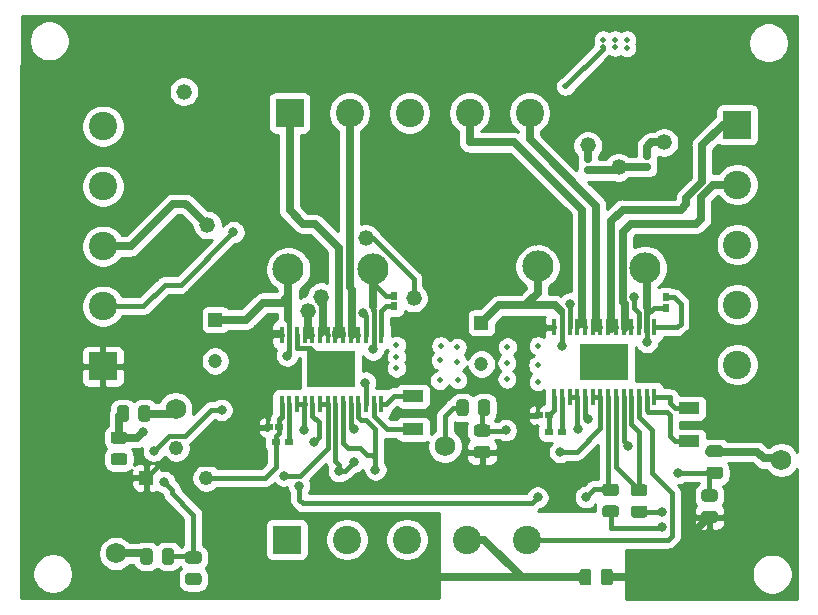
<source format=gbr>
%TF.GenerationSoftware,KiCad,Pcbnew,(5.1.9)-1*%
%TF.CreationDate,2021-10-15T13:48:39-04:00*%
%TF.ProjectId,ECE477_motorcontroller,45434534-3737-45f6-9d6f-746f72636f6e,rev?*%
%TF.SameCoordinates,Original*%
%TF.FileFunction,Copper,L1,Top*%
%TF.FilePolarity,Positive*%
%FSLAX46Y46*%
G04 Gerber Fmt 4.6, Leading zero omitted, Abs format (unit mm)*
G04 Created by KiCad (PCBNEW (5.1.9)-1) date 2021-10-15 13:48:39*
%MOMM*%
%LPD*%
G01*
G04 APERTURE LIST*
%TA.AperFunction,ComponentPad*%
%ADD10C,1.755000*%
%TD*%
%TA.AperFunction,ComponentPad*%
%ADD11R,1.222000X1.222000*%
%TD*%
%TA.AperFunction,ComponentPad*%
%ADD12C,1.222000*%
%TD*%
%TA.AperFunction,SMDPad,CuDef*%
%ADD13R,0.620000X0.600000*%
%TD*%
%TA.AperFunction,ComponentPad*%
%ADD14R,2.400000X2.400000*%
%TD*%
%TA.AperFunction,ComponentPad*%
%ADD15C,2.400000*%
%TD*%
%TA.AperFunction,SMDPad,CuDef*%
%ADD16R,0.700000X0.600000*%
%TD*%
%TA.AperFunction,SMDPad,CuDef*%
%ADD17R,4.050000X3.100000*%
%TD*%
%TA.AperFunction,SMDPad,CuDef*%
%ADD18R,0.450000X1.475000*%
%TD*%
%TA.AperFunction,SMDPad,CuDef*%
%ADD19R,0.650000X0.620000*%
%TD*%
%TA.AperFunction,SMDPad,CuDef*%
%ADD20R,1.820000X1.020000*%
%TD*%
%TA.AperFunction,SMDPad,CuDef*%
%ADD21R,0.620000X0.650000*%
%TD*%
%TA.AperFunction,ComponentPad*%
%ADD22C,1.200000*%
%TD*%
%TA.AperFunction,ComponentPad*%
%ADD23R,1.200000X1.200000*%
%TD*%
%TA.AperFunction,ViaPad*%
%ADD24C,0.508000*%
%TD*%
%TA.AperFunction,ViaPad*%
%ADD25C,1.320800*%
%TD*%
%TA.AperFunction,ViaPad*%
%ADD26C,0.800000*%
%TD*%
%TA.AperFunction,ViaPad*%
%ADD27C,2.641600*%
%TD*%
%TA.AperFunction,Conductor*%
%ADD28C,0.250000*%
%TD*%
%TA.AperFunction,Conductor*%
%ADD29C,0.408940*%
%TD*%
%TA.AperFunction,Conductor*%
%ADD30C,0.635000*%
%TD*%
%TA.AperFunction,Conductor*%
%ADD31C,0.254000*%
%TD*%
%TA.AperFunction,Conductor*%
%ADD32C,0.100000*%
%TD*%
G04 APERTURE END LIST*
%TO.P,R13,2*%
%TO.N,/R13_2*%
%TA.AperFunction,SMDPad,CuDef*%
G36*
G01*
X152612500Y-86149999D02*
X152612500Y-87050001D01*
G75*
G02*
X152362501Y-87300000I-249999J0D01*
G01*
X151837499Y-87300000D01*
G75*
G02*
X151587500Y-87050001I0J249999D01*
G01*
X151587500Y-86149999D01*
G75*
G02*
X151837499Y-85900000I249999J0D01*
G01*
X152362501Y-85900000D01*
G75*
G02*
X152612500Y-86149999I0J-249999D01*
G01*
G37*
%TD.AperFunction*%
%TO.P,R13,1*%
%TO.N,GND*%
%TA.AperFunction,SMDPad,CuDef*%
G36*
G01*
X154437500Y-86149999D02*
X154437500Y-87050001D01*
G75*
G02*
X154187501Y-87300000I-249999J0D01*
G01*
X153662499Y-87300000D01*
G75*
G02*
X153412500Y-87050001I0J249999D01*
G01*
X153412500Y-86149999D01*
G75*
G02*
X153662499Y-85900000I249999J0D01*
G01*
X154187501Y-85900000D01*
G75*
G02*
X154437500Y-86149999I0J-249999D01*
G01*
G37*
%TD.AperFunction*%
%TD*%
%TO.P,R12,2*%
%TO.N,Net-(R12-Pad2)*%
%TA.AperFunction,SMDPad,CuDef*%
G36*
G01*
X115450000Y-84399999D02*
X115450000Y-85300001D01*
G75*
G02*
X115200001Y-85550000I-249999J0D01*
G01*
X114674999Y-85550000D01*
G75*
G02*
X114425000Y-85300001I0J249999D01*
G01*
X114425000Y-84399999D01*
G75*
G02*
X114674999Y-84150000I249999J0D01*
G01*
X115200001Y-84150000D01*
G75*
G02*
X115450000Y-84399999I0J-249999D01*
G01*
G37*
%TD.AperFunction*%
%TO.P,R12,1*%
%TO.N,/IC1_Toff*%
%TA.AperFunction,SMDPad,CuDef*%
G36*
G01*
X117275000Y-84399999D02*
X117275000Y-85300001D01*
G75*
G02*
X117025001Y-85550000I-249999J0D01*
G01*
X116499999Y-85550000D01*
G75*
G02*
X116250000Y-85300001I0J249999D01*
G01*
X116250000Y-84399999D01*
G75*
G02*
X116499999Y-84150000I249999J0D01*
G01*
X117025001Y-84150000D01*
G75*
G02*
X117275000Y-84399999I0J-249999D01*
G01*
G37*
%TD.AperFunction*%
%TD*%
%TO.P,R11,2*%
%TO.N,/R13_2*%
%TA.AperFunction,SMDPad,CuDef*%
G36*
G01*
X118449999Y-86250000D02*
X119350001Y-86250000D01*
G75*
G02*
X119600000Y-86499999I0J-249999D01*
G01*
X119600000Y-87025001D01*
G75*
G02*
X119350001Y-87275000I-249999J0D01*
G01*
X118449999Y-87275000D01*
G75*
G02*
X118200000Y-87025001I0J249999D01*
G01*
X118200000Y-86499999D01*
G75*
G02*
X118449999Y-86250000I249999J0D01*
G01*
G37*
%TD.AperFunction*%
%TO.P,R11,1*%
%TO.N,/IC1_Toff*%
%TA.AperFunction,SMDPad,CuDef*%
G36*
G01*
X118449999Y-84425000D02*
X119350001Y-84425000D01*
G75*
G02*
X119600000Y-84674999I0J-249999D01*
G01*
X119600000Y-85200001D01*
G75*
G02*
X119350001Y-85450000I-249999J0D01*
G01*
X118449999Y-85450000D01*
G75*
G02*
X118200000Y-85200001I0J249999D01*
G01*
X118200000Y-84674999D01*
G75*
G02*
X118449999Y-84425000I249999J0D01*
G01*
G37*
%TD.AperFunction*%
%TD*%
%TO.P,R10,2*%
%TO.N,/IC2_Toff*%
%TA.AperFunction,SMDPad,CuDef*%
G36*
G01*
X163050001Y-80200000D02*
X162149999Y-80200000D01*
G75*
G02*
X161900000Y-79950001I0J249999D01*
G01*
X161900000Y-79424999D01*
G75*
G02*
X162149999Y-79175000I249999J0D01*
G01*
X163050001Y-79175000D01*
G75*
G02*
X163300000Y-79424999I0J-249999D01*
G01*
X163300000Y-79950001D01*
G75*
G02*
X163050001Y-80200000I-249999J0D01*
G01*
G37*
%TD.AperFunction*%
%TO.P,R10,1*%
%TO.N,GND*%
%TA.AperFunction,SMDPad,CuDef*%
G36*
G01*
X163050001Y-82025000D02*
X162149999Y-82025000D01*
G75*
G02*
X161900000Y-81775001I0J249999D01*
G01*
X161900000Y-81249999D01*
G75*
G02*
X162149999Y-81000000I249999J0D01*
G01*
X163050001Y-81000000D01*
G75*
G02*
X163300000Y-81249999I0J-249999D01*
G01*
X163300000Y-81775001D01*
G75*
G02*
X163050001Y-82025000I-249999J0D01*
G01*
G37*
%TD.AperFunction*%
%TD*%
%TO.P,R9,2*%
%TO.N,Net-(R9-Pad2)*%
%TA.AperFunction,SMDPad,CuDef*%
G36*
G01*
X112149999Y-76100000D02*
X113050001Y-76100000D01*
G75*
G02*
X113300000Y-76349999I0J-249999D01*
G01*
X113300000Y-76875001D01*
G75*
G02*
X113050001Y-77125000I-249999J0D01*
G01*
X112149999Y-77125000D01*
G75*
G02*
X111900000Y-76875001I0J249999D01*
G01*
X111900000Y-76349999D01*
G75*
G02*
X112149999Y-76100000I249999J0D01*
G01*
G37*
%TD.AperFunction*%
%TO.P,R9,1*%
%TO.N,/IC1_Decay*%
%TA.AperFunction,SMDPad,CuDef*%
G36*
G01*
X112149999Y-74275000D02*
X113050001Y-74275000D01*
G75*
G02*
X113300000Y-74524999I0J-249999D01*
G01*
X113300000Y-75050001D01*
G75*
G02*
X113050001Y-75300000I-249999J0D01*
G01*
X112149999Y-75300000D01*
G75*
G02*
X111900000Y-75050001I0J249999D01*
G01*
X111900000Y-74524999D01*
G75*
G02*
X112149999Y-74275000I249999J0D01*
G01*
G37*
%TD.AperFunction*%
%TD*%
%TO.P,R8,2*%
%TO.N,GND*%
%TA.AperFunction,SMDPad,CuDef*%
G36*
G01*
X142899999Y-75500000D02*
X143800001Y-75500000D01*
G75*
G02*
X144050000Y-75749999I0J-249999D01*
G01*
X144050000Y-76275001D01*
G75*
G02*
X143800001Y-76525000I-249999J0D01*
G01*
X142899999Y-76525000D01*
G75*
G02*
X142650000Y-76275001I0J249999D01*
G01*
X142650000Y-75749999D01*
G75*
G02*
X142899999Y-75500000I249999J0D01*
G01*
G37*
%TD.AperFunction*%
%TO.P,R8,1*%
%TO.N,/IC2_Decay*%
%TA.AperFunction,SMDPad,CuDef*%
G36*
G01*
X142899999Y-73675000D02*
X143800001Y-73675000D01*
G75*
G02*
X144050000Y-73924999I0J-249999D01*
G01*
X144050000Y-74450001D01*
G75*
G02*
X143800001Y-74700000I-249999J0D01*
G01*
X142899999Y-74700000D01*
G75*
G02*
X142650000Y-74450001I0J249999D01*
G01*
X142650000Y-73924999D01*
G75*
G02*
X142899999Y-73675000I249999J0D01*
G01*
G37*
%TD.AperFunction*%
%TD*%
%TO.P,R7,2*%
%TO.N,/IC2_Decay*%
%TA.AperFunction,SMDPad,CuDef*%
G36*
G01*
X143000000Y-72700001D02*
X143000000Y-71799999D01*
G75*
G02*
X143249999Y-71550000I249999J0D01*
G01*
X143775001Y-71550000D01*
G75*
G02*
X144025000Y-71799999I0J-249999D01*
G01*
X144025000Y-72700001D01*
G75*
G02*
X143775001Y-72950000I-249999J0D01*
G01*
X143249999Y-72950000D01*
G75*
G02*
X143000000Y-72700001I0J249999D01*
G01*
G37*
%TD.AperFunction*%
%TO.P,R7,1*%
%TO.N,Net-(R7-Pad1)*%
%TA.AperFunction,SMDPad,CuDef*%
G36*
G01*
X141175000Y-72700001D02*
X141175000Y-71799999D01*
G75*
G02*
X141424999Y-71550000I249999J0D01*
G01*
X141950001Y-71550000D01*
G75*
G02*
X142200000Y-71799999I0J-249999D01*
G01*
X142200000Y-72700001D01*
G75*
G02*
X141950001Y-72950000I-249999J0D01*
G01*
X141424999Y-72950000D01*
G75*
G02*
X141175000Y-72700001I0J249999D01*
G01*
G37*
%TD.AperFunction*%
%TD*%
%TO.P,R4,2*%
%TO.N,/IC2_Toff*%
%TA.AperFunction,SMDPad,CuDef*%
G36*
G01*
X162599999Y-77250000D02*
X163500001Y-77250000D01*
G75*
G02*
X163750000Y-77499999I0J-249999D01*
G01*
X163750000Y-78025001D01*
G75*
G02*
X163500001Y-78275000I-249999J0D01*
G01*
X162599999Y-78275000D01*
G75*
G02*
X162350000Y-78025001I0J249999D01*
G01*
X162350000Y-77499999D01*
G75*
G02*
X162599999Y-77250000I249999J0D01*
G01*
G37*
%TD.AperFunction*%
%TO.P,R4,1*%
%TO.N,Net-(R4-Pad1)*%
%TA.AperFunction,SMDPad,CuDef*%
G36*
G01*
X162599999Y-75425000D02*
X163500001Y-75425000D01*
G75*
G02*
X163750000Y-75674999I0J-249999D01*
G01*
X163750000Y-76200001D01*
G75*
G02*
X163500001Y-76450000I-249999J0D01*
G01*
X162599999Y-76450000D01*
G75*
G02*
X162350000Y-76200001I0J249999D01*
G01*
X162350000Y-75674999D01*
G75*
G02*
X162599999Y-75425000I249999J0D01*
G01*
G37*
%TD.AperFunction*%
%TD*%
%TO.P,R3,2*%
%TO.N,/IC1_Decay*%
%TA.AperFunction,SMDPad,CuDef*%
G36*
G01*
X113450000Y-72299999D02*
X113450000Y-73200001D01*
G75*
G02*
X113200001Y-73450000I-249999J0D01*
G01*
X112674999Y-73450000D01*
G75*
G02*
X112425000Y-73200001I0J249999D01*
G01*
X112425000Y-72299999D01*
G75*
G02*
X112674999Y-72050000I249999J0D01*
G01*
X113200001Y-72050000D01*
G75*
G02*
X113450000Y-72299999I0J-249999D01*
G01*
G37*
%TD.AperFunction*%
%TO.P,R3,1*%
%TO.N,Net-(R3-Pad1)*%
%TA.AperFunction,SMDPad,CuDef*%
G36*
G01*
X115275000Y-72299999D02*
X115275000Y-73200001D01*
G75*
G02*
X115025001Y-73450000I-249999J0D01*
G01*
X114499999Y-73450000D01*
G75*
G02*
X114250000Y-73200001I0J249999D01*
G01*
X114250000Y-72299999D01*
G75*
G02*
X114499999Y-72050000I249999J0D01*
G01*
X115025001Y-72050000D01*
G75*
G02*
X115275000Y-72299999I0J-249999D01*
G01*
G37*
%TD.AperFunction*%
%TD*%
D10*
%TO.P,TP4,1*%
%TO.N,Net-(R4-Pad1)*%
X168700000Y-76700000D03*
%TD*%
D11*
%TO.P,RV2,1*%
%TO.N,GND*%
X114910000Y-78200000D03*
D12*
%TO.P,RV2,2*%
%TO.N,/Vref_IC1*%
X117450000Y-75660000D03*
%TO.P,RV2,3*%
%TO.N,/DVDD_IC1*%
X119990000Y-78200000D03*
%TD*%
D10*
%TO.P,TP2,1*%
%TO.N,Net-(R7-Pad1)*%
X140200000Y-75500000D03*
%TD*%
%TO.P,TP3,1*%
%TO.N,Net-(R12-Pad2)*%
X112350000Y-84600000D03*
%TD*%
%TO.P,TP1,1*%
%TO.N,Net-(R3-Pad1)*%
X117400000Y-72350000D03*
%TD*%
D13*
%TO.P,C14,1*%
%TO.N,/3.3V_regulator*%
X152300000Y-51240000D03*
%TO.P,C14,2*%
%TO.N,GND1*%
X152300000Y-52160000D03*
%TD*%
%TO.P,C13,1*%
%TO.N,/12V-*%
X157300000Y-50940000D03*
%TO.P,C13,2*%
%TO.N,GND1*%
X157300000Y-51860000D03*
%TD*%
D14*
%TO.P,J3,1*%
%TO.N,/PWM2*%
X126827000Y-83424000D03*
D15*
%TO.P,J3,2*%
%TO.N,/PWM1*%
X131907000Y-83424000D03*
%TO.P,J3,3*%
%TO.N,Net-(J3-Pad3)*%
X136987000Y-83424000D03*
%TO.P,J3,4*%
%TO.N,GND*%
X142067000Y-83424000D03*
%TO.P,J3,5*%
%TO.N,/nsleep*%
X147147000Y-83424000D03*
%TD*%
%TO.P,J2,5*%
%TO.N,GND1*%
X111252000Y-48429000D03*
%TO.P,J2,4*%
%TO.N,/M2+*%
X111252000Y-53509000D03*
%TO.P,J2,3*%
%TO.N,/M2-*%
X111252000Y-58589000D03*
%TO.P,J2,2*%
%TO.N,/Current_sense*%
X111252000Y-63669000D03*
D14*
%TO.P,J2,1*%
%TO.N,GND*%
X111252000Y-68749000D03*
%TD*%
D15*
%TO.P,J4,5*%
%TO.N,/M4-*%
X147370000Y-47300000D03*
%TO.P,J4,4*%
%TO.N,/M4+*%
X142290000Y-47300000D03*
%TO.P,J4,3*%
%TO.N,/12V+*%
X137210000Y-47300000D03*
%TO.P,J4,2*%
%TO.N,/M1+*%
X132130000Y-47300000D03*
D14*
%TO.P,J4,1*%
%TO.N,/M1-*%
X127050000Y-47300000D03*
%TD*%
D15*
%TO.P,J1,5*%
%TO.N,/PWM3*%
X164948000Y-68610000D03*
%TO.P,J1,4*%
%TO.N,/PWM4*%
X164948000Y-63530000D03*
%TO.P,J1,3*%
%TO.N,Net-(J1-Pad3)*%
X164948000Y-58450000D03*
%TO.P,J1,2*%
%TO.N,/M3+*%
X164948000Y-53370000D03*
D14*
%TO.P,J1,1*%
%TO.N,/M3-*%
X164948000Y-48290000D03*
%TD*%
%TO.P,R6,2*%
%TO.N,Net-(IC2-Pad22)*%
%TA.AperFunction,SMDPad,CuDef*%
G36*
G01*
X154678001Y-79721000D02*
X153777999Y-79721000D01*
G75*
G02*
X153528000Y-79471001I0J249999D01*
G01*
X153528000Y-78945999D01*
G75*
G02*
X153777999Y-78696000I249999J0D01*
G01*
X154678001Y-78696000D01*
G75*
G02*
X154928000Y-78945999I0J-249999D01*
G01*
X154928000Y-79471001D01*
G75*
G02*
X154678001Y-79721000I-249999J0D01*
G01*
G37*
%TD.AperFunction*%
%TO.P,R6,1*%
%TO.N,/PWM4*%
%TA.AperFunction,SMDPad,CuDef*%
G36*
G01*
X154678001Y-81546000D02*
X153777999Y-81546000D01*
G75*
G02*
X153528000Y-81296001I0J249999D01*
G01*
X153528000Y-80770999D01*
G75*
G02*
X153777999Y-80521000I249999J0D01*
G01*
X154678001Y-80521000D01*
G75*
G02*
X154928000Y-80770999I0J-249999D01*
G01*
X154928000Y-81296001D01*
G75*
G02*
X154678001Y-81546000I-249999J0D01*
G01*
G37*
%TD.AperFunction*%
%TD*%
%TO.P,R5,2*%
%TO.N,Net-(IC2-Pad23)*%
%TA.AperFunction,SMDPad,CuDef*%
G36*
G01*
X157100001Y-79750000D02*
X156199999Y-79750000D01*
G75*
G02*
X155950000Y-79500001I0J249999D01*
G01*
X155950000Y-78974999D01*
G75*
G02*
X156199999Y-78725000I249999J0D01*
G01*
X157100001Y-78725000D01*
G75*
G02*
X157350000Y-78974999I0J-249999D01*
G01*
X157350000Y-79500001D01*
G75*
G02*
X157100001Y-79750000I-249999J0D01*
G01*
G37*
%TD.AperFunction*%
%TO.P,R5,1*%
%TO.N,/PWM3*%
%TA.AperFunction,SMDPad,CuDef*%
G36*
G01*
X157100001Y-81575000D02*
X156199999Y-81575000D01*
G75*
G02*
X155950000Y-81325001I0J249999D01*
G01*
X155950000Y-80799999D01*
G75*
G02*
X156199999Y-80550000I249999J0D01*
G01*
X157100001Y-80550000D01*
G75*
G02*
X157350000Y-80799999I0J-249999D01*
G01*
X157350000Y-81325001D01*
G75*
G02*
X157100001Y-81575000I-249999J0D01*
G01*
G37*
%TD.AperFunction*%
%TD*%
D16*
%TO.P,Rnfault2,2*%
%TO.N,Net-(IC2-Pad16)*%
X150114000Y-74293000D03*
%TO.P,Rnfault2,1*%
%TO.N,Net-(C12-Pad1)*%
X149014000Y-74293000D03*
%TD*%
%TO.P,Rnfault1,2*%
%TO.N,Net-(IC1-Pad16)*%
X127000000Y-75184000D03*
%TO.P,Rnfault1,1*%
%TO.N,/DVDD_IC1*%
X125900000Y-75184000D03*
%TD*%
D17*
%TO.P,IC2,29*%
%TO.N,GND1*%
X153700000Y-68400000D03*
D18*
%TO.P,IC2,28*%
%TO.N,Net-(C11-Pad2)*%
X157925000Y-71338000D03*
%TO.P,IC2,27*%
%TO.N,Net-(C11-Pad1)*%
X157275000Y-71338000D03*
%TO.P,IC2,26*%
%TO.N,/nsleep*%
X156625000Y-71338000D03*
%TO.P,IC2,25*%
%TO.N,Net-(IC2-Pad23)*%
X155975000Y-71338000D03*
%TO.P,IC2,24*%
%TO.N,Net-(IC2-Pad22)*%
X155325000Y-71338000D03*
%TO.P,IC2,23*%
%TO.N,Net-(IC2-Pad23)*%
X154675000Y-71338000D03*
%TO.P,IC2,22*%
%TO.N,Net-(IC2-Pad22)*%
X154025000Y-71338000D03*
%TO.P,IC2,21*%
%TO.N,/IC2_Decay*%
X153375000Y-71338000D03*
%TO.P,IC2,20*%
X152725000Y-71338000D03*
%TO.P,IC2,19*%
%TO.N,/IC2_Toff*%
X152075000Y-71338000D03*
%TO.P,IC2,18*%
%TO.N,/Vref_IC1*%
X151425000Y-71338000D03*
%TO.P,IC2,17*%
X150775000Y-71338000D03*
%TO.P,IC2,16*%
%TO.N,Net-(IC2-Pad16)*%
X150125000Y-71338000D03*
%TO.P,IC2,15*%
%TO.N,Net-(C12-Pad1)*%
X149475000Y-71338000D03*
%TO.P,IC2,14*%
%TO.N,GND*%
X149475000Y-65462000D03*
%TO.P,IC2,13*%
%TO.N,/12V-*%
X150125000Y-65462000D03*
%TO.P,IC2,12*%
%TO.N,GND1*%
X150775000Y-65462000D03*
%TO.P,IC2,11*%
%TO.N,/M4+*%
X151425000Y-65462000D03*
%TO.P,IC2,10*%
X152075000Y-65462000D03*
%TO.P,IC2,9*%
%TO.N,/M4-*%
X152725000Y-65462000D03*
%TO.P,IC2,8*%
X153375000Y-65462000D03*
%TO.P,IC2,7*%
%TO.N,/M3-*%
X154025000Y-65462000D03*
%TO.P,IC2,6*%
X154675000Y-65462000D03*
%TO.P,IC2,5*%
%TO.N,/M3+*%
X155325000Y-65462000D03*
%TO.P,IC2,4*%
X155975000Y-65462000D03*
%TO.P,IC2,3*%
%TO.N,GND1*%
X156625000Y-65462000D03*
%TO.P,IC2,2*%
%TO.N,/12V-*%
X157275000Y-65462000D03*
%TO.P,IC2,1*%
%TO.N,Net-(C9-Pad1)*%
X157925000Y-65462000D03*
%TD*%
D17*
%TO.P,IC1,29*%
%TO.N,GND1*%
X130600000Y-69000000D03*
D18*
%TO.P,IC1,28*%
%TO.N,Net-(C8-Pad2)*%
X134825000Y-71938000D03*
%TO.P,IC1,27*%
%TO.N,Net-(C8-Pad1)*%
X134175000Y-71938000D03*
%TO.P,IC1,26*%
%TO.N,/nsleep*%
X133525000Y-71938000D03*
%TO.P,IC1,25*%
%TO.N,Net-(IC1-Pad23)*%
X132875000Y-71938000D03*
%TO.P,IC1,24*%
%TO.N,Net-(IC1-Pad22)*%
X132225000Y-71938000D03*
%TO.P,IC1,23*%
%TO.N,Net-(IC1-Pad23)*%
X131575000Y-71938000D03*
%TO.P,IC1,22*%
%TO.N,Net-(IC1-Pad22)*%
X130925000Y-71938000D03*
%TO.P,IC1,21*%
%TO.N,/IC1_Decay*%
X130275000Y-71938000D03*
%TO.P,IC1,20*%
X129625000Y-71938000D03*
%TO.P,IC1,19*%
%TO.N,/IC1_Toff*%
X128975000Y-71938000D03*
%TO.P,IC1,18*%
%TO.N,/Vref_IC1*%
X128325000Y-71938000D03*
%TO.P,IC1,17*%
X127675000Y-71938000D03*
%TO.P,IC1,16*%
%TO.N,Net-(IC1-Pad16)*%
X127025000Y-71938000D03*
%TO.P,IC1,15*%
%TO.N,/DVDD_IC1*%
X126375000Y-71938000D03*
%TO.P,IC1,14*%
%TO.N,GND*%
X126375000Y-66062000D03*
%TO.P,IC1,13*%
%TO.N,/12V-*%
X127025000Y-66062000D03*
%TO.P,IC1,12*%
%TO.N,GND1*%
X127675000Y-66062000D03*
%TO.P,IC1,11*%
%TO.N,/M2+*%
X128325000Y-66062000D03*
%TO.P,IC1,10*%
X128975000Y-66062000D03*
%TO.P,IC1,9*%
%TO.N,/M2-*%
X129625000Y-66062000D03*
%TO.P,IC1,8*%
X130275000Y-66062000D03*
%TO.P,IC1,7*%
%TO.N,/M1-*%
X130925000Y-66062000D03*
%TO.P,IC1,6*%
X131575000Y-66062000D03*
%TO.P,IC1,5*%
%TO.N,/M1+*%
X132225000Y-66062000D03*
%TO.P,IC1,4*%
X132875000Y-66062000D03*
%TO.P,IC1,3*%
%TO.N,GND1*%
X133525000Y-66062000D03*
%TO.P,IC1,2*%
%TO.N,/12V-*%
X134175000Y-66062000D03*
%TO.P,IC1,1*%
%TO.N,Net-(C1-Pad1)*%
X134825000Y-66062000D03*
%TD*%
D19*
%TO.P,C12,2*%
%TO.N,GND*%
X148150000Y-72898000D03*
%TO.P,C12,1*%
%TO.N,Net-(C12-Pad1)*%
X149030000Y-72898000D03*
%TD*%
D20*
%TO.P,C11,2*%
%TO.N,Net-(C11-Pad2)*%
X160884000Y-72290000D03*
%TO.P,C11,1*%
%TO.N,Net-(C11-Pad1)*%
X160884000Y-75090000D03*
%TD*%
D21*
%TO.P,C9,2*%
%TO.N,/12V-*%
X158900000Y-63790000D03*
%TO.P,C9,1*%
%TO.N,Net-(C9-Pad1)*%
X158900000Y-62910000D03*
%TD*%
D20*
%TO.P,C8,2*%
%TO.N,Net-(C8-Pad2)*%
X137516000Y-71274000D03*
%TO.P,C8,1*%
%TO.N,Net-(C8-Pad1)*%
X137516000Y-74074000D03*
%TD*%
D22*
%TO.P,C7,2*%
%TO.N,GND1*%
X143300000Y-68550000D03*
D23*
%TO.P,C7,1*%
%TO.N,/12V-*%
X143300000Y-65050000D03*
%TD*%
D22*
%TO.P,C3,2*%
%TO.N,GND1*%
X120752000Y-68300000D03*
D23*
%TO.P,C3,1*%
%TO.N,/12V-*%
X120752000Y-64800000D03*
%TD*%
D19*
%TO.P,C2,2*%
%TO.N,GND*%
X125290000Y-73914000D03*
%TO.P,C2,1*%
%TO.N,/DVDD_IC1*%
X126170000Y-73914000D03*
%TD*%
D21*
%TO.P,C1,2*%
%TO.N,/12V-*%
X135890000Y-62806000D03*
%TO.P,C1,1*%
%TO.N,Net-(C1-Pad1)*%
X135890000Y-63686000D03*
%TD*%
D24*
%TO.N,GND*%
X159600000Y-66900000D03*
X159600000Y-68000000D03*
X159600000Y-69250000D03*
X161400000Y-66850000D03*
X161400000Y-68100000D03*
X161400000Y-69300000D03*
X157400000Y-41100000D03*
X157400000Y-42300000D03*
X151800000Y-41000000D03*
X151850000Y-39700000D03*
X141100000Y-57050000D03*
X141100000Y-56050000D03*
X141100000Y-54800000D03*
X142800000Y-54850000D03*
X142800000Y-56050000D03*
X142800000Y-57100000D03*
X142800000Y-58200000D03*
X141100000Y-58150000D03*
X144950000Y-54850000D03*
X146500000Y-54850000D03*
X147950000Y-54900000D03*
X149450000Y-54900000D03*
X144900000Y-56050000D03*
X144950000Y-57250000D03*
X144950000Y-58250000D03*
X146550000Y-58250000D03*
X146500000Y-57300000D03*
X146500000Y-56050000D03*
X147950000Y-56000000D03*
X147950000Y-57300000D03*
X147950000Y-58300000D03*
X149450000Y-55950000D03*
X149450000Y-57300000D03*
X149450000Y-58300000D03*
%TO.N,GND1*%
X153600000Y-41750000D03*
X154600000Y-41750000D03*
X155600000Y-41800000D03*
X155600000Y-41100000D03*
X154600000Y-41100000D03*
X153600000Y-41100000D03*
X128950000Y-70200000D03*
X129800000Y-70250000D03*
X130600000Y-70200000D03*
X131500000Y-70200000D03*
X132350000Y-70200000D03*
X132300000Y-69000000D03*
X131500000Y-69000000D03*
X128950000Y-69050000D03*
X132300000Y-67850000D03*
X131500000Y-67850000D03*
X130650000Y-67850000D03*
X129800000Y-67850000D03*
X128900000Y-67850000D03*
X155450000Y-68400000D03*
X155450000Y-69650000D03*
X154650000Y-69650000D03*
X153850000Y-69650000D03*
X152950000Y-69650000D03*
X152000000Y-69650000D03*
X152000000Y-68400000D03*
X152950000Y-68400000D03*
X155450000Y-67250000D03*
X154650000Y-67250000D03*
X153850000Y-67250000D03*
X152950000Y-67250000D03*
X152000000Y-67250000D03*
X145500000Y-67100000D03*
X145450000Y-68450000D03*
X145450000Y-69850000D03*
D25*
X118100000Y-45500000D03*
D26*
X156200000Y-62850000D03*
X150800000Y-63450000D03*
D25*
X154912634Y-51897341D03*
D26*
X133250000Y-64250000D03*
D24*
X153825000Y-68400000D03*
X154650000Y-68400000D03*
X129800000Y-69000000D03*
X130600000Y-69000000D03*
X139850000Y-67000000D03*
X139800000Y-68250000D03*
X139750000Y-69950000D03*
X141250000Y-67150000D03*
X141250000Y-68350000D03*
X141300000Y-69900000D03*
X148100000Y-67000000D03*
X148050000Y-68650000D03*
X148100000Y-70050000D03*
X136100000Y-66950000D03*
X136100000Y-67950000D03*
X136100000Y-68900000D03*
X150400000Y-45050000D03*
D25*
%TO.N,/3.3V_regulator*%
X152300000Y-50050000D03*
D26*
%TO.N,/nsleep*%
X133452000Y-70134000D03*
D25*
X137550000Y-62975000D03*
X133500000Y-57925000D03*
D26*
%TO.N,/PWM3*%
X158625000Y-81075000D03*
%TO.N,/PWM4*%
X158575000Y-82375000D03*
D25*
%TO.N,/M2-*%
X129734099Y-62860099D03*
X120100000Y-56800000D03*
%TO.N,/M2+*%
X128626000Y-64038000D03*
D26*
%TO.N,/Current_sense*%
X122300000Y-57400000D03*
%TO.N,Net-(IC1-Pad23)*%
X134325000Y-77500000D03*
%TO.N,Net-(IC1-Pad22)*%
X131250000Y-77625000D03*
X132518653Y-76831347D03*
X132500000Y-74050000D03*
%TO.N,Net-(IC2-Pad22)*%
X155725000Y-75500000D03*
X152125000Y-79825000D03*
%TO.N,/Vref_IC1*%
X128300000Y-74150000D03*
X127850000Y-78850000D03*
X151450000Y-74100000D03*
X148050000Y-79850000D03*
%TO.N,/12V-*%
X126848000Y-67848000D03*
X157300000Y-66675000D03*
D27*
X148050000Y-60300000D03*
X134150000Y-60550000D03*
X126950000Y-60550000D03*
D26*
X150114000Y-67056000D03*
X134112000Y-67310000D03*
D25*
X158750000Y-49800000D03*
D27*
X157125000Y-60425000D03*
D26*
%TO.N,/IC2_Toff*%
X152300000Y-73200000D03*
X159950000Y-77800000D03*
%TO.N,/IC2_Decay*%
X149950000Y-76000000D03*
X145350000Y-74150000D03*
%TO.N,/IC1_Decay*%
X126550000Y-78000000D03*
X114650000Y-74300000D03*
%TO.N,/IC1_Toff*%
X129102904Y-75150181D03*
X116450000Y-78550000D03*
X115550000Y-75900000D03*
X121300000Y-72450000D03*
%TD*%
D28*
%TO.N,Net-(C1-Pad1)*%
X134800000Y-66037000D02*
X134825000Y-66062000D01*
D29*
X135890000Y-63686000D02*
X135196000Y-63686000D01*
X134825000Y-64057000D02*
X134825000Y-66062000D01*
X135196000Y-63686000D02*
X134825000Y-64057000D01*
%TO.N,GND*%
X148088000Y-65462000D02*
X149475000Y-65462000D01*
X146975000Y-66575000D02*
X148088000Y-65462000D01*
X146975000Y-72875000D02*
X146975000Y-70025000D01*
X146998000Y-72898000D02*
X146975000Y-72875000D01*
X148150000Y-72898000D02*
X146998000Y-72898000D01*
X124450000Y-66900000D02*
X125475000Y-65875000D01*
X126188000Y-65875000D02*
X126375000Y-66062000D01*
X125475000Y-65875000D02*
X126188000Y-65875000D01*
X146998000Y-72898000D02*
X146998000Y-75348000D01*
X146998000Y-75348000D02*
X148375000Y-76725000D01*
X148375000Y-76725000D02*
X148400000Y-76725000D01*
X148400000Y-76725000D02*
X149025000Y-77350000D01*
X125154000Y-74050000D02*
X125290000Y-73914000D01*
X124450000Y-66900000D02*
X124450000Y-70300000D01*
X124450000Y-70300000D02*
X124450000Y-72850000D01*
X124450000Y-72850000D02*
X124050000Y-73250000D01*
X125290000Y-73914000D02*
X124586000Y-73914000D01*
X114910000Y-78460000D02*
X114910000Y-78200000D01*
X124100000Y-73300000D02*
X124050000Y-73250000D01*
X124050000Y-77050000D02*
X124100000Y-77000000D01*
X116060000Y-77050000D02*
X124050000Y-77050000D01*
X114910000Y-78200000D02*
X116060000Y-77050000D01*
X124100000Y-74400000D02*
X124586000Y-73914000D01*
X124100000Y-77000000D02*
X124100000Y-74400000D01*
X124100000Y-74400000D02*
X124100000Y-73300000D01*
X143350000Y-76012500D02*
X145487500Y-76012500D01*
X146152000Y-75348000D02*
X146998000Y-75348000D01*
X145487500Y-76012500D02*
X146152000Y-75348000D01*
D30*
X143524000Y-83424000D02*
X142067000Y-83424000D01*
X146700000Y-86600000D02*
X143524000Y-83424000D01*
X152100000Y-86600000D02*
X146700000Y-86600000D01*
X157512500Y-86600000D02*
X162600000Y-81512500D01*
X153925000Y-86600000D02*
X157512500Y-86600000D01*
D29*
X146975000Y-67075000D02*
X146975000Y-66575000D01*
X146975000Y-68625000D02*
X146975000Y-67075000D01*
X146975000Y-70025000D02*
X146975000Y-68625000D01*
D30*
X152100000Y-86600000D02*
X139550000Y-86600000D01*
D29*
%TO.N,GND1*%
X156625000Y-64265618D02*
X156200000Y-63840618D01*
X156625000Y-65462000D02*
X156625000Y-64265618D01*
X156200000Y-63840618D02*
X156200000Y-62850000D01*
X156200000Y-62850000D02*
X156200000Y-62850000D01*
X150775000Y-63475000D02*
X150800000Y-63450000D01*
X150775000Y-65462000D02*
X150775000Y-63475000D01*
X153700000Y-68400000D02*
X154650000Y-68400000D01*
X153825000Y-68525000D02*
X153825000Y-68525000D01*
X153825000Y-68625000D02*
X153825000Y-68525000D01*
X129466560Y-69000000D02*
X129800000Y-69000000D01*
D30*
X154649975Y-52160000D02*
X154912634Y-51897341D01*
X152300000Y-52160000D02*
X154649975Y-52160000D01*
X154949975Y-51860000D02*
X154912634Y-51897341D01*
X157300000Y-51860000D02*
X154949975Y-51860000D01*
D29*
X133525000Y-64525000D02*
X133250000Y-64250000D01*
X133525000Y-66062000D02*
X133525000Y-64525000D01*
X153825000Y-68525000D02*
X153700000Y-68400000D01*
X154650000Y-68400000D02*
X155150000Y-68400000D01*
X127675000Y-66062000D02*
X127675000Y-67208440D01*
X128808440Y-67208440D02*
X130600000Y-69000000D01*
X127675000Y-67208440D02*
X128808440Y-67208440D01*
X129800000Y-69000000D02*
X130600000Y-69000000D01*
X130600000Y-69000000D02*
X130600000Y-69000000D01*
X153600000Y-41850000D02*
X153600000Y-41750000D01*
X150400000Y-45050000D02*
X153600000Y-41850000D01*
%TO.N,Net-(C8-Pad2)*%
X134825000Y-71938000D02*
X135204000Y-71938000D01*
X135868000Y-71274000D02*
X137516000Y-71274000D01*
X135204000Y-71938000D02*
X135868000Y-71274000D01*
%TO.N,Net-(C8-Pad1)*%
X134175000Y-72978548D02*
X134175000Y-71938000D01*
X135270452Y-74074000D02*
X134175000Y-72978548D01*
X137516000Y-74074000D02*
X135270452Y-74074000D01*
%TO.N,Net-(C9-Pad1)*%
X157925000Y-65462000D02*
X159838000Y-65462000D01*
X159838000Y-65462000D02*
X160150000Y-65150000D01*
X159618940Y-62910000D02*
X158900000Y-62910000D01*
X160150000Y-63441060D02*
X159618940Y-62910000D01*
X160150000Y-65150000D02*
X160150000Y-63441060D01*
%TO.N,Net-(C11-Pad2)*%
X160884000Y-72290000D02*
X159666000Y-72290000D01*
X159666000Y-72290000D02*
X159258000Y-71882000D01*
X159258000Y-71882000D02*
X159258000Y-71374000D01*
X157961000Y-71374000D02*
X157925000Y-71338000D01*
X159258000Y-71374000D02*
X157961000Y-71374000D01*
%TO.N,Net-(C11-Pad1)*%
X157275000Y-72484440D02*
X157434560Y-72644000D01*
X157275000Y-71338000D02*
X157275000Y-72484440D01*
X157434560Y-72644000D02*
X159004000Y-72644000D01*
X159004000Y-72644000D02*
X159258000Y-72898000D01*
X159258000Y-72898000D02*
X159258000Y-74676000D01*
X159672000Y-75090000D02*
X160884000Y-75090000D01*
X159258000Y-74676000D02*
X159672000Y-75090000D01*
%TO.N,Net-(C12-Pad1)*%
X149475000Y-72453000D02*
X149030000Y-72898000D01*
X149475000Y-71338000D02*
X149475000Y-72453000D01*
X149014000Y-72914000D02*
X149030000Y-72898000D01*
X149014000Y-74168000D02*
X149014000Y-72914000D01*
D30*
%TO.N,/3.3V_regulator*%
X152300000Y-50050000D02*
X152300000Y-51240000D01*
D29*
%TO.N,/nsleep*%
X133525000Y-70207000D02*
X133452000Y-70134000D01*
X133525000Y-71938000D02*
X133525000Y-70207000D01*
X134078402Y-57925000D02*
X133500000Y-57925000D01*
X137550000Y-61396598D02*
X134078402Y-57925000D01*
X137550000Y-62975000D02*
X137550000Y-61396598D01*
X156625000Y-73059000D02*
X157226000Y-73660000D01*
X156625000Y-71338000D02*
X156625000Y-73059000D01*
X159126000Y-83424000D02*
X147147000Y-83424000D01*
X159429471Y-83120529D02*
X159126000Y-83424000D01*
X159429471Y-79479471D02*
X159429471Y-83120529D01*
X157725000Y-77775000D02*
X159429471Y-79479471D01*
X157725000Y-74159000D02*
X157725000Y-77775000D01*
X157226000Y-73660000D02*
X157725000Y-74159000D01*
D28*
%TO.N,Net-(IC1-Pad16)*%
X127000000Y-71963000D02*
X127025000Y-71938000D01*
D29*
X127025000Y-75159000D02*
X127000000Y-75184000D01*
X127025000Y-71938000D02*
X127025000Y-75159000D01*
%TO.N,/M1-*%
X131575000Y-65975000D02*
X131550000Y-65950000D01*
X131575000Y-66062000D02*
X131575000Y-65975000D01*
X130925000Y-65575000D02*
X130950000Y-65550000D01*
X130925000Y-66062000D02*
X130925000Y-65575000D01*
X130925000Y-66062000D02*
X131575000Y-66062000D01*
D30*
X127050000Y-55550000D02*
X127050000Y-47300000D01*
X129200000Y-56700000D02*
X128200000Y-56700000D01*
X128200000Y-56700000D02*
X127050000Y-55550000D01*
X131200000Y-58700000D02*
X129200000Y-56700000D01*
X131200000Y-65787000D02*
X131200000Y-58700000D01*
X131017501Y-65969499D02*
X131200000Y-65787000D01*
X131017501Y-66062000D02*
X131017501Y-65969499D01*
D29*
%TO.N,/M1+*%
X132271980Y-66015020D02*
X132225000Y-66062000D01*
D30*
X132130000Y-62070000D02*
X132317501Y-62257501D01*
X132130000Y-47300000D02*
X132130000Y-62070000D01*
D29*
X132225000Y-66062000D02*
X132875000Y-66062000D01*
X132847002Y-66062000D02*
X132317501Y-65532499D01*
X132875000Y-66062000D02*
X132847002Y-66062000D01*
D30*
X132317501Y-65532499D02*
X132317501Y-66062000D01*
X132317501Y-62257501D02*
X132317501Y-65532499D01*
D29*
%TO.N,/PWM3*%
X156662500Y-81075000D02*
X156650000Y-81062500D01*
X158625000Y-81075000D02*
X156662500Y-81075000D01*
%TO.N,/PWM4*%
X154228000Y-82407000D02*
X154228000Y-81033500D01*
X158546000Y-82407000D02*
X154228000Y-82407000D01*
%TO.N,Net-(IC2-Pad16)*%
X150125000Y-74282000D02*
X150114000Y-74293000D01*
X150125000Y-71463000D02*
X150125000Y-74282000D01*
D30*
%TO.N,/M2-*%
X129734099Y-63368099D02*
X129896000Y-63530000D01*
X129734099Y-62860099D02*
X129734099Y-63368099D01*
X129896000Y-63530000D02*
X129896000Y-65683000D01*
D29*
X129896000Y-65791000D02*
X129625000Y-66062000D01*
X129896000Y-65683000D02*
X129896000Y-65791000D01*
X129896000Y-65683000D02*
X130275000Y-66062000D01*
D30*
X118400000Y-55100000D02*
X120100000Y-56800000D01*
X118300000Y-55100000D02*
X118400000Y-55100000D01*
X118200000Y-55000000D02*
X118300000Y-55100000D01*
X117200000Y-55000000D02*
X118200000Y-55000000D01*
X113611000Y-58589000D02*
X117200000Y-55000000D01*
X111252000Y-58589000D02*
X113611000Y-58589000D01*
D29*
%TO.N,/M2+*%
X128967000Y-66070000D02*
X128975000Y-66062000D01*
D30*
X128626000Y-64038000D02*
X128626000Y-65749000D01*
D29*
X128626000Y-65761000D02*
X128325000Y-66062000D01*
X128626000Y-65749000D02*
X128626000Y-65761000D01*
D30*
X128626000Y-65749000D02*
X128626000Y-66070000D01*
D29*
X128662000Y-65749000D02*
X128975000Y-66062000D01*
X128626000Y-65749000D02*
X128662000Y-65749000D01*
D30*
%TO.N,/M3-*%
X164948000Y-48290000D02*
X164694000Y-48290000D01*
D29*
X154575000Y-65562000D02*
X154675000Y-65462000D01*
X154280000Y-65562000D02*
X154575000Y-65562000D01*
X154280000Y-65207000D02*
X154025000Y-65462000D01*
X154280000Y-65120000D02*
X154280000Y-65207000D01*
D30*
X154280000Y-65120000D02*
X154280000Y-65562000D01*
X163710000Y-48290000D02*
X164948000Y-48290000D01*
X161950000Y-50050000D02*
X163710000Y-48290000D01*
X160650000Y-54469118D02*
X161950000Y-53169118D01*
X160150000Y-55500000D02*
X160650000Y-55000000D01*
X161950000Y-53169118D02*
X161950000Y-50050000D01*
X155250000Y-55500000D02*
X160150000Y-55500000D01*
X160650000Y-55000000D02*
X160650000Y-54469118D01*
X154280000Y-56470000D02*
X155250000Y-55500000D01*
X154280000Y-65120000D02*
X154280000Y-56470000D01*
D29*
%TO.N,/M3+*%
X155325000Y-65462000D02*
X155975000Y-65462000D01*
D30*
X161900000Y-56250000D02*
X161900000Y-54400000D01*
X161450000Y-56700000D02*
X161900000Y-56250000D01*
X155964998Y-56700000D02*
X161450000Y-56700000D01*
X155282499Y-57382499D02*
X155964998Y-56700000D01*
X161900000Y-54400000D02*
X162930000Y-53370000D01*
X155478020Y-63485922D02*
X155282499Y-63290401D01*
X155478020Y-65490020D02*
X155478020Y-63485922D01*
X162930000Y-53370000D02*
X164948000Y-53370000D01*
X155282499Y-63290401D02*
X155282499Y-57382499D01*
%TO.N,/M4-*%
X147370000Y-47300000D02*
X147370000Y-49530000D01*
X147370000Y-49530000D02*
X153000000Y-55160000D01*
D29*
X153000000Y-65187000D02*
X152725000Y-65462000D01*
X153000000Y-64725000D02*
X153000000Y-65187000D01*
D30*
X153000000Y-55160000D02*
X153000000Y-64725000D01*
X153000000Y-64725000D02*
X153000000Y-65550000D01*
D29*
X153000000Y-65087000D02*
X153375000Y-65462000D01*
X153000000Y-64725000D02*
X153000000Y-65087000D01*
D30*
%TO.N,/M4+*%
X151800000Y-65187000D02*
X151800000Y-55500000D01*
X142290000Y-49790000D02*
X142290000Y-47300000D01*
X146090000Y-49790000D02*
X142290000Y-49790000D01*
X151800000Y-55500000D02*
X146090000Y-49790000D01*
D29*
X151700000Y-65187000D02*
X151425000Y-65462000D01*
X151800000Y-65187000D02*
X151700000Y-65187000D01*
X151800000Y-65187000D02*
X152075000Y-65462000D01*
%TO.N,/Current_sense*%
X111252000Y-63669000D02*
X111371000Y-63550000D01*
X122300000Y-57400000D02*
X117850000Y-61850000D01*
X117850000Y-61850000D02*
X116500000Y-61850000D01*
X114681000Y-63669000D02*
X111252000Y-63669000D01*
X116500000Y-61850000D02*
X114681000Y-63669000D01*
%TO.N,Net-(IC1-Pad23)*%
X131575000Y-71757000D02*
X131554471Y-71736471D01*
X131575000Y-71938000D02*
X131575000Y-71757000D01*
X134325000Y-74100000D02*
X133500000Y-73275000D01*
X132875000Y-73019606D02*
X132875000Y-71938000D01*
X133130394Y-73275000D02*
X132875000Y-73019606D01*
X133500000Y-73275000D02*
X133130394Y-73275000D01*
X133600000Y-76250000D02*
X134100000Y-76250000D01*
X132000000Y-75700000D02*
X133050000Y-75700000D01*
X134100000Y-76250000D02*
X134325000Y-76475000D01*
X131550000Y-75250000D02*
X132000000Y-75700000D01*
X131550000Y-74800000D02*
X131550000Y-75250000D01*
X131575000Y-74775000D02*
X131550000Y-74800000D01*
X131575000Y-71938000D02*
X131575000Y-74775000D01*
X133050000Y-75700000D02*
X133600000Y-76250000D01*
X134325000Y-76475000D02*
X134325000Y-74100000D01*
X134325000Y-77500000D02*
X134325000Y-76475000D01*
%TO.N,Net-(IC1-Pad22)*%
X131250000Y-77125000D02*
X131250000Y-77625000D01*
X130925000Y-76800000D02*
X131250000Y-77125000D01*
X130925000Y-71938000D02*
X130925000Y-76800000D01*
X131725000Y-77625000D02*
X132518653Y-76831347D01*
X131250000Y-77625000D02*
X131725000Y-77625000D01*
X132225000Y-73775000D02*
X132225000Y-71938000D01*
X132500000Y-74050000D02*
X132225000Y-73775000D01*
%TO.N,Net-(IC2-Pad23)*%
X155975000Y-73641000D02*
X155975000Y-71338000D01*
X156650000Y-74316000D02*
X155975000Y-73641000D01*
X156650000Y-76750000D02*
X156650000Y-74316000D01*
X156650000Y-79237500D02*
X156650000Y-76750000D01*
X154675000Y-77262500D02*
X156650000Y-79237500D01*
X154675000Y-71338000D02*
X154675000Y-77262500D01*
%TO.N,Net-(IC2-Pad22)*%
X155325000Y-71338000D02*
X155325000Y-73498906D01*
X154004471Y-78984971D02*
X154228000Y-79208500D01*
X154004471Y-72055529D02*
X154004471Y-78984971D01*
X154025000Y-72035000D02*
X154004471Y-72055529D01*
X154025000Y-71338000D02*
X154025000Y-72035000D01*
X155325000Y-75100000D02*
X155725000Y-75500000D01*
X155325000Y-73498906D02*
X155325000Y-75100000D01*
X152125000Y-79825000D02*
X152825000Y-79125000D01*
X154144500Y-79125000D02*
X154228000Y-79208500D01*
X152825000Y-79125000D02*
X154144500Y-79125000D01*
%TO.N,Net-(J3-Pad3)*%
X136987000Y-82976816D02*
X137210592Y-83200408D01*
X136987000Y-82664000D02*
X136987000Y-82976816D01*
D28*
%TO.N,/DVDD_IC1*%
X126400000Y-71963000D02*
X126375000Y-71938000D01*
D29*
X126375000Y-71938000D02*
X126375000Y-73015000D01*
X126170000Y-73220000D02*
X126170000Y-73914000D01*
X126375000Y-73015000D02*
X126170000Y-73220000D01*
X125900000Y-74667048D02*
X125900000Y-75184000D01*
X126170000Y-74397048D02*
X125900000Y-74667048D01*
X126170000Y-73914000D02*
X126170000Y-74397048D01*
X125900000Y-75184000D02*
X125900000Y-77300000D01*
X125000000Y-78200000D02*
X119990000Y-78200000D01*
X125900000Y-77300000D02*
X125000000Y-78200000D01*
%TO.N,/Vref_IC1*%
X128300000Y-71963000D02*
X128325000Y-71938000D01*
X128300000Y-74150000D02*
X128300000Y-71963000D01*
X128325000Y-71938000D02*
X127675000Y-71938000D01*
X151425000Y-74075000D02*
X151425000Y-71338000D01*
X151450000Y-74100000D02*
X151425000Y-74075000D01*
X151425000Y-71338000D02*
X150775000Y-71338000D01*
X127850000Y-80050000D02*
X127850000Y-78850000D01*
X128150000Y-80350000D02*
X127850000Y-80050000D01*
X147550000Y-80350000D02*
X128150000Y-80350000D01*
X148050000Y-79850000D02*
X147550000Y-80350000D01*
D28*
%TO.N,/12V-*%
X134200000Y-66037000D02*
X134175000Y-66062000D01*
D29*
X157275000Y-65462000D02*
X157275000Y-63725000D01*
X134175000Y-60575000D02*
X134150000Y-60550000D01*
X143350000Y-64800000D02*
X143300000Y-64850000D01*
X157275000Y-66650000D02*
X157300000Y-66675000D01*
X157275000Y-65287000D02*
X157275000Y-66650000D01*
X126650000Y-60850000D02*
X126950000Y-60550000D01*
X121050000Y-64750000D02*
X121050000Y-64500000D01*
D30*
X121050000Y-64750000D02*
X121056000Y-64750000D01*
D29*
X127025000Y-67671000D02*
X126848000Y-67848000D01*
X127025000Y-66062000D02*
X127025000Y-67671000D01*
X150125000Y-67045000D02*
X150114000Y-67056000D01*
X150125000Y-65462000D02*
X150125000Y-67045000D01*
X134175000Y-67247000D02*
X134112000Y-67310000D01*
X134175000Y-66062000D02*
X134175000Y-67247000D01*
D30*
X158750000Y-49800000D02*
X157650000Y-49800000D01*
X157300000Y-50150000D02*
X157300000Y-50940000D01*
X157650000Y-49800000D02*
X157300000Y-50150000D01*
X157275000Y-63725000D02*
X157275000Y-60575000D01*
D29*
X158900000Y-63790000D02*
X158340000Y-63790000D01*
X157906452Y-63790000D02*
X157254471Y-64441981D01*
X158340000Y-63790000D02*
X157906452Y-63790000D01*
X157254471Y-64441981D02*
X157254471Y-65750000D01*
X157254471Y-60554471D02*
X157254471Y-64441981D01*
X157200000Y-60500000D02*
X157254471Y-60554471D01*
X134150000Y-60550000D02*
X134150000Y-61700000D01*
X135256000Y-62806000D02*
X135890000Y-62806000D01*
X134150000Y-61700000D02*
X135256000Y-62806000D01*
D30*
X120752000Y-64800000D02*
X123350000Y-64800000D01*
X123350000Y-64800000D02*
X124800000Y-63350000D01*
X126400000Y-63350000D02*
X126950000Y-62800000D01*
X124800000Y-63350000D02*
X126400000Y-63350000D01*
X126950000Y-62800000D02*
X126950000Y-60550000D01*
X126950000Y-62800000D02*
X126950000Y-64750000D01*
D29*
X127025000Y-65021452D02*
X127025000Y-66062000D01*
X126950000Y-64946452D02*
X127025000Y-65021452D01*
X126950000Y-64750000D02*
X126950000Y-64946452D01*
D30*
X148050000Y-60300000D02*
X148050000Y-62550000D01*
X148050000Y-62550000D02*
X147000000Y-63600000D01*
X144750000Y-63600000D02*
X143300000Y-65050000D01*
X147000000Y-63600000D02*
X144750000Y-63600000D01*
X149550000Y-63600000D02*
X150053020Y-64103020D01*
X147000000Y-63600000D02*
X149550000Y-63600000D01*
D29*
X150125000Y-64175000D02*
X150053020Y-64103020D01*
X150125000Y-65462000D02*
X150125000Y-64175000D01*
D30*
X134150000Y-60550000D02*
X134150000Y-63650000D01*
D29*
X134175000Y-64025000D02*
X134175000Y-66062000D01*
X134150000Y-64000000D02*
X134175000Y-64025000D01*
X134150000Y-63650000D02*
X134150000Y-64000000D01*
D30*
%TO.N,Net-(R3-Pad1)*%
X117000000Y-72750000D02*
X117400000Y-72350000D01*
X114762500Y-72750000D02*
X117000000Y-72750000D01*
%TO.N,Net-(R4-Pad1)*%
X166637500Y-75987500D02*
X162600000Y-75987500D01*
X167200000Y-76550000D02*
X166637500Y-75987500D01*
X168550000Y-76550000D02*
X168700000Y-76700000D01*
X167200000Y-76550000D02*
X168550000Y-76550000D01*
D29*
%TO.N,Net-(R7-Pad1)*%
X140200000Y-75500000D02*
X140200000Y-72950000D01*
X140900000Y-72250000D02*
X141687500Y-72250000D01*
X140200000Y-72950000D02*
X140900000Y-72250000D01*
%TO.N,/IC2_Toff*%
X152075000Y-72975000D02*
X152075000Y-71338000D01*
X152300000Y-73200000D02*
X152075000Y-72975000D01*
X162587500Y-77800000D02*
X162600000Y-77812500D01*
X159950000Y-77800000D02*
X162587500Y-77800000D01*
X162600000Y-78212500D02*
X163050000Y-77762500D01*
X162600000Y-79687500D02*
X162600000Y-78212500D01*
%TO.N,/IC2_Decay*%
X149950000Y-76000000D02*
X151350000Y-76000000D01*
X151350000Y-76000000D02*
X153350000Y-74000000D01*
X153375000Y-72925000D02*
X153375000Y-71338000D01*
X153350000Y-72950000D02*
X153375000Y-72925000D01*
X153350000Y-74000000D02*
X153350000Y-72950000D01*
X153375000Y-71338000D02*
X152725000Y-71338000D01*
X143350000Y-72412500D02*
X143512500Y-72250000D01*
X143350000Y-74187500D02*
X143350000Y-72412500D01*
X145312500Y-74187500D02*
X145350000Y-74150000D01*
X143350000Y-74187500D02*
X145312500Y-74187500D01*
%TO.N,/IC1_Decay*%
X126550000Y-78000000D02*
X127950000Y-78000000D01*
X130275000Y-75675000D02*
X130275000Y-71938000D01*
X127950000Y-78000000D02*
X130275000Y-75675000D01*
D28*
X129600000Y-71963000D02*
X129625000Y-71938000D01*
D29*
X129625000Y-71938000D02*
X130275000Y-71938000D01*
D30*
X112937500Y-74725000D02*
X112950000Y-74737500D01*
X112937500Y-72750000D02*
X112800000Y-72750000D01*
X112600000Y-72950000D02*
X112600000Y-74787500D01*
X112800000Y-72750000D02*
X112600000Y-72950000D01*
X114162500Y-74787500D02*
X114650000Y-74300000D01*
X112600000Y-74787500D02*
X114162500Y-74787500D01*
D28*
%TO.N,/IC1_Toff*%
X129000000Y-71963000D02*
X128975000Y-71938000D01*
D29*
X129502903Y-73502903D02*
X128975000Y-72975000D01*
X129502903Y-74750182D02*
X129502903Y-73502903D01*
X128975000Y-72975000D02*
X128975000Y-71938000D01*
X129102904Y-75150181D02*
X129502903Y-74750182D01*
X118812500Y-84850000D02*
X118900000Y-84937500D01*
X116762500Y-84850000D02*
X118812500Y-84850000D01*
X118900000Y-84937500D02*
X118900000Y-84450000D01*
X118900000Y-81300000D02*
X117100000Y-79500000D01*
X118900000Y-84937500D02*
X118900000Y-81300000D01*
X117100000Y-79200000D02*
X116450000Y-78550000D01*
X117100000Y-79500000D02*
X117100000Y-79200000D01*
X116805471Y-74644529D02*
X118205471Y-74644529D01*
X115550000Y-75900000D02*
X116805471Y-74644529D01*
X120400000Y-72450000D02*
X121300000Y-72450000D01*
X118205471Y-74644529D02*
X120400000Y-72450000D01*
D30*
%TO.N,Net-(R12-Pad2)*%
X114687500Y-84600000D02*
X114937500Y-84850000D01*
X112350000Y-84600000D02*
X114687500Y-84600000D01*
%TD*%
D31*
%TO.N,GND*%
X166493393Y-77190431D02*
X166523222Y-77226778D01*
X166668259Y-77345806D01*
X166833731Y-77434252D01*
X167013277Y-77488717D01*
X167199999Y-77507108D01*
X167246784Y-77502500D01*
X167417146Y-77502500D01*
X167525165Y-77664162D01*
X167735838Y-77874835D01*
X167983563Y-78040360D01*
X168258820Y-78154375D01*
X168551032Y-78212500D01*
X168848968Y-78212500D01*
X169141180Y-78154375D01*
X169416437Y-78040360D01*
X169664162Y-77874835D01*
X169874835Y-77664162D01*
X170040001Y-77416975D01*
X170040001Y-88439016D01*
X155577000Y-88417445D01*
X155577000Y-86179117D01*
X166165000Y-86179117D01*
X166165000Y-86520883D01*
X166231675Y-86856081D01*
X166362463Y-87171831D01*
X166552337Y-87455998D01*
X166794002Y-87697663D01*
X167078169Y-87887537D01*
X167393919Y-88018325D01*
X167729117Y-88085000D01*
X168070883Y-88085000D01*
X168406081Y-88018325D01*
X168721831Y-87887537D01*
X169005998Y-87697663D01*
X169247663Y-87455998D01*
X169437537Y-87171831D01*
X169568325Y-86856081D01*
X169635000Y-86520883D01*
X169635000Y-86179117D01*
X169568325Y-85843919D01*
X169437537Y-85528169D01*
X169247663Y-85244002D01*
X169005998Y-85002337D01*
X168721831Y-84812463D01*
X168406081Y-84681675D01*
X168070883Y-84615000D01*
X167729117Y-84615000D01*
X167393919Y-84681675D01*
X167078169Y-84812463D01*
X166794002Y-85002337D01*
X166552337Y-85244002D01*
X166362463Y-85528169D01*
X166231675Y-85843919D01*
X166165000Y-86179117D01*
X155577000Y-86179117D01*
X155577000Y-84263470D01*
X159084778Y-84263470D01*
X159126000Y-84267530D01*
X159167222Y-84263470D01*
X159167233Y-84263470D01*
X159290565Y-84251323D01*
X159448805Y-84203321D01*
X159594641Y-84125370D01*
X159722466Y-84020466D01*
X159748750Y-83988439D01*
X159993910Y-83743279D01*
X160025937Y-83716995D01*
X160130841Y-83589170D01*
X160208792Y-83443334D01*
X160256794Y-83285094D01*
X160268941Y-83161762D01*
X160268941Y-83161751D01*
X160273001Y-83120529D01*
X160268941Y-83079307D01*
X160268941Y-82025000D01*
X161261928Y-82025000D01*
X161274188Y-82149482D01*
X161310498Y-82269180D01*
X161369463Y-82379494D01*
X161448815Y-82476185D01*
X161545506Y-82555537D01*
X161655820Y-82614502D01*
X161775518Y-82650812D01*
X161900000Y-82663072D01*
X162314250Y-82660000D01*
X162473000Y-82501250D01*
X162473000Y-81639500D01*
X162727000Y-81639500D01*
X162727000Y-82501250D01*
X162885750Y-82660000D01*
X163300000Y-82663072D01*
X163424482Y-82650812D01*
X163544180Y-82614502D01*
X163654494Y-82555537D01*
X163751185Y-82476185D01*
X163830537Y-82379494D01*
X163889502Y-82269180D01*
X163925812Y-82149482D01*
X163938072Y-82025000D01*
X163935000Y-81798250D01*
X163776250Y-81639500D01*
X162727000Y-81639500D01*
X162473000Y-81639500D01*
X161423750Y-81639500D01*
X161265000Y-81798250D01*
X161261928Y-82025000D01*
X160268941Y-82025000D01*
X160268941Y-79520692D01*
X160273001Y-79479470D01*
X160268941Y-79438248D01*
X160268941Y-79438238D01*
X160256794Y-79314906D01*
X160208792Y-79156666D01*
X160130841Y-79010830D01*
X160104982Y-78979321D01*
X160052222Y-78915032D01*
X160052217Y-78915027D01*
X160025937Y-78883005D01*
X159993916Y-78856726D01*
X159972190Y-78835000D01*
X160051939Y-78835000D01*
X160251898Y-78795226D01*
X160440256Y-78717205D01*
X160556595Y-78639470D01*
X161744777Y-78639470D01*
X161656613Y-78686595D01*
X161522038Y-78797038D01*
X161411595Y-78931613D01*
X161329528Y-79085149D01*
X161278992Y-79251745D01*
X161261928Y-79424999D01*
X161261928Y-79950001D01*
X161278992Y-80123255D01*
X161329528Y-80289851D01*
X161411595Y-80443387D01*
X161478276Y-80524637D01*
X161448815Y-80548815D01*
X161369463Y-80645506D01*
X161310498Y-80755820D01*
X161274188Y-80875518D01*
X161261928Y-81000000D01*
X161265000Y-81226750D01*
X161423750Y-81385500D01*
X162473000Y-81385500D01*
X162473000Y-81365500D01*
X162727000Y-81365500D01*
X162727000Y-81385500D01*
X163776250Y-81385500D01*
X163935000Y-81226750D01*
X163938072Y-81000000D01*
X163925812Y-80875518D01*
X163889502Y-80755820D01*
X163830537Y-80645506D01*
X163751185Y-80548815D01*
X163721724Y-80524637D01*
X163788405Y-80443387D01*
X163870472Y-80289851D01*
X163921008Y-80123255D01*
X163938072Y-79950001D01*
X163938072Y-79424999D01*
X163921008Y-79251745D01*
X163870472Y-79085149D01*
X163788405Y-78931613D01*
X163742057Y-78875137D01*
X163839851Y-78845472D01*
X163993387Y-78763405D01*
X164127962Y-78652962D01*
X164238405Y-78518387D01*
X164320472Y-78364851D01*
X164371008Y-78198255D01*
X164388072Y-78025001D01*
X164388072Y-77499999D01*
X164371008Y-77326745D01*
X164320472Y-77160149D01*
X164238405Y-77006613D01*
X164183737Y-76940000D01*
X166242962Y-76940000D01*
X166493393Y-77190431D01*
%TA.AperFunction,Conductor*%
D32*
G36*
X166493393Y-77190431D02*
G01*
X166523222Y-77226778D01*
X166668259Y-77345806D01*
X166833731Y-77434252D01*
X167013277Y-77488717D01*
X167199999Y-77507108D01*
X167246784Y-77502500D01*
X167417146Y-77502500D01*
X167525165Y-77664162D01*
X167735838Y-77874835D01*
X167983563Y-78040360D01*
X168258820Y-78154375D01*
X168551032Y-78212500D01*
X168848968Y-78212500D01*
X169141180Y-78154375D01*
X169416437Y-78040360D01*
X169664162Y-77874835D01*
X169874835Y-77664162D01*
X170040001Y-77416975D01*
X170040001Y-88439016D01*
X155577000Y-88417445D01*
X155577000Y-86179117D01*
X166165000Y-86179117D01*
X166165000Y-86520883D01*
X166231675Y-86856081D01*
X166362463Y-87171831D01*
X166552337Y-87455998D01*
X166794002Y-87697663D01*
X167078169Y-87887537D01*
X167393919Y-88018325D01*
X167729117Y-88085000D01*
X168070883Y-88085000D01*
X168406081Y-88018325D01*
X168721831Y-87887537D01*
X169005998Y-87697663D01*
X169247663Y-87455998D01*
X169437537Y-87171831D01*
X169568325Y-86856081D01*
X169635000Y-86520883D01*
X169635000Y-86179117D01*
X169568325Y-85843919D01*
X169437537Y-85528169D01*
X169247663Y-85244002D01*
X169005998Y-85002337D01*
X168721831Y-84812463D01*
X168406081Y-84681675D01*
X168070883Y-84615000D01*
X167729117Y-84615000D01*
X167393919Y-84681675D01*
X167078169Y-84812463D01*
X166794002Y-85002337D01*
X166552337Y-85244002D01*
X166362463Y-85528169D01*
X166231675Y-85843919D01*
X166165000Y-86179117D01*
X155577000Y-86179117D01*
X155577000Y-84263470D01*
X159084778Y-84263470D01*
X159126000Y-84267530D01*
X159167222Y-84263470D01*
X159167233Y-84263470D01*
X159290565Y-84251323D01*
X159448805Y-84203321D01*
X159594641Y-84125370D01*
X159722466Y-84020466D01*
X159748750Y-83988439D01*
X159993910Y-83743279D01*
X160025937Y-83716995D01*
X160130841Y-83589170D01*
X160208792Y-83443334D01*
X160256794Y-83285094D01*
X160268941Y-83161762D01*
X160268941Y-83161751D01*
X160273001Y-83120529D01*
X160268941Y-83079307D01*
X160268941Y-82025000D01*
X161261928Y-82025000D01*
X161274188Y-82149482D01*
X161310498Y-82269180D01*
X161369463Y-82379494D01*
X161448815Y-82476185D01*
X161545506Y-82555537D01*
X161655820Y-82614502D01*
X161775518Y-82650812D01*
X161900000Y-82663072D01*
X162314250Y-82660000D01*
X162473000Y-82501250D01*
X162473000Y-81639500D01*
X162727000Y-81639500D01*
X162727000Y-82501250D01*
X162885750Y-82660000D01*
X163300000Y-82663072D01*
X163424482Y-82650812D01*
X163544180Y-82614502D01*
X163654494Y-82555537D01*
X163751185Y-82476185D01*
X163830537Y-82379494D01*
X163889502Y-82269180D01*
X163925812Y-82149482D01*
X163938072Y-82025000D01*
X163935000Y-81798250D01*
X163776250Y-81639500D01*
X162727000Y-81639500D01*
X162473000Y-81639500D01*
X161423750Y-81639500D01*
X161265000Y-81798250D01*
X161261928Y-82025000D01*
X160268941Y-82025000D01*
X160268941Y-79520692D01*
X160273001Y-79479470D01*
X160268941Y-79438248D01*
X160268941Y-79438238D01*
X160256794Y-79314906D01*
X160208792Y-79156666D01*
X160130841Y-79010830D01*
X160104982Y-78979321D01*
X160052222Y-78915032D01*
X160052217Y-78915027D01*
X160025937Y-78883005D01*
X159993916Y-78856726D01*
X159972190Y-78835000D01*
X160051939Y-78835000D01*
X160251898Y-78795226D01*
X160440256Y-78717205D01*
X160556595Y-78639470D01*
X161744777Y-78639470D01*
X161656613Y-78686595D01*
X161522038Y-78797038D01*
X161411595Y-78931613D01*
X161329528Y-79085149D01*
X161278992Y-79251745D01*
X161261928Y-79424999D01*
X161261928Y-79950001D01*
X161278992Y-80123255D01*
X161329528Y-80289851D01*
X161411595Y-80443387D01*
X161478276Y-80524637D01*
X161448815Y-80548815D01*
X161369463Y-80645506D01*
X161310498Y-80755820D01*
X161274188Y-80875518D01*
X161261928Y-81000000D01*
X161265000Y-81226750D01*
X161423750Y-81385500D01*
X162473000Y-81385500D01*
X162473000Y-81365500D01*
X162727000Y-81365500D01*
X162727000Y-81385500D01*
X163776250Y-81385500D01*
X163935000Y-81226750D01*
X163938072Y-81000000D01*
X163925812Y-80875518D01*
X163889502Y-80755820D01*
X163830537Y-80645506D01*
X163751185Y-80548815D01*
X163721724Y-80524637D01*
X163788405Y-80443387D01*
X163870472Y-80289851D01*
X163921008Y-80123255D01*
X163938072Y-79950001D01*
X163938072Y-79424999D01*
X163921008Y-79251745D01*
X163870472Y-79085149D01*
X163788405Y-78931613D01*
X163742057Y-78875137D01*
X163839851Y-78845472D01*
X163993387Y-78763405D01*
X164127962Y-78652962D01*
X164238405Y-78518387D01*
X164320472Y-78364851D01*
X164371008Y-78198255D01*
X164388072Y-78025001D01*
X164388072Y-77499999D01*
X164371008Y-77326745D01*
X164320472Y-77160149D01*
X164238405Y-77006613D01*
X164183737Y-76940000D01*
X166242962Y-76940000D01*
X166493393Y-77190431D01*
G37*
%TD.AperFunction*%
D31*
X170040001Y-75983025D02*
X169874835Y-75735838D01*
X169664162Y-75525165D01*
X169416437Y-75359640D01*
X169141180Y-75245625D01*
X168848968Y-75187500D01*
X168551032Y-75187500D01*
X168258820Y-75245625D01*
X167983563Y-75359640D01*
X167735838Y-75525165D01*
X167663503Y-75597500D01*
X167594538Y-75597500D01*
X167344107Y-75347069D01*
X167314278Y-75310722D01*
X167169241Y-75191694D01*
X167003769Y-75103248D01*
X166824223Y-75048783D01*
X166684285Y-75035000D01*
X166637500Y-75030392D01*
X166590715Y-75035000D01*
X164113294Y-75035000D01*
X163993387Y-74936595D01*
X163839851Y-74854528D01*
X163673255Y-74803992D01*
X163500001Y-74786928D01*
X162599999Y-74786928D01*
X162432072Y-74803467D01*
X162432072Y-74580000D01*
X162419812Y-74455518D01*
X162383502Y-74335820D01*
X162324537Y-74225506D01*
X162245185Y-74128815D01*
X162148494Y-74049463D01*
X162038180Y-73990498D01*
X161918482Y-73954188D01*
X161794000Y-73941928D01*
X160097470Y-73941928D01*
X160097470Y-73438072D01*
X161794000Y-73438072D01*
X161918482Y-73425812D01*
X162038180Y-73389502D01*
X162148494Y-73330537D01*
X162245185Y-73251185D01*
X162324537Y-73154494D01*
X162383502Y-73044180D01*
X162419812Y-72924482D01*
X162432072Y-72800000D01*
X162432072Y-71780000D01*
X162419812Y-71655518D01*
X162383502Y-71535820D01*
X162324537Y-71425506D01*
X162245185Y-71328815D01*
X162148494Y-71249463D01*
X162038180Y-71190498D01*
X161918482Y-71154188D01*
X161794000Y-71141928D01*
X160064845Y-71141928D01*
X160037321Y-71051195D01*
X159959370Y-70905359D01*
X159854466Y-70777534D01*
X159726641Y-70672630D01*
X159580805Y-70594679D01*
X159422565Y-70546677D01*
X159299233Y-70534530D01*
X159258000Y-70530469D01*
X159216768Y-70534530D01*
X158781575Y-70534530D01*
X158775812Y-70476018D01*
X158739502Y-70356320D01*
X158680537Y-70246006D01*
X158601185Y-70149315D01*
X158504494Y-70069963D01*
X158394180Y-70010998D01*
X158274482Y-69974688D01*
X158150000Y-69962428D01*
X157700000Y-69962428D01*
X157600000Y-69972277D01*
X157500000Y-69962428D01*
X157050000Y-69962428D01*
X156950000Y-69972277D01*
X156850000Y-69962428D01*
X156400000Y-69962428D01*
X156361474Y-69966222D01*
X156363072Y-69950000D01*
X156363072Y-68429268D01*
X163113000Y-68429268D01*
X163113000Y-68790732D01*
X163183518Y-69145250D01*
X163321844Y-69479199D01*
X163522662Y-69779744D01*
X163778256Y-70035338D01*
X164078801Y-70236156D01*
X164412750Y-70374482D01*
X164767268Y-70445000D01*
X165128732Y-70445000D01*
X165483250Y-70374482D01*
X165817199Y-70236156D01*
X166117744Y-70035338D01*
X166373338Y-69779744D01*
X166574156Y-69479199D01*
X166712482Y-69145250D01*
X166783000Y-68790732D01*
X166783000Y-68429268D01*
X166712482Y-68074750D01*
X166574156Y-67740801D01*
X166373338Y-67440256D01*
X166117744Y-67184662D01*
X165817199Y-66983844D01*
X165483250Y-66845518D01*
X165128732Y-66775000D01*
X164767268Y-66775000D01*
X164412750Y-66845518D01*
X164078801Y-66983844D01*
X163778256Y-67184662D01*
X163522662Y-67440256D01*
X163321844Y-67740801D01*
X163183518Y-68074750D01*
X163113000Y-68429268D01*
X156363072Y-68429268D01*
X156363072Y-67117641D01*
X156382795Y-67165256D01*
X156496063Y-67334774D01*
X156640226Y-67478937D01*
X156809744Y-67592205D01*
X156998102Y-67670226D01*
X157198061Y-67710000D01*
X157401939Y-67710000D01*
X157601898Y-67670226D01*
X157790256Y-67592205D01*
X157959774Y-67478937D01*
X158103937Y-67334774D01*
X158217205Y-67165256D01*
X158295226Y-66976898D01*
X158328646Y-66808881D01*
X158394180Y-66789002D01*
X158504494Y-66730037D01*
X158601185Y-66650685D01*
X158680537Y-66553994D01*
X158739502Y-66443680D01*
X158775812Y-66323982D01*
X158778029Y-66301470D01*
X159796778Y-66301470D01*
X159838000Y-66305530D01*
X159879222Y-66301470D01*
X159879233Y-66301470D01*
X160002565Y-66289323D01*
X160160805Y-66241321D01*
X160306641Y-66163370D01*
X160434466Y-66058466D01*
X160460750Y-66026439D01*
X160714440Y-65772749D01*
X160746466Y-65746466D01*
X160851370Y-65618641D01*
X160929321Y-65472805D01*
X160977323Y-65314565D01*
X160989470Y-65191233D01*
X160989470Y-65191222D01*
X160993530Y-65150000D01*
X160989470Y-65108778D01*
X160989470Y-63482281D01*
X160993530Y-63441059D01*
X160989470Y-63399837D01*
X160989470Y-63399827D01*
X160984491Y-63349268D01*
X163113000Y-63349268D01*
X163113000Y-63710732D01*
X163183518Y-64065250D01*
X163321844Y-64399199D01*
X163522662Y-64699744D01*
X163778256Y-64955338D01*
X164078801Y-65156156D01*
X164412750Y-65294482D01*
X164767268Y-65365000D01*
X165128732Y-65365000D01*
X165483250Y-65294482D01*
X165817199Y-65156156D01*
X166117744Y-64955338D01*
X166373338Y-64699744D01*
X166574156Y-64399199D01*
X166712482Y-64065250D01*
X166783000Y-63710732D01*
X166783000Y-63349268D01*
X166712482Y-62994750D01*
X166574156Y-62660801D01*
X166373338Y-62360256D01*
X166117744Y-62104662D01*
X165817199Y-61903844D01*
X165483250Y-61765518D01*
X165128732Y-61695000D01*
X164767268Y-61695000D01*
X164412750Y-61765518D01*
X164078801Y-61903844D01*
X163778256Y-62104662D01*
X163522662Y-62360256D01*
X163321844Y-62660801D01*
X163183518Y-62994750D01*
X163113000Y-63349268D01*
X160984491Y-63349268D01*
X160977323Y-63276495D01*
X160929321Y-63118255D01*
X160851370Y-62972419D01*
X160746466Y-62844594D01*
X160714434Y-62818306D01*
X160241691Y-62345562D01*
X160215406Y-62313534D01*
X160087581Y-62208630D01*
X159941745Y-62130679D01*
X159783505Y-62082677D01*
X159660173Y-62070530D01*
X159660162Y-62070530D01*
X159618940Y-62066470D01*
X159583391Y-62069971D01*
X159564494Y-62054463D01*
X159454180Y-61995498D01*
X159334482Y-61959188D01*
X159210000Y-61946928D01*
X158590000Y-61946928D01*
X158465518Y-61959188D01*
X158345820Y-61995498D01*
X158235506Y-62054463D01*
X158227500Y-62061033D01*
X158227500Y-62040554D01*
X158371750Y-61944169D01*
X158644169Y-61671750D01*
X158858207Y-61351419D01*
X159005639Y-60995486D01*
X159080800Y-60617629D01*
X159080800Y-60232371D01*
X159005639Y-59854514D01*
X158858207Y-59498581D01*
X158644169Y-59178250D01*
X158371750Y-58905831D01*
X158051419Y-58691793D01*
X157695486Y-58544361D01*
X157317629Y-58469200D01*
X156932371Y-58469200D01*
X156554514Y-58544361D01*
X156234999Y-58676708D01*
X156234999Y-58269268D01*
X163113000Y-58269268D01*
X163113000Y-58630732D01*
X163183518Y-58985250D01*
X163321844Y-59319199D01*
X163522662Y-59619744D01*
X163778256Y-59875338D01*
X164078801Y-60076156D01*
X164412750Y-60214482D01*
X164767268Y-60285000D01*
X165128732Y-60285000D01*
X165483250Y-60214482D01*
X165817199Y-60076156D01*
X166117744Y-59875338D01*
X166373338Y-59619744D01*
X166574156Y-59319199D01*
X166712482Y-58985250D01*
X166783000Y-58630732D01*
X166783000Y-58269268D01*
X166712482Y-57914750D01*
X166574156Y-57580801D01*
X166373338Y-57280256D01*
X166117744Y-57024662D01*
X165817199Y-56823844D01*
X165483250Y-56685518D01*
X165128732Y-56615000D01*
X164767268Y-56615000D01*
X164412750Y-56685518D01*
X164078801Y-56823844D01*
X163778256Y-57024662D01*
X163522662Y-57280256D01*
X163321844Y-57580801D01*
X163183518Y-57914750D01*
X163113000Y-58269268D01*
X156234999Y-58269268D01*
X156234999Y-57777037D01*
X156359536Y-57652500D01*
X161403215Y-57652500D01*
X161450000Y-57657108D01*
X161496785Y-57652500D01*
X161636723Y-57638717D01*
X161816269Y-57584252D01*
X161981741Y-57495806D01*
X162126778Y-57376778D01*
X162156607Y-57340431D01*
X162540431Y-56956607D01*
X162576778Y-56926778D01*
X162695806Y-56781741D01*
X162784252Y-56616269D01*
X162838717Y-56436723D01*
X162852500Y-56296785D01*
X162852500Y-56296784D01*
X162857108Y-56250001D01*
X162852500Y-56203216D01*
X162852500Y-54794538D01*
X163324539Y-54322500D01*
X163377504Y-54322500D01*
X163522662Y-54539744D01*
X163778256Y-54795338D01*
X164078801Y-54996156D01*
X164412750Y-55134482D01*
X164767268Y-55205000D01*
X165128732Y-55205000D01*
X165483250Y-55134482D01*
X165817199Y-54996156D01*
X166117744Y-54795338D01*
X166373338Y-54539744D01*
X166574156Y-54239199D01*
X166712482Y-53905250D01*
X166783000Y-53550732D01*
X166783000Y-53189268D01*
X166712482Y-52834750D01*
X166574156Y-52500801D01*
X166373338Y-52200256D01*
X166117744Y-51944662D01*
X165817199Y-51743844D01*
X165483250Y-51605518D01*
X165128732Y-51535000D01*
X164767268Y-51535000D01*
X164412750Y-51605518D01*
X164078801Y-51743844D01*
X163778256Y-51944662D01*
X163522662Y-52200256D01*
X163377504Y-52417500D01*
X162976785Y-52417500D01*
X162930000Y-52412892D01*
X162902500Y-52415601D01*
X162902500Y-50444538D01*
X163356704Y-49990334D01*
X163393506Y-50020537D01*
X163503820Y-50079502D01*
X163623518Y-50115812D01*
X163748000Y-50128072D01*
X166148000Y-50128072D01*
X166272482Y-50115812D01*
X166392180Y-50079502D01*
X166502494Y-50020537D01*
X166599185Y-49941185D01*
X166678537Y-49844494D01*
X166737502Y-49734180D01*
X166773812Y-49614482D01*
X166786072Y-49490000D01*
X166786072Y-47090000D01*
X166773812Y-46965518D01*
X166737502Y-46845820D01*
X166678537Y-46735506D01*
X166599185Y-46638815D01*
X166502494Y-46559463D01*
X166392180Y-46500498D01*
X166272482Y-46464188D01*
X166148000Y-46451928D01*
X163748000Y-46451928D01*
X163623518Y-46464188D01*
X163503820Y-46500498D01*
X163393506Y-46559463D01*
X163296815Y-46638815D01*
X163217463Y-46735506D01*
X163158498Y-46845820D01*
X163122188Y-46965518D01*
X163109928Y-47090000D01*
X163109928Y-47550271D01*
X163033222Y-47613222D01*
X163003397Y-47649564D01*
X161309564Y-49343398D01*
X161273223Y-49373222D01*
X161243399Y-49409563D01*
X161154194Y-49518260D01*
X161065749Y-49683731D01*
X161011283Y-49863278D01*
X160992892Y-50050000D01*
X160997501Y-50096794D01*
X160997500Y-52774580D01*
X160009565Y-53762515D01*
X159973223Y-53792340D01*
X159943399Y-53828681D01*
X159883441Y-53901741D01*
X159854195Y-53937377D01*
X159765748Y-54102849D01*
X159711283Y-54282395D01*
X159707333Y-54322500D01*
X159692892Y-54469118D01*
X159697500Y-54515903D01*
X159697500Y-54547500D01*
X155296784Y-54547500D01*
X155249999Y-54542892D01*
X155063277Y-54561283D01*
X154883731Y-54615748D01*
X154718259Y-54704194D01*
X154573222Y-54823222D01*
X154543399Y-54859562D01*
X153952500Y-55450462D01*
X153952500Y-55206784D01*
X153957108Y-55159999D01*
X153938717Y-54973277D01*
X153920516Y-54913277D01*
X153884252Y-54793731D01*
X153795806Y-54628259D01*
X153676778Y-54483222D01*
X153640431Y-54453393D01*
X152299538Y-53112500D01*
X154461243Y-53112500D01*
X154534780Y-53142960D01*
X154785048Y-53192741D01*
X155040220Y-53192741D01*
X155290488Y-53142960D01*
X155526236Y-53045310D01*
X155738403Y-52903544D01*
X155829447Y-52812500D01*
X157346785Y-52812500D01*
X157486723Y-52798717D01*
X157488849Y-52798072D01*
X157610000Y-52798072D01*
X157734482Y-52785812D01*
X157854180Y-52749502D01*
X157964494Y-52690537D01*
X158061185Y-52611185D01*
X158140537Y-52514494D01*
X158199502Y-52404180D01*
X158235812Y-52284482D01*
X158248072Y-52160000D01*
X158248072Y-51951742D01*
X158257108Y-51860000D01*
X158248072Y-51768258D01*
X158248072Y-51560000D01*
X158235812Y-51435518D01*
X158225038Y-51400000D01*
X158235812Y-51364482D01*
X158248072Y-51240000D01*
X158248072Y-51031742D01*
X158251622Y-50995696D01*
X158372146Y-51045619D01*
X158622414Y-51095400D01*
X158877586Y-51095400D01*
X159127854Y-51045619D01*
X159363602Y-50947969D01*
X159575769Y-50806203D01*
X159756203Y-50625769D01*
X159897969Y-50413602D01*
X159995619Y-50177854D01*
X160045400Y-49927586D01*
X160045400Y-49672414D01*
X159995619Y-49422146D01*
X159897969Y-49186398D01*
X159756203Y-48974231D01*
X159575769Y-48793797D01*
X159363602Y-48652031D01*
X159127854Y-48554381D01*
X158877586Y-48504600D01*
X158622414Y-48504600D01*
X158372146Y-48554381D01*
X158136398Y-48652031D01*
X157924231Y-48793797D01*
X157870528Y-48847500D01*
X157696785Y-48847500D01*
X157650000Y-48842892D01*
X157603215Y-48847500D01*
X157463277Y-48861283D01*
X157283731Y-48915748D01*
X157118259Y-49004194D01*
X156973222Y-49123222D01*
X156943393Y-49159569D01*
X156659569Y-49443393D01*
X156623222Y-49473222D01*
X156504194Y-49618259D01*
X156415748Y-49783732D01*
X156391618Y-49863278D01*
X156361283Y-49963278D01*
X156342892Y-50150000D01*
X156347500Y-50196785D01*
X156347500Y-50907500D01*
X155754765Y-50907500D01*
X155738403Y-50891138D01*
X155526236Y-50749372D01*
X155290488Y-50651722D01*
X155040220Y-50601941D01*
X154785048Y-50601941D01*
X154534780Y-50651722D01*
X154299032Y-50749372D01*
X154086865Y-50891138D01*
X153906431Y-51071572D01*
X153815606Y-51207500D01*
X153252500Y-51207500D01*
X153252500Y-50929472D01*
X153306203Y-50875769D01*
X153447969Y-50663602D01*
X153545619Y-50427854D01*
X153595400Y-50177586D01*
X153595400Y-49922414D01*
X153545619Y-49672146D01*
X153447969Y-49436398D01*
X153306203Y-49224231D01*
X153125769Y-49043797D01*
X152913602Y-48902031D01*
X152677854Y-48804381D01*
X152427586Y-48754600D01*
X152172414Y-48754600D01*
X151922146Y-48804381D01*
X151686398Y-48902031D01*
X151474231Y-49043797D01*
X151293797Y-49224231D01*
X151152031Y-49436398D01*
X151054381Y-49672146D01*
X151004600Y-49922414D01*
X151004600Y-50177586D01*
X151054381Y-50427854D01*
X151152031Y-50663602D01*
X151293797Y-50875769D01*
X151347501Y-50929473D01*
X151347501Y-51286785D01*
X151351928Y-51331732D01*
X151351928Y-51540000D01*
X151364188Y-51664482D01*
X151374962Y-51700000D01*
X151364188Y-51735518D01*
X151351928Y-51860000D01*
X151351928Y-52068258D01*
X151343264Y-52156226D01*
X148322500Y-49135462D01*
X148322500Y-48870496D01*
X148539744Y-48725338D01*
X148795338Y-48469744D01*
X148996156Y-48169199D01*
X149134482Y-47835250D01*
X149205000Y-47480732D01*
X149205000Y-47119268D01*
X149134482Y-46764750D01*
X148996156Y-46430801D01*
X148795338Y-46130256D01*
X148539744Y-45874662D01*
X148239199Y-45673844D01*
X147905250Y-45535518D01*
X147550732Y-45465000D01*
X147189268Y-45465000D01*
X146834750Y-45535518D01*
X146500801Y-45673844D01*
X146200256Y-45874662D01*
X145944662Y-46130256D01*
X145743844Y-46430801D01*
X145605518Y-46764750D01*
X145535000Y-47119268D01*
X145535000Y-47480732D01*
X145605518Y-47835250D01*
X145743844Y-48169199D01*
X145944662Y-48469744D01*
X146200256Y-48725338D01*
X146417501Y-48870496D01*
X146417501Y-48893988D01*
X146276723Y-48851283D01*
X146136785Y-48837500D01*
X146090000Y-48832892D01*
X146043215Y-48837500D01*
X143291882Y-48837500D01*
X143459744Y-48725338D01*
X143715338Y-48469744D01*
X143916156Y-48169199D01*
X144054482Y-47835250D01*
X144125000Y-47480732D01*
X144125000Y-47119268D01*
X144054482Y-46764750D01*
X143916156Y-46430801D01*
X143715338Y-46130256D01*
X143459744Y-45874662D01*
X143159199Y-45673844D01*
X142825250Y-45535518D01*
X142470732Y-45465000D01*
X142109268Y-45465000D01*
X141754750Y-45535518D01*
X141420801Y-45673844D01*
X141120256Y-45874662D01*
X140864662Y-46130256D01*
X140663844Y-46430801D01*
X140525518Y-46764750D01*
X140455000Y-47119268D01*
X140455000Y-47480732D01*
X140525518Y-47835250D01*
X140663844Y-48169199D01*
X140864662Y-48469744D01*
X141120256Y-48725338D01*
X141337500Y-48870496D01*
X141337500Y-49743215D01*
X141332892Y-49790000D01*
X141351283Y-49976723D01*
X141405748Y-50156269D01*
X141494194Y-50321741D01*
X141613222Y-50466778D01*
X141758259Y-50585806D01*
X141923731Y-50674252D01*
X142103277Y-50728717D01*
X142204807Y-50738717D01*
X142290000Y-50747108D01*
X142336785Y-50742500D01*
X145695462Y-50742500D01*
X150847501Y-55894539D01*
X150847500Y-62415000D01*
X150698061Y-62415000D01*
X150498102Y-62454774D01*
X150309744Y-62532795D01*
X150140226Y-62646063D01*
X150016804Y-62769485D01*
X149916269Y-62715748D01*
X149736723Y-62661283D01*
X149596785Y-62647500D01*
X149550000Y-62642892D01*
X149503215Y-62647500D01*
X148997505Y-62647500D01*
X149007108Y-62550001D01*
X149002500Y-62503216D01*
X149002500Y-62015780D01*
X149296750Y-61819169D01*
X149569169Y-61546750D01*
X149783207Y-61226419D01*
X149930639Y-60870486D01*
X150005800Y-60492629D01*
X150005800Y-60107371D01*
X149930639Y-59729514D01*
X149783207Y-59373581D01*
X149569169Y-59053250D01*
X149296750Y-58780831D01*
X148976419Y-58566793D01*
X148620486Y-58419361D01*
X148242629Y-58344200D01*
X147857371Y-58344200D01*
X147479514Y-58419361D01*
X147123581Y-58566793D01*
X146803250Y-58780831D01*
X146530831Y-59053250D01*
X146316793Y-59373581D01*
X146169361Y-59729514D01*
X146094200Y-60107371D01*
X146094200Y-60492629D01*
X146169361Y-60870486D01*
X146316793Y-61226419D01*
X146530831Y-61546750D01*
X146803250Y-61819169D01*
X147097501Y-62015781D01*
X147097501Y-62155460D01*
X146605462Y-62647500D01*
X144796785Y-62647500D01*
X144750000Y-62642892D01*
X144703215Y-62647500D01*
X144563277Y-62661283D01*
X144523409Y-62673377D01*
X144383730Y-62715748D01*
X144313635Y-62753215D01*
X144218259Y-62804194D01*
X144073222Y-62923222D01*
X144043393Y-62959569D01*
X143191034Y-63811928D01*
X142700000Y-63811928D01*
X142575518Y-63824188D01*
X142455820Y-63860498D01*
X142345506Y-63919463D01*
X142248815Y-63998815D01*
X142169463Y-64095506D01*
X142110498Y-64205820D01*
X142074188Y-64325518D01*
X142061928Y-64450000D01*
X142061928Y-65650000D01*
X142074188Y-65774482D01*
X142110498Y-65894180D01*
X142169463Y-66004494D01*
X142248815Y-66101185D01*
X142345506Y-66180537D01*
X142455820Y-66239502D01*
X142575518Y-66275812D01*
X142700000Y-66288072D01*
X143900000Y-66288072D01*
X144024482Y-66275812D01*
X144144180Y-66239502D01*
X144254494Y-66180537D01*
X144351185Y-66101185D01*
X144430537Y-66004494D01*
X144489502Y-65894180D01*
X144525812Y-65774482D01*
X144538072Y-65650000D01*
X144538072Y-65158966D01*
X145144538Y-64552500D01*
X146953215Y-64552500D01*
X147000000Y-64557108D01*
X147046785Y-64552500D01*
X148638730Y-64552500D01*
X148622386Y-64609448D01*
X148612000Y-64734100D01*
X148615000Y-65176250D01*
X148773750Y-65335000D01*
X149261928Y-65335000D01*
X149261928Y-65589000D01*
X148773750Y-65589000D01*
X148615000Y-65747750D01*
X148612000Y-66189900D01*
X148619325Y-66277811D01*
X148521099Y-66212179D01*
X148359312Y-66145164D01*
X148187559Y-66111000D01*
X148012441Y-66111000D01*
X147840688Y-66145164D01*
X147678901Y-66212179D01*
X147533296Y-66309469D01*
X147409469Y-66433296D01*
X147312179Y-66578901D01*
X147245164Y-66740688D01*
X147211000Y-66912441D01*
X147211000Y-67087559D01*
X147245164Y-67259312D01*
X147312179Y-67421099D01*
X147409469Y-67566704D01*
X147533296Y-67690531D01*
X147678901Y-67787821D01*
X147743658Y-67814645D01*
X147628901Y-67862179D01*
X147483296Y-67959469D01*
X147359469Y-68083296D01*
X147262179Y-68228901D01*
X147195164Y-68390688D01*
X147161000Y-68562441D01*
X147161000Y-68737559D01*
X147195164Y-68909312D01*
X147262179Y-69071099D01*
X147359469Y-69216704D01*
X147483296Y-69340531D01*
X147524621Y-69368144D01*
X147409469Y-69483296D01*
X147312179Y-69628901D01*
X147245164Y-69790688D01*
X147211000Y-69962441D01*
X147211000Y-70137559D01*
X147245164Y-70309312D01*
X147312179Y-70471099D01*
X147409469Y-70616704D01*
X147533296Y-70740531D01*
X147678901Y-70837821D01*
X147840688Y-70904836D01*
X148012441Y-70939000D01*
X148187559Y-70939000D01*
X148359312Y-70904836D01*
X148521099Y-70837821D01*
X148611928Y-70777131D01*
X148611928Y-71959094D01*
X148590000Y-71961254D01*
X148475000Y-71949928D01*
X148435750Y-71953000D01*
X148277000Y-72111750D01*
X148277000Y-72117788D01*
X148253815Y-72136815D01*
X148174463Y-72233506D01*
X148115498Y-72343820D01*
X148079188Y-72463518D01*
X148066928Y-72588000D01*
X148066928Y-73045000D01*
X148023000Y-73045000D01*
X148023000Y-73025000D01*
X147348750Y-73025000D01*
X147190000Y-73183750D01*
X147186928Y-73208000D01*
X147199188Y-73332482D01*
X147235498Y-73452180D01*
X147294463Y-73562494D01*
X147373815Y-73659185D01*
X147470506Y-73738537D01*
X147580820Y-73797502D01*
X147700518Y-73833812D01*
X147825000Y-73846072D01*
X147864250Y-73843000D01*
X148022998Y-73684252D01*
X148022998Y-73843000D01*
X148045929Y-73843000D01*
X148038188Y-73868518D01*
X148025928Y-73993000D01*
X148025928Y-74593000D01*
X148038188Y-74717482D01*
X148074498Y-74837180D01*
X148133463Y-74947494D01*
X148212815Y-75044185D01*
X148309506Y-75123537D01*
X148419820Y-75182502D01*
X148539518Y-75218812D01*
X148664000Y-75231072D01*
X149255217Y-75231072D01*
X149146063Y-75340226D01*
X149032795Y-75509744D01*
X148954774Y-75698102D01*
X148915000Y-75898061D01*
X148915000Y-76101939D01*
X148954774Y-76301898D01*
X149032795Y-76490256D01*
X149146063Y-76659774D01*
X149290226Y-76803937D01*
X149459744Y-76917205D01*
X149648102Y-76995226D01*
X149848061Y-77035000D01*
X150051939Y-77035000D01*
X150251898Y-76995226D01*
X150440256Y-76917205D01*
X150556595Y-76839470D01*
X151308778Y-76839470D01*
X151350000Y-76843530D01*
X151391222Y-76839470D01*
X151391233Y-76839470D01*
X151514565Y-76827323D01*
X151672805Y-76779321D01*
X151818641Y-76701370D01*
X151946466Y-76596466D01*
X151972750Y-76564439D01*
X153165001Y-75372188D01*
X153165002Y-78285530D01*
X152866214Y-78285530D01*
X152824999Y-78281471D01*
X152783784Y-78285530D01*
X152783767Y-78285530D01*
X152660435Y-78297677D01*
X152502195Y-78345679D01*
X152443478Y-78377064D01*
X152356358Y-78423630D01*
X152260560Y-78502250D01*
X152260556Y-78502254D01*
X152228534Y-78528534D01*
X152202254Y-78560556D01*
X151960333Y-78802477D01*
X151823102Y-78829774D01*
X151634744Y-78907795D01*
X151465226Y-79021063D01*
X151321063Y-79165226D01*
X151207795Y-79334744D01*
X151129774Y-79523102D01*
X151090000Y-79723061D01*
X151090000Y-79926939D01*
X151129774Y-80126898D01*
X151207795Y-80315256D01*
X151321063Y-80484774D01*
X151465226Y-80628937D01*
X151634744Y-80742205D01*
X151823102Y-80820226D01*
X152023061Y-80860000D01*
X152226939Y-80860000D01*
X152426898Y-80820226D01*
X152615256Y-80742205D01*
X152784774Y-80628937D01*
X152928937Y-80484774D01*
X152951508Y-80450994D01*
X152906992Y-80597745D01*
X152889928Y-80770999D01*
X152889928Y-81023000D01*
X148053210Y-81023000D01*
X148146466Y-80946466D01*
X148172750Y-80914439D01*
X148214666Y-80872523D01*
X148351898Y-80845226D01*
X148540256Y-80767205D01*
X148709774Y-80653937D01*
X148853937Y-80509774D01*
X148967205Y-80340256D01*
X149045226Y-80151898D01*
X149085000Y-79951939D01*
X149085000Y-79748061D01*
X149045226Y-79548102D01*
X148967205Y-79359744D01*
X148853937Y-79190226D01*
X148709774Y-79046063D01*
X148540256Y-78932795D01*
X148351898Y-78854774D01*
X148151939Y-78815000D01*
X147948061Y-78815000D01*
X147748102Y-78854774D01*
X147559744Y-78932795D01*
X147390226Y-79046063D01*
X147246063Y-79190226D01*
X147132795Y-79359744D01*
X147070337Y-79510530D01*
X128689470Y-79510530D01*
X128689470Y-79456595D01*
X128767205Y-79340256D01*
X128845226Y-79151898D01*
X128885000Y-78951939D01*
X128885000Y-78748061D01*
X128845226Y-78548102D01*
X128770204Y-78366985D01*
X130115122Y-77022068D01*
X130130106Y-77071466D01*
X130145680Y-77122805D01*
X130223630Y-77268640D01*
X130259320Y-77312128D01*
X130254774Y-77323102D01*
X130215000Y-77523061D01*
X130215000Y-77726939D01*
X130254774Y-77926898D01*
X130332795Y-78115256D01*
X130446063Y-78284774D01*
X130590226Y-78428937D01*
X130759744Y-78542205D01*
X130948102Y-78620226D01*
X131148061Y-78660000D01*
X131351939Y-78660000D01*
X131551898Y-78620226D01*
X131740256Y-78542205D01*
X131872217Y-78454032D01*
X131889565Y-78452323D01*
X132047805Y-78404321D01*
X132193641Y-78326370D01*
X132321466Y-78221466D01*
X132347750Y-78189439D01*
X132683320Y-77853870D01*
X132820551Y-77826573D01*
X133008909Y-77748552D01*
X133178427Y-77635284D01*
X133290000Y-77523711D01*
X133290000Y-77601939D01*
X133329774Y-77801898D01*
X133407795Y-77990256D01*
X133521063Y-78159774D01*
X133665226Y-78303937D01*
X133834744Y-78417205D01*
X134023102Y-78495226D01*
X134223061Y-78535000D01*
X134426939Y-78535000D01*
X134626898Y-78495226D01*
X134815256Y-78417205D01*
X134984774Y-78303937D01*
X135128937Y-78159774D01*
X135242205Y-77990256D01*
X135320226Y-77801898D01*
X135360000Y-77601939D01*
X135360000Y-77398061D01*
X135320226Y-77198102D01*
X135242205Y-77009744D01*
X135164470Y-76893405D01*
X135164470Y-76516221D01*
X135168530Y-76474999D01*
X135164470Y-76433777D01*
X135164470Y-74907093D01*
X135229219Y-74913470D01*
X135229229Y-74913470D01*
X135270451Y-74917530D01*
X135311673Y-74913470D01*
X136062087Y-74913470D01*
X136075463Y-74938494D01*
X136154815Y-75035185D01*
X136251506Y-75114537D01*
X136361820Y-75173502D01*
X136481518Y-75209812D01*
X136606000Y-75222072D01*
X138426000Y-75222072D01*
X138550482Y-75209812D01*
X138670180Y-75173502D01*
X138729075Y-75142021D01*
X138687500Y-75351032D01*
X138687500Y-75648968D01*
X138745625Y-75941180D01*
X138859640Y-76216437D01*
X139025165Y-76464162D01*
X139235838Y-76674835D01*
X139483563Y-76840360D01*
X139758820Y-76954375D01*
X140051032Y-77012500D01*
X140348968Y-77012500D01*
X140641180Y-76954375D01*
X140916437Y-76840360D01*
X141164162Y-76674835D01*
X141313997Y-76525000D01*
X142011928Y-76525000D01*
X142024188Y-76649482D01*
X142060498Y-76769180D01*
X142119463Y-76879494D01*
X142198815Y-76976185D01*
X142295506Y-77055537D01*
X142405820Y-77114502D01*
X142525518Y-77150812D01*
X142650000Y-77163072D01*
X143064250Y-77160000D01*
X143223000Y-77001250D01*
X143223000Y-76139500D01*
X143477000Y-76139500D01*
X143477000Y-77001250D01*
X143635750Y-77160000D01*
X144050000Y-77163072D01*
X144174482Y-77150812D01*
X144294180Y-77114502D01*
X144404494Y-77055537D01*
X144501185Y-76976185D01*
X144580537Y-76879494D01*
X144639502Y-76769180D01*
X144675812Y-76649482D01*
X144688072Y-76525000D01*
X144685000Y-76298250D01*
X144526250Y-76139500D01*
X143477000Y-76139500D01*
X143223000Y-76139500D01*
X142173750Y-76139500D01*
X142015000Y-76298250D01*
X142011928Y-76525000D01*
X141313997Y-76525000D01*
X141374835Y-76464162D01*
X141540360Y-76216437D01*
X141654375Y-75941180D01*
X141712500Y-75648968D01*
X141712500Y-75351032D01*
X141654375Y-75058820D01*
X141540360Y-74783563D01*
X141374835Y-74535838D01*
X141164162Y-74325165D01*
X141039470Y-74241848D01*
X141039470Y-73496056D01*
X141085149Y-73520472D01*
X141251745Y-73571008D01*
X141424999Y-73588072D01*
X141950001Y-73588072D01*
X142085077Y-73574768D01*
X142079528Y-73585149D01*
X142028992Y-73751745D01*
X142011928Y-73924999D01*
X142011928Y-74450001D01*
X142028992Y-74623255D01*
X142079528Y-74789851D01*
X142161595Y-74943387D01*
X142228276Y-75024637D01*
X142198815Y-75048815D01*
X142119463Y-75145506D01*
X142060498Y-75255820D01*
X142024188Y-75375518D01*
X142011928Y-75500000D01*
X142015000Y-75726750D01*
X142173750Y-75885500D01*
X143223000Y-75885500D01*
X143223000Y-75865500D01*
X143477000Y-75865500D01*
X143477000Y-75885500D01*
X144526250Y-75885500D01*
X144685000Y-75726750D01*
X144688072Y-75500000D01*
X144675812Y-75375518D01*
X144639502Y-75255820D01*
X144580537Y-75145506D01*
X144501185Y-75048815D01*
X144474567Y-75026970D01*
X144799528Y-75026970D01*
X144859744Y-75067205D01*
X145048102Y-75145226D01*
X145248061Y-75185000D01*
X145451939Y-75185000D01*
X145651898Y-75145226D01*
X145840256Y-75067205D01*
X146009774Y-74953937D01*
X146153937Y-74809774D01*
X146267205Y-74640256D01*
X146345226Y-74451898D01*
X146385000Y-74251939D01*
X146385000Y-74048061D01*
X146345226Y-73848102D01*
X146267205Y-73659744D01*
X146153937Y-73490226D01*
X146009774Y-73346063D01*
X145840256Y-73232795D01*
X145651898Y-73154774D01*
X145451939Y-73115000D01*
X145248061Y-73115000D01*
X145048102Y-73154774D01*
X144859744Y-73232795D01*
X144690226Y-73346063D01*
X144688259Y-73348030D01*
X144469810Y-73348030D01*
X144428151Y-73297269D01*
X144513405Y-73193387D01*
X144595472Y-73039851D01*
X144646008Y-72873255D01*
X144663072Y-72700001D01*
X144663072Y-72588000D01*
X147186928Y-72588000D01*
X147190000Y-72612250D01*
X147348750Y-72771000D01*
X148023000Y-72771000D01*
X148023000Y-72111750D01*
X147864250Y-71953000D01*
X147825000Y-71949928D01*
X147700518Y-71962188D01*
X147580820Y-71998498D01*
X147470506Y-72057463D01*
X147373815Y-72136815D01*
X147294463Y-72233506D01*
X147235498Y-72343820D01*
X147199188Y-72463518D01*
X147186928Y-72588000D01*
X144663072Y-72588000D01*
X144663072Y-71799999D01*
X144646008Y-71626745D01*
X144595472Y-71460149D01*
X144513405Y-71306613D01*
X144402962Y-71172038D01*
X144268387Y-71061595D01*
X144114851Y-70979528D01*
X143948255Y-70928992D01*
X143775001Y-70911928D01*
X143249999Y-70911928D01*
X143076745Y-70928992D01*
X142910149Y-70979528D01*
X142756613Y-71061595D01*
X142622038Y-71172038D01*
X142600000Y-71198891D01*
X142577962Y-71172038D01*
X142443387Y-71061595D01*
X142289851Y-70979528D01*
X142123255Y-70928992D01*
X141950001Y-70911928D01*
X141424999Y-70911928D01*
X141251745Y-70928992D01*
X141085149Y-70979528D01*
X140931613Y-71061595D01*
X140797038Y-71172038D01*
X140686595Y-71306613D01*
X140604528Y-71460149D01*
X140603780Y-71462614D01*
X140577195Y-71470679D01*
X140560640Y-71479528D01*
X140431358Y-71548630D01*
X140335560Y-71627250D01*
X140335556Y-71627254D01*
X140303534Y-71653534D01*
X140277254Y-71685556D01*
X139635556Y-72327255D01*
X139603535Y-72353534D01*
X139577255Y-72385556D01*
X139577249Y-72385562D01*
X139498630Y-72481360D01*
X139444105Y-72583370D01*
X139420680Y-72627195D01*
X139372678Y-72785435D01*
X139360531Y-72908767D01*
X139356470Y-72950000D01*
X139360531Y-72991232D01*
X139360530Y-74241848D01*
X139235838Y-74325165D01*
X139064072Y-74496931D01*
X139064072Y-73564000D01*
X139051812Y-73439518D01*
X139015502Y-73319820D01*
X138956537Y-73209506D01*
X138877185Y-73112815D01*
X138780494Y-73033463D01*
X138670180Y-72974498D01*
X138550482Y-72938188D01*
X138426000Y-72925928D01*
X136606000Y-72925928D01*
X136481518Y-72938188D01*
X136361820Y-72974498D01*
X136251506Y-73033463D01*
X136154815Y-73112815D01*
X136075463Y-73209506D01*
X136062087Y-73234530D01*
X135618172Y-73234530D01*
X135505306Y-73121664D01*
X135580537Y-73029994D01*
X135639502Y-72919680D01*
X135675812Y-72799982D01*
X135688072Y-72675500D01*
X135688072Y-72626706D01*
X135800466Y-72534466D01*
X135826750Y-72502439D01*
X136127404Y-72201785D01*
X136154815Y-72235185D01*
X136251506Y-72314537D01*
X136361820Y-72373502D01*
X136481518Y-72409812D01*
X136606000Y-72422072D01*
X138426000Y-72422072D01*
X138550482Y-72409812D01*
X138670180Y-72373502D01*
X138780494Y-72314537D01*
X138877185Y-72235185D01*
X138956537Y-72138494D01*
X139015502Y-72028180D01*
X139051812Y-71908482D01*
X139064072Y-71784000D01*
X139064072Y-70764000D01*
X139051812Y-70639518D01*
X139015502Y-70519820D01*
X138956537Y-70409506D01*
X138877185Y-70312815D01*
X138780494Y-70233463D01*
X138670180Y-70174498D01*
X138550482Y-70138188D01*
X138426000Y-70125928D01*
X136606000Y-70125928D01*
X136481518Y-70138188D01*
X136361820Y-70174498D01*
X136251506Y-70233463D01*
X136154815Y-70312815D01*
X136075463Y-70409506D01*
X136062087Y-70434530D01*
X135909222Y-70434530D01*
X135868000Y-70430470D01*
X135826778Y-70434530D01*
X135826767Y-70434530D01*
X135703435Y-70446677D01*
X135545195Y-70494679D01*
X135425458Y-70558680D01*
X135399359Y-70572630D01*
X135329562Y-70629910D01*
X135294180Y-70610998D01*
X135174482Y-70574688D01*
X135050000Y-70562428D01*
X134600000Y-70562428D01*
X134500000Y-70572277D01*
X134400000Y-70562428D01*
X134394815Y-70562428D01*
X134447226Y-70435898D01*
X134487000Y-70235939D01*
X134487000Y-70032061D01*
X134453261Y-69862441D01*
X138861000Y-69862441D01*
X138861000Y-70037559D01*
X138895164Y-70209312D01*
X138962179Y-70371099D01*
X139059469Y-70516704D01*
X139183296Y-70640531D01*
X139328901Y-70737821D01*
X139490688Y-70804836D01*
X139662441Y-70839000D01*
X139837559Y-70839000D01*
X140009312Y-70804836D01*
X140171099Y-70737821D01*
X140316704Y-70640531D01*
X140440531Y-70516704D01*
X140537821Y-70371099D01*
X140540793Y-70363923D01*
X140609469Y-70466704D01*
X140733296Y-70590531D01*
X140878901Y-70687821D01*
X141040688Y-70754836D01*
X141212441Y-70789000D01*
X141387559Y-70789000D01*
X141559312Y-70754836D01*
X141721099Y-70687821D01*
X141866704Y-70590531D01*
X141990531Y-70466704D01*
X142087821Y-70321099D01*
X142154836Y-70159312D01*
X142189000Y-69987559D01*
X142189000Y-69812441D01*
X142154836Y-69640688D01*
X142087821Y-69478901D01*
X141990531Y-69333296D01*
X141866704Y-69209469D01*
X141721099Y-69112179D01*
X141713923Y-69109207D01*
X141816704Y-69040531D01*
X141940531Y-68916704D01*
X142037821Y-68771099D01*
X142069548Y-68694503D01*
X142112460Y-68910236D01*
X142205557Y-69134992D01*
X142340713Y-69337267D01*
X142512733Y-69509287D01*
X142715008Y-69644443D01*
X142939764Y-69737540D01*
X143178363Y-69785000D01*
X143421637Y-69785000D01*
X143660236Y-69737540D01*
X143884992Y-69644443D01*
X144087267Y-69509287D01*
X144259287Y-69337267D01*
X144394443Y-69134992D01*
X144487540Y-68910236D01*
X144535000Y-68671637D01*
X144535000Y-68428363D01*
X144521888Y-68362441D01*
X144561000Y-68362441D01*
X144561000Y-68537559D01*
X144595164Y-68709312D01*
X144662179Y-68871099D01*
X144759469Y-69016704D01*
X144883296Y-69140531D01*
X144897467Y-69150000D01*
X144883296Y-69159469D01*
X144759469Y-69283296D01*
X144662179Y-69428901D01*
X144595164Y-69590688D01*
X144561000Y-69762441D01*
X144561000Y-69937559D01*
X144595164Y-70109312D01*
X144662179Y-70271099D01*
X144759469Y-70416704D01*
X144883296Y-70540531D01*
X145028901Y-70637821D01*
X145190688Y-70704836D01*
X145362441Y-70739000D01*
X145537559Y-70739000D01*
X145709312Y-70704836D01*
X145871099Y-70637821D01*
X146016704Y-70540531D01*
X146140531Y-70416704D01*
X146237821Y-70271099D01*
X146304836Y-70109312D01*
X146339000Y-69937559D01*
X146339000Y-69762441D01*
X146304836Y-69590688D01*
X146237821Y-69428901D01*
X146140531Y-69283296D01*
X146016704Y-69159469D01*
X146002533Y-69150000D01*
X146016704Y-69140531D01*
X146140531Y-69016704D01*
X146237821Y-68871099D01*
X146304836Y-68709312D01*
X146339000Y-68537559D01*
X146339000Y-68362441D01*
X146304836Y-68190688D01*
X146237821Y-68028901D01*
X146140531Y-67883296D01*
X146055351Y-67798116D01*
X146066704Y-67790531D01*
X146190531Y-67666704D01*
X146287821Y-67521099D01*
X146354836Y-67359312D01*
X146389000Y-67187559D01*
X146389000Y-67012441D01*
X146354836Y-66840688D01*
X146287821Y-66678901D01*
X146190531Y-66533296D01*
X146066704Y-66409469D01*
X145921099Y-66312179D01*
X145759312Y-66245164D01*
X145587559Y-66211000D01*
X145412441Y-66211000D01*
X145240688Y-66245164D01*
X145078901Y-66312179D01*
X144933296Y-66409469D01*
X144809469Y-66533296D01*
X144712179Y-66678901D01*
X144645164Y-66840688D01*
X144611000Y-67012441D01*
X144611000Y-67187559D01*
X144645164Y-67359312D01*
X144712179Y-67521099D01*
X144809469Y-67666704D01*
X144894649Y-67751884D01*
X144883296Y-67759469D01*
X144759469Y-67883296D01*
X144662179Y-68028901D01*
X144595164Y-68190688D01*
X144561000Y-68362441D01*
X144521888Y-68362441D01*
X144487540Y-68189764D01*
X144394443Y-67965008D01*
X144259287Y-67762733D01*
X144087267Y-67590713D01*
X143884992Y-67455557D01*
X143660236Y-67362460D01*
X143421637Y-67315000D01*
X143178363Y-67315000D01*
X142939764Y-67362460D01*
X142715008Y-67455557D01*
X142512733Y-67590713D01*
X142340713Y-67762733D01*
X142205557Y-67965008D01*
X142120623Y-68170056D01*
X142104836Y-68090688D01*
X142037821Y-67928901D01*
X141940531Y-67783296D01*
X141907235Y-67750000D01*
X141940531Y-67716704D01*
X142037821Y-67571099D01*
X142104836Y-67409312D01*
X142139000Y-67237559D01*
X142139000Y-67062441D01*
X142104836Y-66890688D01*
X142037821Y-66728901D01*
X141940531Y-66583296D01*
X141816704Y-66459469D01*
X141671099Y-66362179D01*
X141509312Y-66295164D01*
X141337559Y-66261000D01*
X141162441Y-66261000D01*
X140990688Y-66295164D01*
X140828901Y-66362179D01*
X140683296Y-66459469D01*
X140608198Y-66534567D01*
X140540531Y-66433296D01*
X140416704Y-66309469D01*
X140271099Y-66212179D01*
X140109312Y-66145164D01*
X139937559Y-66111000D01*
X139762441Y-66111000D01*
X139590688Y-66145164D01*
X139428901Y-66212179D01*
X139283296Y-66309469D01*
X139159469Y-66433296D01*
X139062179Y-66578901D01*
X138995164Y-66740688D01*
X138961000Y-66912441D01*
X138961000Y-67087559D01*
X138995164Y-67259312D01*
X139062179Y-67421099D01*
X139159469Y-67566704D01*
X139192765Y-67600000D01*
X139109469Y-67683296D01*
X139012179Y-67828901D01*
X138945164Y-67990688D01*
X138911000Y-68162441D01*
X138911000Y-68337559D01*
X138945164Y-68509312D01*
X139012179Y-68671099D01*
X139109469Y-68816704D01*
X139233296Y-68940531D01*
X139378901Y-69037821D01*
X139508692Y-69091583D01*
X139490688Y-69095164D01*
X139328901Y-69162179D01*
X139183296Y-69259469D01*
X139059469Y-69383296D01*
X138962179Y-69528901D01*
X138895164Y-69690688D01*
X138861000Y-69862441D01*
X134453261Y-69862441D01*
X134447226Y-69832102D01*
X134369205Y-69643744D01*
X134255937Y-69474226D01*
X134111774Y-69330063D01*
X133942256Y-69216795D01*
X133753898Y-69138774D01*
X133553939Y-69099000D01*
X133350061Y-69099000D01*
X133263072Y-69116303D01*
X133263072Y-67902440D01*
X133308063Y-67969774D01*
X133452226Y-68113937D01*
X133621744Y-68227205D01*
X133810102Y-68305226D01*
X134010061Y-68345000D01*
X134213939Y-68345000D01*
X134413898Y-68305226D01*
X134602256Y-68227205D01*
X134771774Y-68113937D01*
X134915937Y-67969774D01*
X135029205Y-67800256D01*
X135107226Y-67611898D01*
X135143738Y-67428340D01*
X135174482Y-67425312D01*
X135294180Y-67389002D01*
X135316257Y-67377202D01*
X135364899Y-67450000D01*
X135312179Y-67528901D01*
X135245164Y-67690688D01*
X135211000Y-67862441D01*
X135211000Y-68037559D01*
X135245164Y-68209312D01*
X135312179Y-68371099D01*
X135348194Y-68425000D01*
X135312179Y-68478901D01*
X135245164Y-68640688D01*
X135211000Y-68812441D01*
X135211000Y-68987559D01*
X135245164Y-69159312D01*
X135312179Y-69321099D01*
X135409469Y-69466704D01*
X135533296Y-69590531D01*
X135678901Y-69687821D01*
X135840688Y-69754836D01*
X136012441Y-69789000D01*
X136187559Y-69789000D01*
X136359312Y-69754836D01*
X136521099Y-69687821D01*
X136666704Y-69590531D01*
X136790531Y-69466704D01*
X136887821Y-69321099D01*
X136954836Y-69159312D01*
X136989000Y-68987559D01*
X136989000Y-68812441D01*
X136954836Y-68640688D01*
X136887821Y-68478901D01*
X136851806Y-68425000D01*
X136887821Y-68371099D01*
X136954836Y-68209312D01*
X136989000Y-68037559D01*
X136989000Y-67862441D01*
X136954836Y-67690688D01*
X136887821Y-67528901D01*
X136835101Y-67450000D01*
X136887821Y-67371099D01*
X136954836Y-67209312D01*
X136989000Y-67037559D01*
X136989000Y-66862441D01*
X136954836Y-66690688D01*
X136887821Y-66528901D01*
X136790531Y-66383296D01*
X136666704Y-66259469D01*
X136521099Y-66162179D01*
X136359312Y-66095164D01*
X136187559Y-66061000D01*
X136012441Y-66061000D01*
X135840688Y-66095164D01*
X135688072Y-66158380D01*
X135688072Y-65324500D01*
X135675812Y-65200018D01*
X135664470Y-65162628D01*
X135664470Y-64649072D01*
X136200000Y-64649072D01*
X136324482Y-64636812D01*
X136444180Y-64600502D01*
X136554494Y-64541537D01*
X136651185Y-64462185D01*
X136730537Y-64365494D01*
X136789502Y-64255180D01*
X136825812Y-64135482D01*
X136833796Y-64054413D01*
X136936398Y-64122969D01*
X137172146Y-64220619D01*
X137422414Y-64270400D01*
X137677586Y-64270400D01*
X137927854Y-64220619D01*
X138163602Y-64122969D01*
X138375769Y-63981203D01*
X138556203Y-63800769D01*
X138697969Y-63588602D01*
X138795619Y-63352854D01*
X138845400Y-63102586D01*
X138845400Y-62847414D01*
X138795619Y-62597146D01*
X138697969Y-62361398D01*
X138556203Y-62149231D01*
X138389470Y-61982498D01*
X138389470Y-61437820D01*
X138393530Y-61396598D01*
X138389470Y-61355376D01*
X138389470Y-61355365D01*
X138377323Y-61232033D01*
X138329321Y-61073793D01*
X138251370Y-60927957D01*
X138206108Y-60872805D01*
X138172751Y-60832159D01*
X138172746Y-60832154D01*
X138146466Y-60800132D01*
X138114444Y-60773852D01*
X134701152Y-57360561D01*
X134674868Y-57328534D01*
X134640661Y-57300461D01*
X134506203Y-57099231D01*
X134325769Y-56918797D01*
X134113602Y-56777031D01*
X133877854Y-56679381D01*
X133627586Y-56629600D01*
X133372414Y-56629600D01*
X133122146Y-56679381D01*
X133082500Y-56695803D01*
X133082500Y-48870496D01*
X133299744Y-48725338D01*
X133555338Y-48469744D01*
X133756156Y-48169199D01*
X133894482Y-47835250D01*
X133965000Y-47480732D01*
X133965000Y-47119268D01*
X135375000Y-47119268D01*
X135375000Y-47480732D01*
X135445518Y-47835250D01*
X135583844Y-48169199D01*
X135784662Y-48469744D01*
X136040256Y-48725338D01*
X136340801Y-48926156D01*
X136674750Y-49064482D01*
X137029268Y-49135000D01*
X137390732Y-49135000D01*
X137745250Y-49064482D01*
X138079199Y-48926156D01*
X138379744Y-48725338D01*
X138635338Y-48469744D01*
X138836156Y-48169199D01*
X138974482Y-47835250D01*
X139045000Y-47480732D01*
X139045000Y-47119268D01*
X138974482Y-46764750D01*
X138836156Y-46430801D01*
X138635338Y-46130256D01*
X138379744Y-45874662D01*
X138079199Y-45673844D01*
X137745250Y-45535518D01*
X137390732Y-45465000D01*
X137029268Y-45465000D01*
X136674750Y-45535518D01*
X136340801Y-45673844D01*
X136040256Y-45874662D01*
X135784662Y-46130256D01*
X135583844Y-46430801D01*
X135445518Y-46764750D01*
X135375000Y-47119268D01*
X133965000Y-47119268D01*
X133894482Y-46764750D01*
X133756156Y-46430801D01*
X133555338Y-46130256D01*
X133299744Y-45874662D01*
X132999199Y-45673844D01*
X132665250Y-45535518D01*
X132310732Y-45465000D01*
X131949268Y-45465000D01*
X131594750Y-45535518D01*
X131260801Y-45673844D01*
X130960256Y-45874662D01*
X130704662Y-46130256D01*
X130503844Y-46430801D01*
X130365518Y-46764750D01*
X130295000Y-47119268D01*
X130295000Y-47480732D01*
X130365518Y-47835250D01*
X130503844Y-48169199D01*
X130704662Y-48469744D01*
X130960256Y-48725338D01*
X131177500Y-48870496D01*
X131177501Y-57330462D01*
X129906607Y-56059569D01*
X129876778Y-56023222D01*
X129731741Y-55904194D01*
X129566269Y-55815748D01*
X129386723Y-55761283D01*
X129246785Y-55747500D01*
X129200000Y-55742892D01*
X129153215Y-55747500D01*
X128594538Y-55747500D01*
X128002500Y-55155462D01*
X128002500Y-49138072D01*
X128250000Y-49138072D01*
X128374482Y-49125812D01*
X128494180Y-49089502D01*
X128604494Y-49030537D01*
X128701185Y-48951185D01*
X128780537Y-48854494D01*
X128839502Y-48744180D01*
X128875812Y-48624482D01*
X128888072Y-48500000D01*
X128888072Y-46100000D01*
X128875812Y-45975518D01*
X128839502Y-45855820D01*
X128780537Y-45745506D01*
X128701185Y-45648815D01*
X128604494Y-45569463D01*
X128494180Y-45510498D01*
X128374482Y-45474188D01*
X128250000Y-45461928D01*
X125850000Y-45461928D01*
X125725518Y-45474188D01*
X125605820Y-45510498D01*
X125495506Y-45569463D01*
X125398815Y-45648815D01*
X125319463Y-45745506D01*
X125260498Y-45855820D01*
X125224188Y-45975518D01*
X125211928Y-46100000D01*
X125211928Y-48500000D01*
X125224188Y-48624482D01*
X125260498Y-48744180D01*
X125319463Y-48854494D01*
X125398815Y-48951185D01*
X125495506Y-49030537D01*
X125605820Y-49089502D01*
X125725518Y-49125812D01*
X125850000Y-49138072D01*
X126097501Y-49138072D01*
X126097500Y-55503215D01*
X126092892Y-55550000D01*
X126097500Y-55596784D01*
X126111283Y-55736722D01*
X126165748Y-55916268D01*
X126254194Y-56081741D01*
X126373222Y-56226778D01*
X126409569Y-56256607D01*
X127493393Y-57340431D01*
X127523222Y-57376778D01*
X127668259Y-57495806D01*
X127750995Y-57540029D01*
X127833730Y-57584252D01*
X127923504Y-57611484D01*
X128013277Y-57638717D01*
X128153215Y-57652500D01*
X128200000Y-57657108D01*
X128246785Y-57652500D01*
X128805462Y-57652500D01*
X130247501Y-59094540D01*
X130247501Y-61670626D01*
X130111953Y-61614480D01*
X129861685Y-61564699D01*
X129606513Y-61564699D01*
X129356245Y-61614480D01*
X129120497Y-61712130D01*
X128908330Y-61853896D01*
X128727896Y-62034330D01*
X128586130Y-62246497D01*
X128488480Y-62482245D01*
X128438699Y-62732513D01*
X128438699Y-62754478D01*
X128248146Y-62792381D01*
X128012398Y-62890031D01*
X127902500Y-62963463D01*
X127902500Y-62846784D01*
X127907108Y-62800001D01*
X127902500Y-62753215D01*
X127902500Y-62265780D01*
X128196750Y-62069169D01*
X128469169Y-61796750D01*
X128683207Y-61476419D01*
X128830639Y-61120486D01*
X128905800Y-60742629D01*
X128905800Y-60357371D01*
X128830639Y-59979514D01*
X128683207Y-59623581D01*
X128469169Y-59303250D01*
X128196750Y-59030831D01*
X127876419Y-58816793D01*
X127520486Y-58669361D01*
X127142629Y-58594200D01*
X126757371Y-58594200D01*
X126379514Y-58669361D01*
X126023581Y-58816793D01*
X125703250Y-59030831D01*
X125430831Y-59303250D01*
X125216793Y-59623581D01*
X125069361Y-59979514D01*
X124994200Y-60357371D01*
X124994200Y-60742629D01*
X125069361Y-61120486D01*
X125216793Y-61476419D01*
X125430831Y-61796750D01*
X125703250Y-62069169D01*
X125997500Y-62265780D01*
X125997500Y-62397500D01*
X124846785Y-62397500D01*
X124800000Y-62392892D01*
X124753215Y-62397500D01*
X124613277Y-62411283D01*
X124553613Y-62429382D01*
X124433730Y-62465748D01*
X124371041Y-62499256D01*
X124268259Y-62554194D01*
X124123222Y-62673222D01*
X124093393Y-62709569D01*
X122955462Y-63847500D01*
X121883603Y-63847500D01*
X121882537Y-63845506D01*
X121803185Y-63748815D01*
X121706494Y-63669463D01*
X121596180Y-63610498D01*
X121476482Y-63574188D01*
X121352000Y-63561928D01*
X120152000Y-63561928D01*
X120027518Y-63574188D01*
X119907820Y-63610498D01*
X119797506Y-63669463D01*
X119700815Y-63748815D01*
X119621463Y-63845506D01*
X119562498Y-63955820D01*
X119526188Y-64075518D01*
X119513928Y-64200000D01*
X119513928Y-65400000D01*
X119526188Y-65524482D01*
X119562498Y-65644180D01*
X119621463Y-65754494D01*
X119700815Y-65851185D01*
X119797506Y-65930537D01*
X119907820Y-65989502D01*
X120027518Y-66025812D01*
X120152000Y-66038072D01*
X121352000Y-66038072D01*
X121476482Y-66025812D01*
X121596180Y-65989502D01*
X121706494Y-65930537D01*
X121803185Y-65851185D01*
X121882537Y-65754494D01*
X121883603Y-65752500D01*
X123303215Y-65752500D01*
X123350000Y-65757108D01*
X123396785Y-65752500D01*
X123536723Y-65738717D01*
X123716269Y-65684252D01*
X123881741Y-65595806D01*
X124026778Y-65476778D01*
X124056607Y-65440431D01*
X125194538Y-64302500D01*
X125997501Y-64302500D01*
X125997501Y-64706586D01*
X125896979Y-64738739D01*
X125787564Y-64799356D01*
X125692078Y-64880154D01*
X125614189Y-64978029D01*
X125556891Y-65089218D01*
X125522386Y-65209448D01*
X125512000Y-65334100D01*
X125515000Y-65776250D01*
X125673750Y-65935000D01*
X126161928Y-65935000D01*
X126161928Y-66189000D01*
X125673750Y-66189000D01*
X125515000Y-66347750D01*
X125512000Y-66789900D01*
X125522386Y-66914552D01*
X125556891Y-67034782D01*
X125614189Y-67145971D01*
X125692078Y-67243846D01*
X125787564Y-67324644D01*
X125896979Y-67385261D01*
X125916774Y-67391593D01*
X125852774Y-67546102D01*
X125813000Y-67746061D01*
X125813000Y-67949939D01*
X125852774Y-68149898D01*
X125930795Y-68338256D01*
X126044063Y-68507774D01*
X126188226Y-68651937D01*
X126357744Y-68765205D01*
X126546102Y-68843226D01*
X126746061Y-68883000D01*
X126949939Y-68883000D01*
X127149898Y-68843226D01*
X127338256Y-68765205D01*
X127507774Y-68651937D01*
X127651937Y-68507774D01*
X127765205Y-68338256D01*
X127843226Y-68149898D01*
X127863513Y-68047910D01*
X127936928Y-68047910D01*
X127936928Y-70550000D01*
X127938526Y-70566222D01*
X127900000Y-70562428D01*
X127450000Y-70562428D01*
X127350000Y-70572277D01*
X127250000Y-70562428D01*
X126800000Y-70562428D01*
X126700000Y-70572277D01*
X126600000Y-70562428D01*
X126150000Y-70562428D01*
X126025518Y-70574688D01*
X125905820Y-70610998D01*
X125795506Y-70669963D01*
X125698815Y-70749315D01*
X125619463Y-70846006D01*
X125560498Y-70956320D01*
X125524188Y-71076018D01*
X125511928Y-71200500D01*
X125511928Y-72675500D01*
X125513959Y-72696126D01*
X125483341Y-72733435D01*
X125468630Y-72751360D01*
X125390679Y-72897196D01*
X125342677Y-73055436D01*
X125330530Y-73178768D01*
X125330530Y-73178778D01*
X125326470Y-73220000D01*
X125327778Y-73233281D01*
X125314463Y-73249506D01*
X125255498Y-73359820D01*
X125219188Y-73479518D01*
X125206928Y-73604000D01*
X125206928Y-74061000D01*
X125163000Y-74061000D01*
X125163000Y-74041000D01*
X124488750Y-74041000D01*
X124330000Y-74199750D01*
X124326928Y-74224000D01*
X124339188Y-74348482D01*
X124375498Y-74468180D01*
X124434463Y-74578494D01*
X124513815Y-74675185D01*
X124610506Y-74754537D01*
X124720820Y-74813502D01*
X124840518Y-74849812D01*
X124914577Y-74857106D01*
X124911928Y-74884000D01*
X124911928Y-75484000D01*
X124924188Y-75608482D01*
X124960498Y-75728180D01*
X125019463Y-75838494D01*
X125060530Y-75888535D01*
X125060531Y-76952280D01*
X124652281Y-77360530D01*
X120912641Y-77360530D01*
X120784279Y-77232168D01*
X120580202Y-77095809D01*
X120353445Y-77001883D01*
X120112720Y-76954000D01*
X119867280Y-76954000D01*
X119626555Y-77001883D01*
X119399798Y-77095809D01*
X119195721Y-77232168D01*
X119022168Y-77405721D01*
X118885809Y-77609798D01*
X118791883Y-77836555D01*
X118744000Y-78077280D01*
X118744000Y-78322720D01*
X118791883Y-78563445D01*
X118885809Y-78790202D01*
X119022168Y-78994279D01*
X119195721Y-79167832D01*
X119399798Y-79304191D01*
X119626555Y-79398117D01*
X119867280Y-79446000D01*
X120112720Y-79446000D01*
X120353445Y-79398117D01*
X120580202Y-79304191D01*
X120784279Y-79167832D01*
X120912641Y-79039470D01*
X124958778Y-79039470D01*
X125000000Y-79043530D01*
X125041222Y-79039470D01*
X125041233Y-79039470D01*
X125164565Y-79027323D01*
X125322805Y-78979321D01*
X125468641Y-78901370D01*
X125596466Y-78796466D01*
X125622750Y-78764439D01*
X125738594Y-78648595D01*
X125746063Y-78659774D01*
X125890226Y-78803937D01*
X126059744Y-78917205D01*
X126248102Y-78995226D01*
X126448061Y-79035000D01*
X126651939Y-79035000D01*
X126824687Y-79000639D01*
X126854774Y-79151898D01*
X126932795Y-79340256D01*
X127010530Y-79456596D01*
X127010530Y-80008777D01*
X127006470Y-80050000D01*
X127010530Y-80091222D01*
X127010530Y-80091232D01*
X127022677Y-80214564D01*
X127070679Y-80372804D01*
X127120932Y-80466821D01*
X127148630Y-80518640D01*
X127218946Y-80604320D01*
X127253534Y-80646466D01*
X127285561Y-80672750D01*
X127527250Y-80914439D01*
X127553534Y-80946466D01*
X127681359Y-81051370D01*
X127827195Y-81129321D01*
X127985435Y-81177323D01*
X128108767Y-81189470D01*
X128108777Y-81189470D01*
X128149999Y-81193530D01*
X128191221Y-81189470D01*
X139722752Y-81189470D01*
X139678005Y-88393733D01*
X104310651Y-88340985D01*
X104312836Y-86129117D01*
X105265000Y-86129117D01*
X105265000Y-86470883D01*
X105331675Y-86806081D01*
X105462463Y-87121831D01*
X105652337Y-87405998D01*
X105894002Y-87647663D01*
X106178169Y-87837537D01*
X106493919Y-87968325D01*
X106829117Y-88035000D01*
X107170883Y-88035000D01*
X107506081Y-87968325D01*
X107821831Y-87837537D01*
X108105998Y-87647663D01*
X108347663Y-87405998D01*
X108537537Y-87121831D01*
X108668325Y-86806081D01*
X108735000Y-86470883D01*
X108735000Y-86129117D01*
X108668325Y-85793919D01*
X108537537Y-85478169D01*
X108347663Y-85194002D01*
X108105998Y-84952337D01*
X107821831Y-84762463D01*
X107506081Y-84631675D01*
X107170883Y-84565000D01*
X106829117Y-84565000D01*
X106493919Y-84631675D01*
X106178169Y-84762463D01*
X105894002Y-84952337D01*
X105652337Y-85194002D01*
X105462463Y-85478169D01*
X105331675Y-85793919D01*
X105265000Y-86129117D01*
X104312836Y-86129117D01*
X104314494Y-84451032D01*
X110837500Y-84451032D01*
X110837500Y-84748968D01*
X110895625Y-85041180D01*
X111009640Y-85316437D01*
X111175165Y-85564162D01*
X111385838Y-85774835D01*
X111633563Y-85940360D01*
X111908820Y-86054375D01*
X112201032Y-86112500D01*
X112498968Y-86112500D01*
X112791180Y-86054375D01*
X113066437Y-85940360D01*
X113314162Y-85774835D01*
X113524835Y-85564162D01*
X113532627Y-85552500D01*
X113828031Y-85552500D01*
X113854528Y-85639851D01*
X113936595Y-85793387D01*
X114047038Y-85927962D01*
X114181613Y-86038405D01*
X114335149Y-86120472D01*
X114501745Y-86171008D01*
X114674999Y-86188072D01*
X115200001Y-86188072D01*
X115373255Y-86171008D01*
X115539851Y-86120472D01*
X115693387Y-86038405D01*
X115827962Y-85927962D01*
X115850000Y-85901109D01*
X115872038Y-85927962D01*
X116006613Y-86038405D01*
X116160149Y-86120472D01*
X116326745Y-86171008D01*
X116499999Y-86188072D01*
X117025001Y-86188072D01*
X117198255Y-86171008D01*
X117364851Y-86120472D01*
X117518387Y-86038405D01*
X117652962Y-85927962D01*
X117763405Y-85793387D01*
X117775339Y-85771060D01*
X117822038Y-85827962D01*
X117848891Y-85850000D01*
X117822038Y-85872038D01*
X117711595Y-86006613D01*
X117629528Y-86160149D01*
X117578992Y-86326745D01*
X117561928Y-86499999D01*
X117561928Y-87025001D01*
X117578992Y-87198255D01*
X117629528Y-87364851D01*
X117711595Y-87518387D01*
X117822038Y-87652962D01*
X117956613Y-87763405D01*
X118110149Y-87845472D01*
X118276745Y-87896008D01*
X118449999Y-87913072D01*
X119350001Y-87913072D01*
X119523255Y-87896008D01*
X119689851Y-87845472D01*
X119843387Y-87763405D01*
X119977962Y-87652962D01*
X120088405Y-87518387D01*
X120170472Y-87364851D01*
X120221008Y-87198255D01*
X120238072Y-87025001D01*
X120238072Y-86499999D01*
X120221008Y-86326745D01*
X120170472Y-86160149D01*
X120088405Y-86006613D01*
X119977962Y-85872038D01*
X119951109Y-85850000D01*
X119977962Y-85827962D01*
X120088405Y-85693387D01*
X120170472Y-85539851D01*
X120221008Y-85373255D01*
X120238072Y-85200001D01*
X120238072Y-84674999D01*
X120221008Y-84501745D01*
X120170472Y-84335149D01*
X120088405Y-84181613D01*
X119977962Y-84047038D01*
X119843387Y-83936595D01*
X119739470Y-83881050D01*
X119739470Y-82224000D01*
X124988928Y-82224000D01*
X124988928Y-84624000D01*
X125001188Y-84748482D01*
X125037498Y-84868180D01*
X125096463Y-84978494D01*
X125175815Y-85075185D01*
X125272506Y-85154537D01*
X125382820Y-85213502D01*
X125502518Y-85249812D01*
X125627000Y-85262072D01*
X128027000Y-85262072D01*
X128151482Y-85249812D01*
X128271180Y-85213502D01*
X128381494Y-85154537D01*
X128478185Y-85075185D01*
X128557537Y-84978494D01*
X128616502Y-84868180D01*
X128652812Y-84748482D01*
X128665072Y-84624000D01*
X128665072Y-83243268D01*
X130072000Y-83243268D01*
X130072000Y-83604732D01*
X130142518Y-83959250D01*
X130280844Y-84293199D01*
X130481662Y-84593744D01*
X130737256Y-84849338D01*
X131037801Y-85050156D01*
X131371750Y-85188482D01*
X131726268Y-85259000D01*
X132087732Y-85259000D01*
X132442250Y-85188482D01*
X132776199Y-85050156D01*
X133076744Y-84849338D01*
X133332338Y-84593744D01*
X133533156Y-84293199D01*
X133671482Y-83959250D01*
X133742000Y-83604732D01*
X133742000Y-83243268D01*
X135152000Y-83243268D01*
X135152000Y-83604732D01*
X135222518Y-83959250D01*
X135360844Y-84293199D01*
X135561662Y-84593744D01*
X135817256Y-84849338D01*
X136117801Y-85050156D01*
X136451750Y-85188482D01*
X136806268Y-85259000D01*
X137167732Y-85259000D01*
X137522250Y-85188482D01*
X137856199Y-85050156D01*
X138156744Y-84849338D01*
X138412338Y-84593744D01*
X138613156Y-84293199D01*
X138751482Y-83959250D01*
X138822000Y-83604732D01*
X138822000Y-83243268D01*
X138751482Y-82888750D01*
X138613156Y-82554801D01*
X138412338Y-82254256D01*
X138156744Y-81998662D01*
X137856199Y-81797844D01*
X137522250Y-81659518D01*
X137167732Y-81589000D01*
X136806268Y-81589000D01*
X136451750Y-81659518D01*
X136117801Y-81797844D01*
X135817256Y-81998662D01*
X135561662Y-82254256D01*
X135360844Y-82554801D01*
X135222518Y-82888750D01*
X135152000Y-83243268D01*
X133742000Y-83243268D01*
X133671482Y-82888750D01*
X133533156Y-82554801D01*
X133332338Y-82254256D01*
X133076744Y-81998662D01*
X132776199Y-81797844D01*
X132442250Y-81659518D01*
X132087732Y-81589000D01*
X131726268Y-81589000D01*
X131371750Y-81659518D01*
X131037801Y-81797844D01*
X130737256Y-81998662D01*
X130481662Y-82254256D01*
X130280844Y-82554801D01*
X130142518Y-82888750D01*
X130072000Y-83243268D01*
X128665072Y-83243268D01*
X128665072Y-82224000D01*
X128652812Y-82099518D01*
X128616502Y-81979820D01*
X128557537Y-81869506D01*
X128478185Y-81772815D01*
X128381494Y-81693463D01*
X128271180Y-81634498D01*
X128151482Y-81598188D01*
X128027000Y-81585928D01*
X125627000Y-81585928D01*
X125502518Y-81598188D01*
X125382820Y-81634498D01*
X125272506Y-81693463D01*
X125175815Y-81772815D01*
X125096463Y-81869506D01*
X125037498Y-81979820D01*
X125001188Y-82099518D01*
X124988928Y-82224000D01*
X119739470Y-82224000D01*
X119739470Y-81341221D01*
X119743530Y-81299999D01*
X119739470Y-81258777D01*
X119739470Y-81258767D01*
X119727323Y-81135435D01*
X119679321Y-80977195D01*
X119601370Y-80831359D01*
X119590932Y-80818640D01*
X119522750Y-80735560D01*
X119522746Y-80735556D01*
X119496466Y-80703534D01*
X119464444Y-80677254D01*
X117938761Y-79151572D01*
X117927323Y-79035436D01*
X117879321Y-78877195D01*
X117801370Y-78731359D01*
X117787587Y-78714564D01*
X117722751Y-78635561D01*
X117722746Y-78635556D01*
X117696466Y-78603534D01*
X117664444Y-78577254D01*
X117472523Y-78385333D01*
X117445226Y-78248102D01*
X117367205Y-78059744D01*
X117253937Y-77890226D01*
X117109774Y-77746063D01*
X116940256Y-77632795D01*
X116751898Y-77554774D01*
X116551939Y-77515000D01*
X116348061Y-77515000D01*
X116155555Y-77553291D01*
X116146812Y-77464518D01*
X116110502Y-77344820D01*
X116051537Y-77234506D01*
X115972185Y-77137815D01*
X115875494Y-77058463D01*
X115765180Y-76999498D01*
X115645482Y-76963188D01*
X115521000Y-76950928D01*
X115195750Y-76954000D01*
X115037000Y-77112750D01*
X115037000Y-78073000D01*
X115057000Y-78073000D01*
X115057000Y-78327000D01*
X115037000Y-78327000D01*
X115037000Y-79287250D01*
X115195750Y-79446000D01*
X115521000Y-79449072D01*
X115645482Y-79436812D01*
X115765180Y-79400502D01*
X115817812Y-79372369D01*
X115959744Y-79467205D01*
X116148102Y-79545226D01*
X116263178Y-79568116D01*
X116272677Y-79664564D01*
X116320679Y-79822804D01*
X116364251Y-79904321D01*
X116398630Y-79968640D01*
X116460091Y-80043530D01*
X116503534Y-80096466D01*
X116535561Y-80122750D01*
X118060531Y-81647721D01*
X118060530Y-83881050D01*
X117956613Y-83936595D01*
X117866523Y-84010530D01*
X117818950Y-84010530D01*
X117763405Y-83906613D01*
X117652962Y-83772038D01*
X117518387Y-83661595D01*
X117364851Y-83579528D01*
X117198255Y-83528992D01*
X117025001Y-83511928D01*
X116499999Y-83511928D01*
X116326745Y-83528992D01*
X116160149Y-83579528D01*
X116006613Y-83661595D01*
X115872038Y-83772038D01*
X115850000Y-83798891D01*
X115827962Y-83772038D01*
X115693387Y-83661595D01*
X115539851Y-83579528D01*
X115373255Y-83528992D01*
X115200001Y-83511928D01*
X114674999Y-83511928D01*
X114501745Y-83528992D01*
X114335149Y-83579528D01*
X114207983Y-83647500D01*
X113532627Y-83647500D01*
X113524835Y-83635838D01*
X113314162Y-83425165D01*
X113066437Y-83259640D01*
X112791180Y-83145625D01*
X112498968Y-83087500D01*
X112201032Y-83087500D01*
X111908820Y-83145625D01*
X111633563Y-83259640D01*
X111385838Y-83425165D01*
X111175165Y-83635838D01*
X111009640Y-83883563D01*
X110895625Y-84158820D01*
X110837500Y-84451032D01*
X104314494Y-84451032D01*
X104320066Y-78811000D01*
X113660928Y-78811000D01*
X113673188Y-78935482D01*
X113709498Y-79055180D01*
X113768463Y-79165494D01*
X113847815Y-79262185D01*
X113944506Y-79341537D01*
X114054820Y-79400502D01*
X114174518Y-79436812D01*
X114299000Y-79449072D01*
X114624250Y-79446000D01*
X114783000Y-79287250D01*
X114783000Y-78327000D01*
X113822750Y-78327000D01*
X113664000Y-78485750D01*
X113660928Y-78811000D01*
X104320066Y-78811000D01*
X104324302Y-74524999D01*
X111261928Y-74524999D01*
X111261928Y-75050001D01*
X111278992Y-75223255D01*
X111329528Y-75389851D01*
X111411595Y-75543387D01*
X111522038Y-75677962D01*
X111548891Y-75700000D01*
X111522038Y-75722038D01*
X111411595Y-75856613D01*
X111329528Y-76010149D01*
X111278992Y-76176745D01*
X111261928Y-76349999D01*
X111261928Y-76875001D01*
X111278992Y-77048255D01*
X111329528Y-77214851D01*
X111411595Y-77368387D01*
X111522038Y-77502962D01*
X111656613Y-77613405D01*
X111810149Y-77695472D01*
X111976745Y-77746008D01*
X112149999Y-77763072D01*
X113050001Y-77763072D01*
X113223255Y-77746008D01*
X113389851Y-77695472D01*
X113543387Y-77613405D01*
X113668649Y-77510605D01*
X113660928Y-77589000D01*
X113664000Y-77914250D01*
X113822750Y-78073000D01*
X114783000Y-78073000D01*
X114783000Y-77112750D01*
X114624250Y-76954000D01*
X114299000Y-76950928D01*
X114174518Y-76963188D01*
X114054820Y-76999498D01*
X113944506Y-77058463D01*
X113909096Y-77087523D01*
X113921008Y-77048255D01*
X113938072Y-76875001D01*
X113938072Y-76349999D01*
X113921008Y-76176745D01*
X113870472Y-76010149D01*
X113788405Y-75856613D01*
X113692703Y-75740000D01*
X114115715Y-75740000D01*
X114162500Y-75744608D01*
X114209285Y-75740000D01*
X114349223Y-75726217D01*
X114528769Y-75671752D01*
X114541475Y-75664960D01*
X114515000Y-75798061D01*
X114515000Y-76001939D01*
X114554774Y-76201898D01*
X114632795Y-76390256D01*
X114746063Y-76559774D01*
X114890226Y-76703937D01*
X115059744Y-76817205D01*
X115248102Y-76895226D01*
X115448061Y-76935000D01*
X115651939Y-76935000D01*
X115851898Y-76895226D01*
X116040256Y-76817205D01*
X116209774Y-76703937D01*
X116353937Y-76559774D01*
X116453297Y-76411071D01*
X116482168Y-76454279D01*
X116655721Y-76627832D01*
X116859798Y-76764191D01*
X117086555Y-76858117D01*
X117327280Y-76906000D01*
X117572720Y-76906000D01*
X117813445Y-76858117D01*
X118040202Y-76764191D01*
X118244279Y-76627832D01*
X118417832Y-76454279D01*
X118554191Y-76250202D01*
X118648117Y-76023445D01*
X118696000Y-75782720D01*
X118696000Y-75537280D01*
X118659487Y-75353716D01*
X118674112Y-75345899D01*
X118763590Y-75272466D01*
X118769909Y-75267280D01*
X118769910Y-75267279D01*
X118801937Y-75240995D01*
X118828221Y-75208968D01*
X120433189Y-73604000D01*
X124326928Y-73604000D01*
X124330000Y-73628250D01*
X124488750Y-73787000D01*
X125163000Y-73787000D01*
X125163000Y-73127750D01*
X125004250Y-72969000D01*
X124965000Y-72965928D01*
X124840518Y-72978188D01*
X124720820Y-73014498D01*
X124610506Y-73073463D01*
X124513815Y-73152815D01*
X124434463Y-73249506D01*
X124375498Y-73359820D01*
X124339188Y-73479518D01*
X124326928Y-73604000D01*
X120433189Y-73604000D01*
X120725964Y-73311225D01*
X120809744Y-73367205D01*
X120998102Y-73445226D01*
X121198061Y-73485000D01*
X121401939Y-73485000D01*
X121601898Y-73445226D01*
X121790256Y-73367205D01*
X121959774Y-73253937D01*
X122103937Y-73109774D01*
X122217205Y-72940256D01*
X122295226Y-72751898D01*
X122335000Y-72551939D01*
X122335000Y-72348061D01*
X122295226Y-72148102D01*
X122217205Y-71959744D01*
X122103937Y-71790226D01*
X121959774Y-71646063D01*
X121790256Y-71532795D01*
X121601898Y-71454774D01*
X121401939Y-71415000D01*
X121198061Y-71415000D01*
X120998102Y-71454774D01*
X120809744Y-71532795D01*
X120693405Y-71610530D01*
X120441222Y-71610530D01*
X120400000Y-71606470D01*
X120358778Y-71610530D01*
X120358767Y-71610530D01*
X120235435Y-71622677D01*
X120077195Y-71670679D01*
X119989719Y-71717436D01*
X119931359Y-71748630D01*
X119835561Y-71827249D01*
X119835556Y-71827254D01*
X119803534Y-71853534D01*
X119777254Y-71885556D01*
X118842174Y-72820637D01*
X118854375Y-72791180D01*
X118912500Y-72498968D01*
X118912500Y-72201032D01*
X118854375Y-71908820D01*
X118740360Y-71633563D01*
X118574835Y-71385838D01*
X118364162Y-71175165D01*
X118116437Y-71009640D01*
X117841180Y-70895625D01*
X117548968Y-70837500D01*
X117251032Y-70837500D01*
X116958820Y-70895625D01*
X116683563Y-71009640D01*
X116435838Y-71175165D01*
X116225165Y-71385838D01*
X116059640Y-71633563D01*
X115991735Y-71797500D01*
X115755926Y-71797500D01*
X115652962Y-71672038D01*
X115518387Y-71561595D01*
X115364851Y-71479528D01*
X115198255Y-71428992D01*
X115025001Y-71411928D01*
X114499999Y-71411928D01*
X114326745Y-71428992D01*
X114160149Y-71479528D01*
X114006613Y-71561595D01*
X113872038Y-71672038D01*
X113850000Y-71698891D01*
X113827962Y-71672038D01*
X113693387Y-71561595D01*
X113539851Y-71479528D01*
X113373255Y-71428992D01*
X113200001Y-71411928D01*
X112674999Y-71411928D01*
X112501745Y-71428992D01*
X112335149Y-71479528D01*
X112181613Y-71561595D01*
X112047038Y-71672038D01*
X111936595Y-71806613D01*
X111854528Y-71960149D01*
X111803992Y-72126745D01*
X111786928Y-72299999D01*
X111786928Y-72450562D01*
X111715748Y-72583732D01*
X111667641Y-72742320D01*
X111661283Y-72763278D01*
X111642892Y-72950000D01*
X111647500Y-72996785D01*
X111647500Y-73794073D01*
X111522038Y-73897038D01*
X111411595Y-74031613D01*
X111329528Y-74185149D01*
X111278992Y-74351745D01*
X111261928Y-74524999D01*
X104324302Y-74524999D01*
X104328824Y-69949000D01*
X109413928Y-69949000D01*
X109426188Y-70073482D01*
X109462498Y-70193180D01*
X109521463Y-70303494D01*
X109600815Y-70400185D01*
X109697506Y-70479537D01*
X109807820Y-70538502D01*
X109927518Y-70574812D01*
X110052000Y-70587072D01*
X110966250Y-70584000D01*
X111125000Y-70425250D01*
X111125000Y-68876000D01*
X111379000Y-68876000D01*
X111379000Y-70425250D01*
X111537750Y-70584000D01*
X112452000Y-70587072D01*
X112576482Y-70574812D01*
X112696180Y-70538502D01*
X112806494Y-70479537D01*
X112903185Y-70400185D01*
X112982537Y-70303494D01*
X113041502Y-70193180D01*
X113077812Y-70073482D01*
X113090072Y-69949000D01*
X113087000Y-69034750D01*
X112928250Y-68876000D01*
X111379000Y-68876000D01*
X111125000Y-68876000D01*
X109575750Y-68876000D01*
X109417000Y-69034750D01*
X109413928Y-69949000D01*
X104328824Y-69949000D01*
X104331195Y-67549000D01*
X109413928Y-67549000D01*
X109417000Y-68463250D01*
X109575750Y-68622000D01*
X111125000Y-68622000D01*
X111125000Y-67072750D01*
X111379000Y-67072750D01*
X111379000Y-68622000D01*
X112928250Y-68622000D01*
X113087000Y-68463250D01*
X113087957Y-68178363D01*
X119517000Y-68178363D01*
X119517000Y-68421637D01*
X119564460Y-68660236D01*
X119657557Y-68884992D01*
X119792713Y-69087267D01*
X119964733Y-69259287D01*
X120167008Y-69394443D01*
X120391764Y-69487540D01*
X120630363Y-69535000D01*
X120873637Y-69535000D01*
X121112236Y-69487540D01*
X121336992Y-69394443D01*
X121539267Y-69259287D01*
X121711287Y-69087267D01*
X121846443Y-68884992D01*
X121939540Y-68660236D01*
X121987000Y-68421637D01*
X121987000Y-68178363D01*
X121939540Y-67939764D01*
X121846443Y-67715008D01*
X121711287Y-67512733D01*
X121539267Y-67340713D01*
X121336992Y-67205557D01*
X121112236Y-67112460D01*
X120873637Y-67065000D01*
X120630363Y-67065000D01*
X120391764Y-67112460D01*
X120167008Y-67205557D01*
X119964733Y-67340713D01*
X119792713Y-67512733D01*
X119657557Y-67715008D01*
X119564460Y-67939764D01*
X119517000Y-68178363D01*
X113087957Y-68178363D01*
X113090072Y-67549000D01*
X113077812Y-67424518D01*
X113041502Y-67304820D01*
X112982537Y-67194506D01*
X112903185Y-67097815D01*
X112806494Y-67018463D01*
X112696180Y-66959498D01*
X112576482Y-66923188D01*
X112452000Y-66910928D01*
X111537750Y-66914000D01*
X111379000Y-67072750D01*
X111125000Y-67072750D01*
X110966250Y-66914000D01*
X110052000Y-66910928D01*
X109927518Y-66923188D01*
X109807820Y-66959498D01*
X109697506Y-67018463D01*
X109600815Y-67097815D01*
X109521463Y-67194506D01*
X109462498Y-67304820D01*
X109426188Y-67424518D01*
X109413928Y-67549000D01*
X104331195Y-67549000D01*
X104340227Y-58408268D01*
X109417000Y-58408268D01*
X109417000Y-58769732D01*
X109487518Y-59124250D01*
X109625844Y-59458199D01*
X109826662Y-59758744D01*
X110082256Y-60014338D01*
X110382801Y-60215156D01*
X110716750Y-60353482D01*
X111071268Y-60424000D01*
X111432732Y-60424000D01*
X111787250Y-60353482D01*
X112121199Y-60215156D01*
X112421744Y-60014338D01*
X112677338Y-59758744D01*
X112822496Y-59541500D01*
X113564215Y-59541500D01*
X113611000Y-59546108D01*
X113657785Y-59541500D01*
X113797723Y-59527717D01*
X113977269Y-59473252D01*
X114142741Y-59384806D01*
X114287778Y-59265778D01*
X114317607Y-59229431D01*
X117594538Y-55952500D01*
X117874327Y-55952500D01*
X117933731Y-55984252D01*
X117938730Y-55985769D01*
X118804600Y-56851639D01*
X118804600Y-56927586D01*
X118854381Y-57177854D01*
X118952031Y-57413602D01*
X119093797Y-57625769D01*
X119274231Y-57806203D01*
X119486398Y-57947969D01*
X119722146Y-58045619D01*
X119972414Y-58095400D01*
X120227586Y-58095400D01*
X120464544Y-58048267D01*
X117502281Y-61010530D01*
X116541214Y-61010530D01*
X116499999Y-61006471D01*
X116458784Y-61010530D01*
X116458767Y-61010530D01*
X116335435Y-61022677D01*
X116177195Y-61070679D01*
X116115728Y-61103534D01*
X116031358Y-61148630D01*
X115935560Y-61227250D01*
X115935556Y-61227254D01*
X115903534Y-61253534D01*
X115877254Y-61285556D01*
X114333281Y-62829530D01*
X112890470Y-62829530D01*
X112878156Y-62799801D01*
X112677338Y-62499256D01*
X112421744Y-62243662D01*
X112121199Y-62042844D01*
X111787250Y-61904518D01*
X111432732Y-61834000D01*
X111071268Y-61834000D01*
X110716750Y-61904518D01*
X110382801Y-62042844D01*
X110082256Y-62243662D01*
X109826662Y-62499256D01*
X109625844Y-62799801D01*
X109487518Y-63133750D01*
X109417000Y-63488268D01*
X109417000Y-63849732D01*
X109487518Y-64204250D01*
X109625844Y-64538199D01*
X109826662Y-64838744D01*
X110082256Y-65094338D01*
X110382801Y-65295156D01*
X110716750Y-65433482D01*
X111071268Y-65504000D01*
X111432732Y-65504000D01*
X111787250Y-65433482D01*
X112121199Y-65295156D01*
X112421744Y-65094338D01*
X112677338Y-64838744D01*
X112878156Y-64538199D01*
X112890470Y-64508470D01*
X114639778Y-64508470D01*
X114681000Y-64512530D01*
X114722222Y-64508470D01*
X114722233Y-64508470D01*
X114845565Y-64496323D01*
X115003805Y-64448321D01*
X115149641Y-64370370D01*
X115277466Y-64265466D01*
X115303750Y-64233439D01*
X116847720Y-62689470D01*
X117808778Y-62689470D01*
X117850000Y-62693530D01*
X117891222Y-62689470D01*
X117891233Y-62689470D01*
X118014565Y-62677323D01*
X118172805Y-62629321D01*
X118318641Y-62551370D01*
X118402869Y-62482245D01*
X118414438Y-62472751D01*
X118414439Y-62472750D01*
X118446466Y-62446466D01*
X118472750Y-62414439D01*
X122464667Y-58422523D01*
X122601898Y-58395226D01*
X122790256Y-58317205D01*
X122959774Y-58203937D01*
X123103937Y-58059774D01*
X123217205Y-57890256D01*
X123295226Y-57701898D01*
X123335000Y-57501939D01*
X123335000Y-57298061D01*
X123295226Y-57098102D01*
X123217205Y-56909744D01*
X123103937Y-56740226D01*
X122959774Y-56596063D01*
X122790256Y-56482795D01*
X122601898Y-56404774D01*
X122401939Y-56365000D01*
X122198061Y-56365000D01*
X121998102Y-56404774D01*
X121809744Y-56482795D01*
X121640226Y-56596063D01*
X121496063Y-56740226D01*
X121395400Y-56890879D01*
X121395400Y-56672414D01*
X121345619Y-56422146D01*
X121247969Y-56186398D01*
X121106203Y-55974231D01*
X120925769Y-55793797D01*
X120713602Y-55652031D01*
X120477854Y-55554381D01*
X120227586Y-55504600D01*
X120151639Y-55504600D01*
X119106607Y-54459569D01*
X119076778Y-54423222D01*
X118931741Y-54304194D01*
X118766269Y-54215748D01*
X118733829Y-54205907D01*
X118731741Y-54204194D01*
X118566269Y-54115748D01*
X118386723Y-54061283D01*
X118246785Y-54047500D01*
X118200000Y-54042892D01*
X118153215Y-54047500D01*
X117246784Y-54047500D01*
X117199999Y-54042892D01*
X117093617Y-54053370D01*
X117013277Y-54061283D01*
X116833731Y-54115748D01*
X116668259Y-54204194D01*
X116523222Y-54323222D01*
X116493393Y-54359569D01*
X113216462Y-57636500D01*
X112822496Y-57636500D01*
X112677338Y-57419256D01*
X112421744Y-57163662D01*
X112121199Y-56962844D01*
X111787250Y-56824518D01*
X111432732Y-56754000D01*
X111071268Y-56754000D01*
X110716750Y-56824518D01*
X110382801Y-56962844D01*
X110082256Y-57163662D01*
X109826662Y-57419256D01*
X109625844Y-57719801D01*
X109487518Y-58053750D01*
X109417000Y-58408268D01*
X104340227Y-58408268D01*
X104345247Y-53328268D01*
X109417000Y-53328268D01*
X109417000Y-53689732D01*
X109487518Y-54044250D01*
X109625844Y-54378199D01*
X109826662Y-54678744D01*
X110082256Y-54934338D01*
X110382801Y-55135156D01*
X110716750Y-55273482D01*
X111071268Y-55344000D01*
X111432732Y-55344000D01*
X111787250Y-55273482D01*
X112121199Y-55135156D01*
X112421744Y-54934338D01*
X112677338Y-54678744D01*
X112878156Y-54378199D01*
X113016482Y-54044250D01*
X113087000Y-53689732D01*
X113087000Y-53328268D01*
X113016482Y-52973750D01*
X112878156Y-52639801D01*
X112677338Y-52339256D01*
X112421744Y-52083662D01*
X112121199Y-51882844D01*
X111787250Y-51744518D01*
X111432732Y-51674000D01*
X111071268Y-51674000D01*
X110716750Y-51744518D01*
X110382801Y-51882844D01*
X110082256Y-52083662D01*
X109826662Y-52339256D01*
X109625844Y-52639801D01*
X109487518Y-52973750D01*
X109417000Y-53328268D01*
X104345247Y-53328268D01*
X104350267Y-48248268D01*
X109417000Y-48248268D01*
X109417000Y-48609732D01*
X109487518Y-48964250D01*
X109625844Y-49298199D01*
X109826662Y-49598744D01*
X110082256Y-49854338D01*
X110382801Y-50055156D01*
X110716750Y-50193482D01*
X111071268Y-50264000D01*
X111432732Y-50264000D01*
X111787250Y-50193482D01*
X112121199Y-50055156D01*
X112421744Y-49854338D01*
X112677338Y-49598744D01*
X112878156Y-49298199D01*
X113016482Y-48964250D01*
X113087000Y-48609732D01*
X113087000Y-48248268D01*
X113016482Y-47893750D01*
X112878156Y-47559801D01*
X112677338Y-47259256D01*
X112421744Y-47003662D01*
X112121199Y-46802844D01*
X111787250Y-46664518D01*
X111432732Y-46594000D01*
X111071268Y-46594000D01*
X110716750Y-46664518D01*
X110382801Y-46802844D01*
X110082256Y-47003662D01*
X109826662Y-47259256D01*
X109625844Y-47559801D01*
X109487518Y-47893750D01*
X109417000Y-48248268D01*
X104350267Y-48248268D01*
X104353108Y-45372414D01*
X116804600Y-45372414D01*
X116804600Y-45627586D01*
X116854381Y-45877854D01*
X116952031Y-46113602D01*
X117093797Y-46325769D01*
X117274231Y-46506203D01*
X117486398Y-46647969D01*
X117722146Y-46745619D01*
X117972414Y-46795400D01*
X118227586Y-46795400D01*
X118477854Y-46745619D01*
X118713602Y-46647969D01*
X118925769Y-46506203D01*
X119106203Y-46325769D01*
X119247969Y-46113602D01*
X119345619Y-45877854D01*
X119395400Y-45627586D01*
X119395400Y-45372414D01*
X119345619Y-45122146D01*
X119279468Y-44962441D01*
X149511000Y-44962441D01*
X149511000Y-45137559D01*
X149545164Y-45309312D01*
X149612179Y-45471099D01*
X149709469Y-45616704D01*
X149833296Y-45740531D01*
X149978901Y-45837821D01*
X150140688Y-45904836D01*
X150312441Y-45939000D01*
X150487559Y-45939000D01*
X150659312Y-45904836D01*
X150821099Y-45837821D01*
X150966704Y-45740531D01*
X151090531Y-45616704D01*
X151187821Y-45471099D01*
X151203187Y-45434002D01*
X154131225Y-42505965D01*
X154178901Y-42537821D01*
X154340688Y-42604836D01*
X154512441Y-42639000D01*
X154687559Y-42639000D01*
X154859312Y-42604836D01*
X155021099Y-42537821D01*
X155062585Y-42510101D01*
X155178901Y-42587821D01*
X155340688Y-42654836D01*
X155512441Y-42689000D01*
X155687559Y-42689000D01*
X155859312Y-42654836D01*
X156021099Y-42587821D01*
X156166704Y-42490531D01*
X156290531Y-42366704D01*
X156387821Y-42221099D01*
X156454836Y-42059312D01*
X156489000Y-41887559D01*
X156489000Y-41712441D01*
X156454836Y-41540688D01*
X156417271Y-41450000D01*
X156454836Y-41359312D01*
X156489000Y-41187559D01*
X156489000Y-41179117D01*
X165865000Y-41179117D01*
X165865000Y-41520883D01*
X165931675Y-41856081D01*
X166062463Y-42171831D01*
X166252337Y-42455998D01*
X166494002Y-42697663D01*
X166778169Y-42887537D01*
X167093919Y-43018325D01*
X167429117Y-43085000D01*
X167770883Y-43085000D01*
X168106081Y-43018325D01*
X168421831Y-42887537D01*
X168705998Y-42697663D01*
X168947663Y-42455998D01*
X169137537Y-42171831D01*
X169268325Y-41856081D01*
X169335000Y-41520883D01*
X169335000Y-41179117D01*
X169268325Y-40843919D01*
X169137537Y-40528169D01*
X168947663Y-40244002D01*
X168705998Y-40002337D01*
X168421831Y-39812463D01*
X168106081Y-39681675D01*
X167770883Y-39615000D01*
X167429117Y-39615000D01*
X167093919Y-39681675D01*
X166778169Y-39812463D01*
X166494002Y-40002337D01*
X166252337Y-40244002D01*
X166062463Y-40528169D01*
X165931675Y-40843919D01*
X165865000Y-41179117D01*
X156489000Y-41179117D01*
X156489000Y-41012441D01*
X156454836Y-40840688D01*
X156387821Y-40678901D01*
X156290531Y-40533296D01*
X156166704Y-40409469D01*
X156021099Y-40312179D01*
X155859312Y-40245164D01*
X155687559Y-40211000D01*
X155512441Y-40211000D01*
X155340688Y-40245164D01*
X155178901Y-40312179D01*
X155100000Y-40364899D01*
X155021099Y-40312179D01*
X154859312Y-40245164D01*
X154687559Y-40211000D01*
X154512441Y-40211000D01*
X154340688Y-40245164D01*
X154178901Y-40312179D01*
X154100000Y-40364899D01*
X154021099Y-40312179D01*
X153859312Y-40245164D01*
X153687559Y-40211000D01*
X153512441Y-40211000D01*
X153340688Y-40245164D01*
X153178901Y-40312179D01*
X153033296Y-40409469D01*
X152909469Y-40533296D01*
X152812179Y-40678901D01*
X152745164Y-40840688D01*
X152711000Y-41012441D01*
X152711000Y-41187559D01*
X152745164Y-41359312D01*
X152772373Y-41425000D01*
X152745164Y-41490688D01*
X152738470Y-41524340D01*
X150015998Y-44246813D01*
X149978901Y-44262179D01*
X149833296Y-44359469D01*
X149709469Y-44483296D01*
X149612179Y-44628901D01*
X149545164Y-44790688D01*
X149511000Y-44962441D01*
X119279468Y-44962441D01*
X119247969Y-44886398D01*
X119106203Y-44674231D01*
X118925769Y-44493797D01*
X118713602Y-44352031D01*
X118477854Y-44254381D01*
X118227586Y-44204600D01*
X117972414Y-44204600D01*
X117722146Y-44254381D01*
X117486398Y-44352031D01*
X117274231Y-44493797D01*
X117093797Y-44674231D01*
X116952031Y-44886398D01*
X116854381Y-45122146D01*
X116804600Y-45372414D01*
X104353108Y-45372414D01*
X104357401Y-41029117D01*
X104965000Y-41029117D01*
X104965000Y-41370883D01*
X105031675Y-41706081D01*
X105162463Y-42021831D01*
X105352337Y-42305998D01*
X105594002Y-42547663D01*
X105878169Y-42737537D01*
X106193919Y-42868325D01*
X106529117Y-42935000D01*
X106870883Y-42935000D01*
X107206081Y-42868325D01*
X107521831Y-42737537D01*
X107805998Y-42547663D01*
X108047663Y-42305998D01*
X108237537Y-42021831D01*
X108368325Y-41706081D01*
X108435000Y-41370883D01*
X108435000Y-41029117D01*
X108368325Y-40693919D01*
X108237537Y-40378169D01*
X108047663Y-40094002D01*
X107805998Y-39852337D01*
X107521831Y-39662463D01*
X107206081Y-39531675D01*
X106870883Y-39465000D01*
X106529117Y-39465000D01*
X106193919Y-39531675D01*
X105878169Y-39662463D01*
X105594002Y-39852337D01*
X105352337Y-40094002D01*
X105162463Y-40378169D01*
X105031675Y-40693919D01*
X104965000Y-41029117D01*
X104357401Y-41029117D01*
X104359347Y-39060000D01*
X170040000Y-39060000D01*
X170040001Y-75983025D01*
%TA.AperFunction,Conductor*%
D32*
G36*
X170040001Y-75983025D02*
G01*
X169874835Y-75735838D01*
X169664162Y-75525165D01*
X169416437Y-75359640D01*
X169141180Y-75245625D01*
X168848968Y-75187500D01*
X168551032Y-75187500D01*
X168258820Y-75245625D01*
X167983563Y-75359640D01*
X167735838Y-75525165D01*
X167663503Y-75597500D01*
X167594538Y-75597500D01*
X167344107Y-75347069D01*
X167314278Y-75310722D01*
X167169241Y-75191694D01*
X167003769Y-75103248D01*
X166824223Y-75048783D01*
X166684285Y-75035000D01*
X166637500Y-75030392D01*
X166590715Y-75035000D01*
X164113294Y-75035000D01*
X163993387Y-74936595D01*
X163839851Y-74854528D01*
X163673255Y-74803992D01*
X163500001Y-74786928D01*
X162599999Y-74786928D01*
X162432072Y-74803467D01*
X162432072Y-74580000D01*
X162419812Y-74455518D01*
X162383502Y-74335820D01*
X162324537Y-74225506D01*
X162245185Y-74128815D01*
X162148494Y-74049463D01*
X162038180Y-73990498D01*
X161918482Y-73954188D01*
X161794000Y-73941928D01*
X160097470Y-73941928D01*
X160097470Y-73438072D01*
X161794000Y-73438072D01*
X161918482Y-73425812D01*
X162038180Y-73389502D01*
X162148494Y-73330537D01*
X162245185Y-73251185D01*
X162324537Y-73154494D01*
X162383502Y-73044180D01*
X162419812Y-72924482D01*
X162432072Y-72800000D01*
X162432072Y-71780000D01*
X162419812Y-71655518D01*
X162383502Y-71535820D01*
X162324537Y-71425506D01*
X162245185Y-71328815D01*
X162148494Y-71249463D01*
X162038180Y-71190498D01*
X161918482Y-71154188D01*
X161794000Y-71141928D01*
X160064845Y-71141928D01*
X160037321Y-71051195D01*
X159959370Y-70905359D01*
X159854466Y-70777534D01*
X159726641Y-70672630D01*
X159580805Y-70594679D01*
X159422565Y-70546677D01*
X159299233Y-70534530D01*
X159258000Y-70530469D01*
X159216768Y-70534530D01*
X158781575Y-70534530D01*
X158775812Y-70476018D01*
X158739502Y-70356320D01*
X158680537Y-70246006D01*
X158601185Y-70149315D01*
X158504494Y-70069963D01*
X158394180Y-70010998D01*
X158274482Y-69974688D01*
X158150000Y-69962428D01*
X157700000Y-69962428D01*
X157600000Y-69972277D01*
X157500000Y-69962428D01*
X157050000Y-69962428D01*
X156950000Y-69972277D01*
X156850000Y-69962428D01*
X156400000Y-69962428D01*
X156361474Y-69966222D01*
X156363072Y-69950000D01*
X156363072Y-68429268D01*
X163113000Y-68429268D01*
X163113000Y-68790732D01*
X163183518Y-69145250D01*
X163321844Y-69479199D01*
X163522662Y-69779744D01*
X163778256Y-70035338D01*
X164078801Y-70236156D01*
X164412750Y-70374482D01*
X164767268Y-70445000D01*
X165128732Y-70445000D01*
X165483250Y-70374482D01*
X165817199Y-70236156D01*
X166117744Y-70035338D01*
X166373338Y-69779744D01*
X166574156Y-69479199D01*
X166712482Y-69145250D01*
X166783000Y-68790732D01*
X166783000Y-68429268D01*
X166712482Y-68074750D01*
X166574156Y-67740801D01*
X166373338Y-67440256D01*
X166117744Y-67184662D01*
X165817199Y-66983844D01*
X165483250Y-66845518D01*
X165128732Y-66775000D01*
X164767268Y-66775000D01*
X164412750Y-66845518D01*
X164078801Y-66983844D01*
X163778256Y-67184662D01*
X163522662Y-67440256D01*
X163321844Y-67740801D01*
X163183518Y-68074750D01*
X163113000Y-68429268D01*
X156363072Y-68429268D01*
X156363072Y-67117641D01*
X156382795Y-67165256D01*
X156496063Y-67334774D01*
X156640226Y-67478937D01*
X156809744Y-67592205D01*
X156998102Y-67670226D01*
X157198061Y-67710000D01*
X157401939Y-67710000D01*
X157601898Y-67670226D01*
X157790256Y-67592205D01*
X157959774Y-67478937D01*
X158103937Y-67334774D01*
X158217205Y-67165256D01*
X158295226Y-66976898D01*
X158328646Y-66808881D01*
X158394180Y-66789002D01*
X158504494Y-66730037D01*
X158601185Y-66650685D01*
X158680537Y-66553994D01*
X158739502Y-66443680D01*
X158775812Y-66323982D01*
X158778029Y-66301470D01*
X159796778Y-66301470D01*
X159838000Y-66305530D01*
X159879222Y-66301470D01*
X159879233Y-66301470D01*
X160002565Y-66289323D01*
X160160805Y-66241321D01*
X160306641Y-66163370D01*
X160434466Y-66058466D01*
X160460750Y-66026439D01*
X160714440Y-65772749D01*
X160746466Y-65746466D01*
X160851370Y-65618641D01*
X160929321Y-65472805D01*
X160977323Y-65314565D01*
X160989470Y-65191233D01*
X160989470Y-65191222D01*
X160993530Y-65150000D01*
X160989470Y-65108778D01*
X160989470Y-63482281D01*
X160993530Y-63441059D01*
X160989470Y-63399837D01*
X160989470Y-63399827D01*
X160984491Y-63349268D01*
X163113000Y-63349268D01*
X163113000Y-63710732D01*
X163183518Y-64065250D01*
X163321844Y-64399199D01*
X163522662Y-64699744D01*
X163778256Y-64955338D01*
X164078801Y-65156156D01*
X164412750Y-65294482D01*
X164767268Y-65365000D01*
X165128732Y-65365000D01*
X165483250Y-65294482D01*
X165817199Y-65156156D01*
X166117744Y-64955338D01*
X166373338Y-64699744D01*
X166574156Y-64399199D01*
X166712482Y-64065250D01*
X166783000Y-63710732D01*
X166783000Y-63349268D01*
X166712482Y-62994750D01*
X166574156Y-62660801D01*
X166373338Y-62360256D01*
X166117744Y-62104662D01*
X165817199Y-61903844D01*
X165483250Y-61765518D01*
X165128732Y-61695000D01*
X164767268Y-61695000D01*
X164412750Y-61765518D01*
X164078801Y-61903844D01*
X163778256Y-62104662D01*
X163522662Y-62360256D01*
X163321844Y-62660801D01*
X163183518Y-62994750D01*
X163113000Y-63349268D01*
X160984491Y-63349268D01*
X160977323Y-63276495D01*
X160929321Y-63118255D01*
X160851370Y-62972419D01*
X160746466Y-62844594D01*
X160714434Y-62818306D01*
X160241691Y-62345562D01*
X160215406Y-62313534D01*
X160087581Y-62208630D01*
X159941745Y-62130679D01*
X159783505Y-62082677D01*
X159660173Y-62070530D01*
X159660162Y-62070530D01*
X159618940Y-62066470D01*
X159583391Y-62069971D01*
X159564494Y-62054463D01*
X159454180Y-61995498D01*
X159334482Y-61959188D01*
X159210000Y-61946928D01*
X158590000Y-61946928D01*
X158465518Y-61959188D01*
X158345820Y-61995498D01*
X158235506Y-62054463D01*
X158227500Y-62061033D01*
X158227500Y-62040554D01*
X158371750Y-61944169D01*
X158644169Y-61671750D01*
X158858207Y-61351419D01*
X159005639Y-60995486D01*
X159080800Y-60617629D01*
X159080800Y-60232371D01*
X159005639Y-59854514D01*
X158858207Y-59498581D01*
X158644169Y-59178250D01*
X158371750Y-58905831D01*
X158051419Y-58691793D01*
X157695486Y-58544361D01*
X157317629Y-58469200D01*
X156932371Y-58469200D01*
X156554514Y-58544361D01*
X156234999Y-58676708D01*
X156234999Y-58269268D01*
X163113000Y-58269268D01*
X163113000Y-58630732D01*
X163183518Y-58985250D01*
X163321844Y-59319199D01*
X163522662Y-59619744D01*
X163778256Y-59875338D01*
X164078801Y-60076156D01*
X164412750Y-60214482D01*
X164767268Y-60285000D01*
X165128732Y-60285000D01*
X165483250Y-60214482D01*
X165817199Y-60076156D01*
X166117744Y-59875338D01*
X166373338Y-59619744D01*
X166574156Y-59319199D01*
X166712482Y-58985250D01*
X166783000Y-58630732D01*
X166783000Y-58269268D01*
X166712482Y-57914750D01*
X166574156Y-57580801D01*
X166373338Y-57280256D01*
X166117744Y-57024662D01*
X165817199Y-56823844D01*
X165483250Y-56685518D01*
X165128732Y-56615000D01*
X164767268Y-56615000D01*
X164412750Y-56685518D01*
X164078801Y-56823844D01*
X163778256Y-57024662D01*
X163522662Y-57280256D01*
X163321844Y-57580801D01*
X163183518Y-57914750D01*
X163113000Y-58269268D01*
X156234999Y-58269268D01*
X156234999Y-57777037D01*
X156359536Y-57652500D01*
X161403215Y-57652500D01*
X161450000Y-57657108D01*
X161496785Y-57652500D01*
X161636723Y-57638717D01*
X161816269Y-57584252D01*
X161981741Y-57495806D01*
X162126778Y-57376778D01*
X162156607Y-57340431D01*
X162540431Y-56956607D01*
X162576778Y-56926778D01*
X162695806Y-56781741D01*
X162784252Y-56616269D01*
X162838717Y-56436723D01*
X162852500Y-56296785D01*
X162852500Y-56296784D01*
X162857108Y-56250001D01*
X162852500Y-56203216D01*
X162852500Y-54794538D01*
X163324539Y-54322500D01*
X163377504Y-54322500D01*
X163522662Y-54539744D01*
X163778256Y-54795338D01*
X164078801Y-54996156D01*
X164412750Y-55134482D01*
X164767268Y-55205000D01*
X165128732Y-55205000D01*
X165483250Y-55134482D01*
X165817199Y-54996156D01*
X166117744Y-54795338D01*
X166373338Y-54539744D01*
X166574156Y-54239199D01*
X166712482Y-53905250D01*
X166783000Y-53550732D01*
X166783000Y-53189268D01*
X166712482Y-52834750D01*
X166574156Y-52500801D01*
X166373338Y-52200256D01*
X166117744Y-51944662D01*
X165817199Y-51743844D01*
X165483250Y-51605518D01*
X165128732Y-51535000D01*
X164767268Y-51535000D01*
X164412750Y-51605518D01*
X164078801Y-51743844D01*
X163778256Y-51944662D01*
X163522662Y-52200256D01*
X163377504Y-52417500D01*
X162976785Y-52417500D01*
X162930000Y-52412892D01*
X162902500Y-52415601D01*
X162902500Y-50444538D01*
X163356704Y-49990334D01*
X163393506Y-50020537D01*
X163503820Y-50079502D01*
X163623518Y-50115812D01*
X163748000Y-50128072D01*
X166148000Y-50128072D01*
X166272482Y-50115812D01*
X166392180Y-50079502D01*
X166502494Y-50020537D01*
X166599185Y-49941185D01*
X166678537Y-49844494D01*
X166737502Y-49734180D01*
X166773812Y-49614482D01*
X166786072Y-49490000D01*
X166786072Y-47090000D01*
X166773812Y-46965518D01*
X166737502Y-46845820D01*
X166678537Y-46735506D01*
X166599185Y-46638815D01*
X166502494Y-46559463D01*
X166392180Y-46500498D01*
X166272482Y-46464188D01*
X166148000Y-46451928D01*
X163748000Y-46451928D01*
X163623518Y-46464188D01*
X163503820Y-46500498D01*
X163393506Y-46559463D01*
X163296815Y-46638815D01*
X163217463Y-46735506D01*
X163158498Y-46845820D01*
X163122188Y-46965518D01*
X163109928Y-47090000D01*
X163109928Y-47550271D01*
X163033222Y-47613222D01*
X163003397Y-47649564D01*
X161309564Y-49343398D01*
X161273223Y-49373222D01*
X161243399Y-49409563D01*
X161154194Y-49518260D01*
X161065749Y-49683731D01*
X161011283Y-49863278D01*
X160992892Y-50050000D01*
X160997501Y-50096794D01*
X160997500Y-52774580D01*
X160009565Y-53762515D01*
X159973223Y-53792340D01*
X159943399Y-53828681D01*
X159883441Y-53901741D01*
X159854195Y-53937377D01*
X159765748Y-54102849D01*
X159711283Y-54282395D01*
X159707333Y-54322500D01*
X159692892Y-54469118D01*
X159697500Y-54515903D01*
X159697500Y-54547500D01*
X155296784Y-54547500D01*
X155249999Y-54542892D01*
X155063277Y-54561283D01*
X154883731Y-54615748D01*
X154718259Y-54704194D01*
X154573222Y-54823222D01*
X154543399Y-54859562D01*
X153952500Y-55450462D01*
X153952500Y-55206784D01*
X153957108Y-55159999D01*
X153938717Y-54973277D01*
X153920516Y-54913277D01*
X153884252Y-54793731D01*
X153795806Y-54628259D01*
X153676778Y-54483222D01*
X153640431Y-54453393D01*
X152299538Y-53112500D01*
X154461243Y-53112500D01*
X154534780Y-53142960D01*
X154785048Y-53192741D01*
X155040220Y-53192741D01*
X155290488Y-53142960D01*
X155526236Y-53045310D01*
X155738403Y-52903544D01*
X155829447Y-52812500D01*
X157346785Y-52812500D01*
X157486723Y-52798717D01*
X157488849Y-52798072D01*
X157610000Y-52798072D01*
X157734482Y-52785812D01*
X157854180Y-52749502D01*
X157964494Y-52690537D01*
X158061185Y-52611185D01*
X158140537Y-52514494D01*
X158199502Y-52404180D01*
X158235812Y-52284482D01*
X158248072Y-52160000D01*
X158248072Y-51951742D01*
X158257108Y-51860000D01*
X158248072Y-51768258D01*
X158248072Y-51560000D01*
X158235812Y-51435518D01*
X158225038Y-51400000D01*
X158235812Y-51364482D01*
X158248072Y-51240000D01*
X158248072Y-51031742D01*
X158251622Y-50995696D01*
X158372146Y-51045619D01*
X158622414Y-51095400D01*
X158877586Y-51095400D01*
X159127854Y-51045619D01*
X159363602Y-50947969D01*
X159575769Y-50806203D01*
X159756203Y-50625769D01*
X159897969Y-50413602D01*
X159995619Y-50177854D01*
X160045400Y-49927586D01*
X160045400Y-49672414D01*
X159995619Y-49422146D01*
X159897969Y-49186398D01*
X159756203Y-48974231D01*
X159575769Y-48793797D01*
X159363602Y-48652031D01*
X159127854Y-48554381D01*
X158877586Y-48504600D01*
X158622414Y-48504600D01*
X158372146Y-48554381D01*
X158136398Y-48652031D01*
X157924231Y-48793797D01*
X157870528Y-48847500D01*
X157696785Y-48847500D01*
X157650000Y-48842892D01*
X157603215Y-48847500D01*
X157463277Y-48861283D01*
X157283731Y-48915748D01*
X157118259Y-49004194D01*
X156973222Y-49123222D01*
X156943393Y-49159569D01*
X156659569Y-49443393D01*
X156623222Y-49473222D01*
X156504194Y-49618259D01*
X156415748Y-49783732D01*
X156391618Y-49863278D01*
X156361283Y-49963278D01*
X156342892Y-50150000D01*
X156347500Y-50196785D01*
X156347500Y-50907500D01*
X155754765Y-50907500D01*
X155738403Y-50891138D01*
X155526236Y-50749372D01*
X155290488Y-50651722D01*
X155040220Y-50601941D01*
X154785048Y-50601941D01*
X154534780Y-50651722D01*
X154299032Y-50749372D01*
X154086865Y-50891138D01*
X153906431Y-51071572D01*
X153815606Y-51207500D01*
X153252500Y-51207500D01*
X153252500Y-50929472D01*
X153306203Y-50875769D01*
X153447969Y-50663602D01*
X153545619Y-50427854D01*
X153595400Y-50177586D01*
X153595400Y-49922414D01*
X153545619Y-49672146D01*
X153447969Y-49436398D01*
X153306203Y-49224231D01*
X153125769Y-49043797D01*
X152913602Y-48902031D01*
X152677854Y-48804381D01*
X152427586Y-48754600D01*
X152172414Y-48754600D01*
X151922146Y-48804381D01*
X151686398Y-48902031D01*
X151474231Y-49043797D01*
X151293797Y-49224231D01*
X151152031Y-49436398D01*
X151054381Y-49672146D01*
X151004600Y-49922414D01*
X151004600Y-50177586D01*
X151054381Y-50427854D01*
X151152031Y-50663602D01*
X151293797Y-50875769D01*
X151347501Y-50929473D01*
X151347501Y-51286785D01*
X151351928Y-51331732D01*
X151351928Y-51540000D01*
X151364188Y-51664482D01*
X151374962Y-51700000D01*
X151364188Y-51735518D01*
X151351928Y-51860000D01*
X151351928Y-52068258D01*
X151343264Y-52156226D01*
X148322500Y-49135462D01*
X148322500Y-48870496D01*
X148539744Y-48725338D01*
X148795338Y-48469744D01*
X148996156Y-48169199D01*
X149134482Y-47835250D01*
X149205000Y-47480732D01*
X149205000Y-47119268D01*
X149134482Y-46764750D01*
X148996156Y-46430801D01*
X148795338Y-46130256D01*
X148539744Y-45874662D01*
X148239199Y-45673844D01*
X147905250Y-45535518D01*
X147550732Y-45465000D01*
X147189268Y-45465000D01*
X146834750Y-45535518D01*
X146500801Y-45673844D01*
X146200256Y-45874662D01*
X145944662Y-46130256D01*
X145743844Y-46430801D01*
X145605518Y-46764750D01*
X145535000Y-47119268D01*
X145535000Y-47480732D01*
X145605518Y-47835250D01*
X145743844Y-48169199D01*
X145944662Y-48469744D01*
X146200256Y-48725338D01*
X146417501Y-48870496D01*
X146417501Y-48893988D01*
X146276723Y-48851283D01*
X146136785Y-48837500D01*
X146090000Y-48832892D01*
X146043215Y-48837500D01*
X143291882Y-48837500D01*
X143459744Y-48725338D01*
X143715338Y-48469744D01*
X143916156Y-48169199D01*
X144054482Y-47835250D01*
X144125000Y-47480732D01*
X144125000Y-47119268D01*
X144054482Y-46764750D01*
X143916156Y-46430801D01*
X143715338Y-46130256D01*
X143459744Y-45874662D01*
X143159199Y-45673844D01*
X142825250Y-45535518D01*
X142470732Y-45465000D01*
X142109268Y-45465000D01*
X141754750Y-45535518D01*
X141420801Y-45673844D01*
X141120256Y-45874662D01*
X140864662Y-46130256D01*
X140663844Y-46430801D01*
X140525518Y-46764750D01*
X140455000Y-47119268D01*
X140455000Y-47480732D01*
X140525518Y-47835250D01*
X140663844Y-48169199D01*
X140864662Y-48469744D01*
X141120256Y-48725338D01*
X141337500Y-48870496D01*
X141337500Y-49743215D01*
X141332892Y-49790000D01*
X141351283Y-49976723D01*
X141405748Y-50156269D01*
X141494194Y-50321741D01*
X141613222Y-50466778D01*
X141758259Y-50585806D01*
X141923731Y-50674252D01*
X142103277Y-50728717D01*
X142204807Y-50738717D01*
X142290000Y-50747108D01*
X142336785Y-50742500D01*
X145695462Y-50742500D01*
X150847501Y-55894539D01*
X150847500Y-62415000D01*
X150698061Y-62415000D01*
X150498102Y-62454774D01*
X150309744Y-62532795D01*
X150140226Y-62646063D01*
X150016804Y-62769485D01*
X149916269Y-62715748D01*
X149736723Y-62661283D01*
X149596785Y-62647500D01*
X149550000Y-62642892D01*
X149503215Y-62647500D01*
X148997505Y-62647500D01*
X149007108Y-62550001D01*
X149002500Y-62503216D01*
X149002500Y-62015780D01*
X149296750Y-61819169D01*
X149569169Y-61546750D01*
X149783207Y-61226419D01*
X149930639Y-60870486D01*
X150005800Y-60492629D01*
X150005800Y-60107371D01*
X149930639Y-59729514D01*
X149783207Y-59373581D01*
X149569169Y-59053250D01*
X149296750Y-58780831D01*
X148976419Y-58566793D01*
X148620486Y-58419361D01*
X148242629Y-58344200D01*
X147857371Y-58344200D01*
X147479514Y-58419361D01*
X147123581Y-58566793D01*
X146803250Y-58780831D01*
X146530831Y-59053250D01*
X146316793Y-59373581D01*
X146169361Y-59729514D01*
X146094200Y-60107371D01*
X146094200Y-60492629D01*
X146169361Y-60870486D01*
X146316793Y-61226419D01*
X146530831Y-61546750D01*
X146803250Y-61819169D01*
X147097501Y-62015781D01*
X147097501Y-62155460D01*
X146605462Y-62647500D01*
X144796785Y-62647500D01*
X144750000Y-62642892D01*
X144703215Y-62647500D01*
X144563277Y-62661283D01*
X144523409Y-62673377D01*
X144383730Y-62715748D01*
X144313635Y-62753215D01*
X144218259Y-62804194D01*
X144073222Y-62923222D01*
X144043393Y-62959569D01*
X143191034Y-63811928D01*
X142700000Y-63811928D01*
X142575518Y-63824188D01*
X142455820Y-63860498D01*
X142345506Y-63919463D01*
X142248815Y-63998815D01*
X142169463Y-64095506D01*
X142110498Y-64205820D01*
X142074188Y-64325518D01*
X142061928Y-64450000D01*
X142061928Y-65650000D01*
X142074188Y-65774482D01*
X142110498Y-65894180D01*
X142169463Y-66004494D01*
X142248815Y-66101185D01*
X142345506Y-66180537D01*
X142455820Y-66239502D01*
X142575518Y-66275812D01*
X142700000Y-66288072D01*
X143900000Y-66288072D01*
X144024482Y-66275812D01*
X144144180Y-66239502D01*
X144254494Y-66180537D01*
X144351185Y-66101185D01*
X144430537Y-66004494D01*
X144489502Y-65894180D01*
X144525812Y-65774482D01*
X144538072Y-65650000D01*
X144538072Y-65158966D01*
X145144538Y-64552500D01*
X146953215Y-64552500D01*
X147000000Y-64557108D01*
X147046785Y-64552500D01*
X148638730Y-64552500D01*
X148622386Y-64609448D01*
X148612000Y-64734100D01*
X148615000Y-65176250D01*
X148773750Y-65335000D01*
X149261928Y-65335000D01*
X149261928Y-65589000D01*
X148773750Y-65589000D01*
X148615000Y-65747750D01*
X148612000Y-66189900D01*
X148619325Y-66277811D01*
X148521099Y-66212179D01*
X148359312Y-66145164D01*
X148187559Y-66111000D01*
X148012441Y-66111000D01*
X147840688Y-66145164D01*
X147678901Y-66212179D01*
X147533296Y-66309469D01*
X147409469Y-66433296D01*
X147312179Y-66578901D01*
X147245164Y-66740688D01*
X147211000Y-66912441D01*
X147211000Y-67087559D01*
X147245164Y-67259312D01*
X147312179Y-67421099D01*
X147409469Y-67566704D01*
X147533296Y-67690531D01*
X147678901Y-67787821D01*
X147743658Y-67814645D01*
X147628901Y-67862179D01*
X147483296Y-67959469D01*
X147359469Y-68083296D01*
X147262179Y-68228901D01*
X147195164Y-68390688D01*
X147161000Y-68562441D01*
X147161000Y-68737559D01*
X147195164Y-68909312D01*
X147262179Y-69071099D01*
X147359469Y-69216704D01*
X147483296Y-69340531D01*
X147524621Y-69368144D01*
X147409469Y-69483296D01*
X147312179Y-69628901D01*
X147245164Y-69790688D01*
X147211000Y-69962441D01*
X147211000Y-70137559D01*
X147245164Y-70309312D01*
X147312179Y-70471099D01*
X147409469Y-70616704D01*
X147533296Y-70740531D01*
X147678901Y-70837821D01*
X147840688Y-70904836D01*
X148012441Y-70939000D01*
X148187559Y-70939000D01*
X148359312Y-70904836D01*
X148521099Y-70837821D01*
X148611928Y-70777131D01*
X148611928Y-71959094D01*
X148590000Y-71961254D01*
X148475000Y-71949928D01*
X148435750Y-71953000D01*
X148277000Y-72111750D01*
X148277000Y-72117788D01*
X148253815Y-72136815D01*
X148174463Y-72233506D01*
X148115498Y-72343820D01*
X148079188Y-72463518D01*
X148066928Y-72588000D01*
X148066928Y-73045000D01*
X148023000Y-73045000D01*
X148023000Y-73025000D01*
X147348750Y-73025000D01*
X147190000Y-73183750D01*
X147186928Y-73208000D01*
X147199188Y-73332482D01*
X147235498Y-73452180D01*
X147294463Y-73562494D01*
X147373815Y-73659185D01*
X147470506Y-73738537D01*
X147580820Y-73797502D01*
X147700518Y-73833812D01*
X147825000Y-73846072D01*
X147864250Y-73843000D01*
X148022998Y-73684252D01*
X148022998Y-73843000D01*
X148045929Y-73843000D01*
X148038188Y-73868518D01*
X148025928Y-73993000D01*
X148025928Y-74593000D01*
X148038188Y-74717482D01*
X148074498Y-74837180D01*
X148133463Y-74947494D01*
X148212815Y-75044185D01*
X148309506Y-75123537D01*
X148419820Y-75182502D01*
X148539518Y-75218812D01*
X148664000Y-75231072D01*
X149255217Y-75231072D01*
X149146063Y-75340226D01*
X149032795Y-75509744D01*
X148954774Y-75698102D01*
X148915000Y-75898061D01*
X148915000Y-76101939D01*
X148954774Y-76301898D01*
X149032795Y-76490256D01*
X149146063Y-76659774D01*
X149290226Y-76803937D01*
X149459744Y-76917205D01*
X149648102Y-76995226D01*
X149848061Y-77035000D01*
X150051939Y-77035000D01*
X150251898Y-76995226D01*
X150440256Y-76917205D01*
X150556595Y-76839470D01*
X151308778Y-76839470D01*
X151350000Y-76843530D01*
X151391222Y-76839470D01*
X151391233Y-76839470D01*
X151514565Y-76827323D01*
X151672805Y-76779321D01*
X151818641Y-76701370D01*
X151946466Y-76596466D01*
X151972750Y-76564439D01*
X153165001Y-75372188D01*
X153165002Y-78285530D01*
X152866214Y-78285530D01*
X152824999Y-78281471D01*
X152783784Y-78285530D01*
X152783767Y-78285530D01*
X152660435Y-78297677D01*
X152502195Y-78345679D01*
X152443478Y-78377064D01*
X152356358Y-78423630D01*
X152260560Y-78502250D01*
X152260556Y-78502254D01*
X152228534Y-78528534D01*
X152202254Y-78560556D01*
X151960333Y-78802477D01*
X151823102Y-78829774D01*
X151634744Y-78907795D01*
X151465226Y-79021063D01*
X151321063Y-79165226D01*
X151207795Y-79334744D01*
X151129774Y-79523102D01*
X151090000Y-79723061D01*
X151090000Y-79926939D01*
X151129774Y-80126898D01*
X151207795Y-80315256D01*
X151321063Y-80484774D01*
X151465226Y-80628937D01*
X151634744Y-80742205D01*
X151823102Y-80820226D01*
X152023061Y-80860000D01*
X152226939Y-80860000D01*
X152426898Y-80820226D01*
X152615256Y-80742205D01*
X152784774Y-80628937D01*
X152928937Y-80484774D01*
X152951508Y-80450994D01*
X152906992Y-80597745D01*
X152889928Y-80770999D01*
X152889928Y-81023000D01*
X148053210Y-81023000D01*
X148146466Y-80946466D01*
X148172750Y-80914439D01*
X148214666Y-80872523D01*
X148351898Y-80845226D01*
X148540256Y-80767205D01*
X148709774Y-80653937D01*
X148853937Y-80509774D01*
X148967205Y-80340256D01*
X149045226Y-80151898D01*
X149085000Y-79951939D01*
X149085000Y-79748061D01*
X149045226Y-79548102D01*
X148967205Y-79359744D01*
X148853937Y-79190226D01*
X148709774Y-79046063D01*
X148540256Y-78932795D01*
X148351898Y-78854774D01*
X148151939Y-78815000D01*
X147948061Y-78815000D01*
X147748102Y-78854774D01*
X147559744Y-78932795D01*
X147390226Y-79046063D01*
X147246063Y-79190226D01*
X147132795Y-79359744D01*
X147070337Y-79510530D01*
X128689470Y-79510530D01*
X128689470Y-79456595D01*
X128767205Y-79340256D01*
X128845226Y-79151898D01*
X128885000Y-78951939D01*
X128885000Y-78748061D01*
X128845226Y-78548102D01*
X128770204Y-78366985D01*
X130115122Y-77022068D01*
X130130106Y-77071466D01*
X130145680Y-77122805D01*
X130223630Y-77268640D01*
X130259320Y-77312128D01*
X130254774Y-77323102D01*
X130215000Y-77523061D01*
X130215000Y-77726939D01*
X130254774Y-77926898D01*
X130332795Y-78115256D01*
X130446063Y-78284774D01*
X130590226Y-78428937D01*
X130759744Y-78542205D01*
X130948102Y-78620226D01*
X131148061Y-78660000D01*
X131351939Y-78660000D01*
X131551898Y-78620226D01*
X131740256Y-78542205D01*
X131872217Y-78454032D01*
X131889565Y-78452323D01*
X132047805Y-78404321D01*
X132193641Y-78326370D01*
X132321466Y-78221466D01*
X132347750Y-78189439D01*
X132683320Y-77853870D01*
X132820551Y-77826573D01*
X133008909Y-77748552D01*
X133178427Y-77635284D01*
X133290000Y-77523711D01*
X133290000Y-77601939D01*
X133329774Y-77801898D01*
X133407795Y-77990256D01*
X133521063Y-78159774D01*
X133665226Y-78303937D01*
X133834744Y-78417205D01*
X134023102Y-78495226D01*
X134223061Y-78535000D01*
X134426939Y-78535000D01*
X134626898Y-78495226D01*
X134815256Y-78417205D01*
X134984774Y-78303937D01*
X135128937Y-78159774D01*
X135242205Y-77990256D01*
X135320226Y-77801898D01*
X135360000Y-77601939D01*
X135360000Y-77398061D01*
X135320226Y-77198102D01*
X135242205Y-77009744D01*
X135164470Y-76893405D01*
X135164470Y-76516221D01*
X135168530Y-76474999D01*
X135164470Y-76433777D01*
X135164470Y-74907093D01*
X135229219Y-74913470D01*
X135229229Y-74913470D01*
X135270451Y-74917530D01*
X135311673Y-74913470D01*
X136062087Y-74913470D01*
X136075463Y-74938494D01*
X136154815Y-75035185D01*
X136251506Y-75114537D01*
X136361820Y-75173502D01*
X136481518Y-75209812D01*
X136606000Y-75222072D01*
X138426000Y-75222072D01*
X138550482Y-75209812D01*
X138670180Y-75173502D01*
X138729075Y-75142021D01*
X138687500Y-75351032D01*
X138687500Y-75648968D01*
X138745625Y-75941180D01*
X138859640Y-76216437D01*
X139025165Y-76464162D01*
X139235838Y-76674835D01*
X139483563Y-76840360D01*
X139758820Y-76954375D01*
X140051032Y-77012500D01*
X140348968Y-77012500D01*
X140641180Y-76954375D01*
X140916437Y-76840360D01*
X141164162Y-76674835D01*
X141313997Y-76525000D01*
X142011928Y-76525000D01*
X142024188Y-76649482D01*
X142060498Y-76769180D01*
X142119463Y-76879494D01*
X142198815Y-76976185D01*
X142295506Y-77055537D01*
X142405820Y-77114502D01*
X142525518Y-77150812D01*
X142650000Y-77163072D01*
X143064250Y-77160000D01*
X143223000Y-77001250D01*
X143223000Y-76139500D01*
X143477000Y-76139500D01*
X143477000Y-77001250D01*
X143635750Y-77160000D01*
X144050000Y-77163072D01*
X144174482Y-77150812D01*
X144294180Y-77114502D01*
X144404494Y-77055537D01*
X144501185Y-76976185D01*
X144580537Y-76879494D01*
X144639502Y-76769180D01*
X144675812Y-76649482D01*
X144688072Y-76525000D01*
X144685000Y-76298250D01*
X144526250Y-76139500D01*
X143477000Y-76139500D01*
X143223000Y-76139500D01*
X142173750Y-76139500D01*
X142015000Y-76298250D01*
X142011928Y-76525000D01*
X141313997Y-76525000D01*
X141374835Y-76464162D01*
X141540360Y-76216437D01*
X141654375Y-75941180D01*
X141712500Y-75648968D01*
X141712500Y-75351032D01*
X141654375Y-75058820D01*
X141540360Y-74783563D01*
X141374835Y-74535838D01*
X141164162Y-74325165D01*
X141039470Y-74241848D01*
X141039470Y-73496056D01*
X141085149Y-73520472D01*
X141251745Y-73571008D01*
X141424999Y-73588072D01*
X141950001Y-73588072D01*
X142085077Y-73574768D01*
X142079528Y-73585149D01*
X142028992Y-73751745D01*
X142011928Y-73924999D01*
X142011928Y-74450001D01*
X142028992Y-74623255D01*
X142079528Y-74789851D01*
X142161595Y-74943387D01*
X142228276Y-75024637D01*
X142198815Y-75048815D01*
X142119463Y-75145506D01*
X142060498Y-75255820D01*
X142024188Y-75375518D01*
X142011928Y-75500000D01*
X142015000Y-75726750D01*
X142173750Y-75885500D01*
X143223000Y-75885500D01*
X143223000Y-75865500D01*
X143477000Y-75865500D01*
X143477000Y-75885500D01*
X144526250Y-75885500D01*
X144685000Y-75726750D01*
X144688072Y-75500000D01*
X144675812Y-75375518D01*
X144639502Y-75255820D01*
X144580537Y-75145506D01*
X144501185Y-75048815D01*
X144474567Y-75026970D01*
X144799528Y-75026970D01*
X144859744Y-75067205D01*
X145048102Y-75145226D01*
X145248061Y-75185000D01*
X145451939Y-75185000D01*
X145651898Y-75145226D01*
X145840256Y-75067205D01*
X146009774Y-74953937D01*
X146153937Y-74809774D01*
X146267205Y-74640256D01*
X146345226Y-74451898D01*
X146385000Y-74251939D01*
X146385000Y-74048061D01*
X146345226Y-73848102D01*
X146267205Y-73659744D01*
X146153937Y-73490226D01*
X146009774Y-73346063D01*
X145840256Y-73232795D01*
X145651898Y-73154774D01*
X145451939Y-73115000D01*
X145248061Y-73115000D01*
X145048102Y-73154774D01*
X144859744Y-73232795D01*
X144690226Y-73346063D01*
X144688259Y-73348030D01*
X144469810Y-73348030D01*
X144428151Y-73297269D01*
X144513405Y-73193387D01*
X144595472Y-73039851D01*
X144646008Y-72873255D01*
X144663072Y-72700001D01*
X144663072Y-72588000D01*
X147186928Y-72588000D01*
X147190000Y-72612250D01*
X147348750Y-72771000D01*
X148023000Y-72771000D01*
X148023000Y-72111750D01*
X147864250Y-71953000D01*
X147825000Y-71949928D01*
X147700518Y-71962188D01*
X147580820Y-71998498D01*
X147470506Y-72057463D01*
X147373815Y-72136815D01*
X147294463Y-72233506D01*
X147235498Y-72343820D01*
X147199188Y-72463518D01*
X147186928Y-72588000D01*
X144663072Y-72588000D01*
X144663072Y-71799999D01*
X144646008Y-71626745D01*
X144595472Y-71460149D01*
X144513405Y-71306613D01*
X144402962Y-71172038D01*
X144268387Y-71061595D01*
X144114851Y-70979528D01*
X143948255Y-70928992D01*
X143775001Y-70911928D01*
X143249999Y-70911928D01*
X143076745Y-70928992D01*
X142910149Y-70979528D01*
X142756613Y-71061595D01*
X142622038Y-71172038D01*
X142600000Y-71198891D01*
X142577962Y-71172038D01*
X142443387Y-71061595D01*
X142289851Y-70979528D01*
X142123255Y-70928992D01*
X141950001Y-70911928D01*
X141424999Y-70911928D01*
X141251745Y-70928992D01*
X141085149Y-70979528D01*
X140931613Y-71061595D01*
X140797038Y-71172038D01*
X140686595Y-71306613D01*
X140604528Y-71460149D01*
X140603780Y-71462614D01*
X140577195Y-71470679D01*
X140560640Y-71479528D01*
X140431358Y-71548630D01*
X140335560Y-71627250D01*
X140335556Y-71627254D01*
X140303534Y-71653534D01*
X140277254Y-71685556D01*
X139635556Y-72327255D01*
X139603535Y-72353534D01*
X139577255Y-72385556D01*
X139577249Y-72385562D01*
X139498630Y-72481360D01*
X139444105Y-72583370D01*
X139420680Y-72627195D01*
X139372678Y-72785435D01*
X139360531Y-72908767D01*
X139356470Y-72950000D01*
X139360531Y-72991232D01*
X139360530Y-74241848D01*
X139235838Y-74325165D01*
X139064072Y-74496931D01*
X139064072Y-73564000D01*
X139051812Y-73439518D01*
X139015502Y-73319820D01*
X138956537Y-73209506D01*
X138877185Y-73112815D01*
X138780494Y-73033463D01*
X138670180Y-72974498D01*
X138550482Y-72938188D01*
X138426000Y-72925928D01*
X136606000Y-72925928D01*
X136481518Y-72938188D01*
X136361820Y-72974498D01*
X136251506Y-73033463D01*
X136154815Y-73112815D01*
X136075463Y-73209506D01*
X136062087Y-73234530D01*
X135618172Y-73234530D01*
X135505306Y-73121664D01*
X135580537Y-73029994D01*
X135639502Y-72919680D01*
X135675812Y-72799982D01*
X135688072Y-72675500D01*
X135688072Y-72626706D01*
X135800466Y-72534466D01*
X135826750Y-72502439D01*
X136127404Y-72201785D01*
X136154815Y-72235185D01*
X136251506Y-72314537D01*
X136361820Y-72373502D01*
X136481518Y-72409812D01*
X136606000Y-72422072D01*
X138426000Y-72422072D01*
X138550482Y-72409812D01*
X138670180Y-72373502D01*
X138780494Y-72314537D01*
X138877185Y-72235185D01*
X138956537Y-72138494D01*
X139015502Y-72028180D01*
X139051812Y-71908482D01*
X139064072Y-71784000D01*
X139064072Y-70764000D01*
X139051812Y-70639518D01*
X139015502Y-70519820D01*
X138956537Y-70409506D01*
X138877185Y-70312815D01*
X138780494Y-70233463D01*
X138670180Y-70174498D01*
X138550482Y-70138188D01*
X138426000Y-70125928D01*
X136606000Y-70125928D01*
X136481518Y-70138188D01*
X136361820Y-70174498D01*
X136251506Y-70233463D01*
X136154815Y-70312815D01*
X136075463Y-70409506D01*
X136062087Y-70434530D01*
X135909222Y-70434530D01*
X135868000Y-70430470D01*
X135826778Y-70434530D01*
X135826767Y-70434530D01*
X135703435Y-70446677D01*
X135545195Y-70494679D01*
X135425458Y-70558680D01*
X135399359Y-70572630D01*
X135329562Y-70629910D01*
X135294180Y-70610998D01*
X135174482Y-70574688D01*
X135050000Y-70562428D01*
X134600000Y-70562428D01*
X134500000Y-70572277D01*
X134400000Y-70562428D01*
X134394815Y-70562428D01*
X134447226Y-70435898D01*
X134487000Y-70235939D01*
X134487000Y-70032061D01*
X134453261Y-69862441D01*
X138861000Y-69862441D01*
X138861000Y-70037559D01*
X138895164Y-70209312D01*
X138962179Y-70371099D01*
X139059469Y-70516704D01*
X139183296Y-70640531D01*
X139328901Y-70737821D01*
X139490688Y-70804836D01*
X139662441Y-70839000D01*
X139837559Y-70839000D01*
X140009312Y-70804836D01*
X140171099Y-70737821D01*
X140316704Y-70640531D01*
X140440531Y-70516704D01*
X140537821Y-70371099D01*
X140540793Y-70363923D01*
X140609469Y-70466704D01*
X140733296Y-70590531D01*
X140878901Y-70687821D01*
X141040688Y-70754836D01*
X141212441Y-70789000D01*
X141387559Y-70789000D01*
X141559312Y-70754836D01*
X141721099Y-70687821D01*
X141866704Y-70590531D01*
X141990531Y-70466704D01*
X142087821Y-70321099D01*
X142154836Y-70159312D01*
X142189000Y-69987559D01*
X142189000Y-69812441D01*
X142154836Y-69640688D01*
X142087821Y-69478901D01*
X141990531Y-69333296D01*
X141866704Y-69209469D01*
X141721099Y-69112179D01*
X141713923Y-69109207D01*
X141816704Y-69040531D01*
X141940531Y-68916704D01*
X142037821Y-68771099D01*
X142069548Y-68694503D01*
X142112460Y-68910236D01*
X142205557Y-69134992D01*
X142340713Y-69337267D01*
X142512733Y-69509287D01*
X142715008Y-69644443D01*
X142939764Y-69737540D01*
X143178363Y-69785000D01*
X143421637Y-69785000D01*
X143660236Y-69737540D01*
X143884992Y-69644443D01*
X144087267Y-69509287D01*
X144259287Y-69337267D01*
X144394443Y-69134992D01*
X144487540Y-68910236D01*
X144535000Y-68671637D01*
X144535000Y-68428363D01*
X144521888Y-68362441D01*
X144561000Y-68362441D01*
X144561000Y-68537559D01*
X144595164Y-68709312D01*
X144662179Y-68871099D01*
X144759469Y-69016704D01*
X144883296Y-69140531D01*
X144897467Y-69150000D01*
X144883296Y-69159469D01*
X144759469Y-69283296D01*
X144662179Y-69428901D01*
X144595164Y-69590688D01*
X144561000Y-69762441D01*
X144561000Y-69937559D01*
X144595164Y-70109312D01*
X144662179Y-70271099D01*
X144759469Y-70416704D01*
X144883296Y-70540531D01*
X145028901Y-70637821D01*
X145190688Y-70704836D01*
X145362441Y-70739000D01*
X145537559Y-70739000D01*
X145709312Y-70704836D01*
X145871099Y-70637821D01*
X146016704Y-70540531D01*
X146140531Y-70416704D01*
X146237821Y-70271099D01*
X146304836Y-70109312D01*
X146339000Y-69937559D01*
X146339000Y-69762441D01*
X146304836Y-69590688D01*
X146237821Y-69428901D01*
X146140531Y-69283296D01*
X146016704Y-69159469D01*
X146002533Y-69150000D01*
X146016704Y-69140531D01*
X146140531Y-69016704D01*
X146237821Y-68871099D01*
X146304836Y-68709312D01*
X146339000Y-68537559D01*
X146339000Y-68362441D01*
X146304836Y-68190688D01*
X146237821Y-68028901D01*
X146140531Y-67883296D01*
X146055351Y-67798116D01*
X146066704Y-67790531D01*
X146190531Y-67666704D01*
X146287821Y-67521099D01*
X146354836Y-67359312D01*
X146389000Y-67187559D01*
X146389000Y-67012441D01*
X146354836Y-66840688D01*
X146287821Y-66678901D01*
X146190531Y-66533296D01*
X146066704Y-66409469D01*
X145921099Y-66312179D01*
X145759312Y-66245164D01*
X145587559Y-66211000D01*
X145412441Y-66211000D01*
X145240688Y-66245164D01*
X145078901Y-66312179D01*
X144933296Y-66409469D01*
X144809469Y-66533296D01*
X144712179Y-66678901D01*
X144645164Y-66840688D01*
X144611000Y-67012441D01*
X144611000Y-67187559D01*
X144645164Y-67359312D01*
X144712179Y-67521099D01*
X144809469Y-67666704D01*
X144894649Y-67751884D01*
X144883296Y-67759469D01*
X144759469Y-67883296D01*
X144662179Y-68028901D01*
X144595164Y-68190688D01*
X144561000Y-68362441D01*
X144521888Y-68362441D01*
X144487540Y-68189764D01*
X144394443Y-67965008D01*
X144259287Y-67762733D01*
X144087267Y-67590713D01*
X143884992Y-67455557D01*
X143660236Y-67362460D01*
X143421637Y-67315000D01*
X143178363Y-67315000D01*
X142939764Y-67362460D01*
X142715008Y-67455557D01*
X142512733Y-67590713D01*
X142340713Y-67762733D01*
X142205557Y-67965008D01*
X142120623Y-68170056D01*
X142104836Y-68090688D01*
X142037821Y-67928901D01*
X141940531Y-67783296D01*
X141907235Y-67750000D01*
X141940531Y-67716704D01*
X142037821Y-67571099D01*
X142104836Y-67409312D01*
X142139000Y-67237559D01*
X142139000Y-67062441D01*
X142104836Y-66890688D01*
X142037821Y-66728901D01*
X141940531Y-66583296D01*
X141816704Y-66459469D01*
X141671099Y-66362179D01*
X141509312Y-66295164D01*
X141337559Y-66261000D01*
X141162441Y-66261000D01*
X140990688Y-66295164D01*
X140828901Y-66362179D01*
X140683296Y-66459469D01*
X140608198Y-66534567D01*
X140540531Y-66433296D01*
X140416704Y-66309469D01*
X140271099Y-66212179D01*
X140109312Y-66145164D01*
X139937559Y-66111000D01*
X139762441Y-66111000D01*
X139590688Y-66145164D01*
X139428901Y-66212179D01*
X139283296Y-66309469D01*
X139159469Y-66433296D01*
X139062179Y-66578901D01*
X138995164Y-66740688D01*
X138961000Y-66912441D01*
X138961000Y-67087559D01*
X138995164Y-67259312D01*
X139062179Y-67421099D01*
X139159469Y-67566704D01*
X139192765Y-67600000D01*
X139109469Y-67683296D01*
X139012179Y-67828901D01*
X138945164Y-67990688D01*
X138911000Y-68162441D01*
X138911000Y-68337559D01*
X138945164Y-68509312D01*
X139012179Y-68671099D01*
X139109469Y-68816704D01*
X139233296Y-68940531D01*
X139378901Y-69037821D01*
X139508692Y-69091583D01*
X139490688Y-69095164D01*
X139328901Y-69162179D01*
X139183296Y-69259469D01*
X139059469Y-69383296D01*
X138962179Y-69528901D01*
X138895164Y-69690688D01*
X138861000Y-69862441D01*
X134453261Y-69862441D01*
X134447226Y-69832102D01*
X134369205Y-69643744D01*
X134255937Y-69474226D01*
X134111774Y-69330063D01*
X133942256Y-69216795D01*
X133753898Y-69138774D01*
X133553939Y-69099000D01*
X133350061Y-69099000D01*
X133263072Y-69116303D01*
X133263072Y-67902440D01*
X133308063Y-67969774D01*
X133452226Y-68113937D01*
X133621744Y-68227205D01*
X133810102Y-68305226D01*
X134010061Y-68345000D01*
X134213939Y-68345000D01*
X134413898Y-68305226D01*
X134602256Y-68227205D01*
X134771774Y-68113937D01*
X134915937Y-67969774D01*
X135029205Y-67800256D01*
X135107226Y-67611898D01*
X135143738Y-67428340D01*
X135174482Y-67425312D01*
X135294180Y-67389002D01*
X135316257Y-67377202D01*
X135364899Y-67450000D01*
X135312179Y-67528901D01*
X135245164Y-67690688D01*
X135211000Y-67862441D01*
X135211000Y-68037559D01*
X135245164Y-68209312D01*
X135312179Y-68371099D01*
X135348194Y-68425000D01*
X135312179Y-68478901D01*
X135245164Y-68640688D01*
X135211000Y-68812441D01*
X135211000Y-68987559D01*
X135245164Y-69159312D01*
X135312179Y-69321099D01*
X135409469Y-69466704D01*
X135533296Y-69590531D01*
X135678901Y-69687821D01*
X135840688Y-69754836D01*
X136012441Y-69789000D01*
X136187559Y-69789000D01*
X136359312Y-69754836D01*
X136521099Y-69687821D01*
X136666704Y-69590531D01*
X136790531Y-69466704D01*
X136887821Y-69321099D01*
X136954836Y-69159312D01*
X136989000Y-68987559D01*
X136989000Y-68812441D01*
X136954836Y-68640688D01*
X136887821Y-68478901D01*
X136851806Y-68425000D01*
X136887821Y-68371099D01*
X136954836Y-68209312D01*
X136989000Y-68037559D01*
X136989000Y-67862441D01*
X136954836Y-67690688D01*
X136887821Y-67528901D01*
X136835101Y-67450000D01*
X136887821Y-67371099D01*
X136954836Y-67209312D01*
X136989000Y-67037559D01*
X136989000Y-66862441D01*
X136954836Y-66690688D01*
X136887821Y-66528901D01*
X136790531Y-66383296D01*
X136666704Y-66259469D01*
X136521099Y-66162179D01*
X136359312Y-66095164D01*
X136187559Y-66061000D01*
X136012441Y-66061000D01*
X135840688Y-66095164D01*
X135688072Y-66158380D01*
X135688072Y-65324500D01*
X135675812Y-65200018D01*
X135664470Y-65162628D01*
X135664470Y-64649072D01*
X136200000Y-64649072D01*
X136324482Y-64636812D01*
X136444180Y-64600502D01*
X136554494Y-64541537D01*
X136651185Y-64462185D01*
X136730537Y-64365494D01*
X136789502Y-64255180D01*
X136825812Y-64135482D01*
X136833796Y-64054413D01*
X136936398Y-64122969D01*
X137172146Y-64220619D01*
X137422414Y-64270400D01*
X137677586Y-64270400D01*
X137927854Y-64220619D01*
X138163602Y-64122969D01*
X138375769Y-63981203D01*
X138556203Y-63800769D01*
X138697969Y-63588602D01*
X138795619Y-63352854D01*
X138845400Y-63102586D01*
X138845400Y-62847414D01*
X138795619Y-62597146D01*
X138697969Y-62361398D01*
X138556203Y-62149231D01*
X138389470Y-61982498D01*
X138389470Y-61437820D01*
X138393530Y-61396598D01*
X138389470Y-61355376D01*
X138389470Y-61355365D01*
X138377323Y-61232033D01*
X138329321Y-61073793D01*
X138251370Y-60927957D01*
X138206108Y-60872805D01*
X138172751Y-60832159D01*
X138172746Y-60832154D01*
X138146466Y-60800132D01*
X138114444Y-60773852D01*
X134701152Y-57360561D01*
X134674868Y-57328534D01*
X134640661Y-57300461D01*
X134506203Y-57099231D01*
X134325769Y-56918797D01*
X134113602Y-56777031D01*
X133877854Y-56679381D01*
X133627586Y-56629600D01*
X133372414Y-56629600D01*
X133122146Y-56679381D01*
X133082500Y-56695803D01*
X133082500Y-48870496D01*
X133299744Y-48725338D01*
X133555338Y-48469744D01*
X133756156Y-48169199D01*
X133894482Y-47835250D01*
X133965000Y-47480732D01*
X133965000Y-47119268D01*
X135375000Y-47119268D01*
X135375000Y-47480732D01*
X135445518Y-47835250D01*
X135583844Y-48169199D01*
X135784662Y-48469744D01*
X136040256Y-48725338D01*
X136340801Y-48926156D01*
X136674750Y-49064482D01*
X137029268Y-49135000D01*
X137390732Y-49135000D01*
X137745250Y-49064482D01*
X138079199Y-48926156D01*
X138379744Y-48725338D01*
X138635338Y-48469744D01*
X138836156Y-48169199D01*
X138974482Y-47835250D01*
X139045000Y-47480732D01*
X139045000Y-47119268D01*
X138974482Y-46764750D01*
X138836156Y-46430801D01*
X138635338Y-46130256D01*
X138379744Y-45874662D01*
X138079199Y-45673844D01*
X137745250Y-45535518D01*
X137390732Y-45465000D01*
X137029268Y-45465000D01*
X136674750Y-45535518D01*
X136340801Y-45673844D01*
X136040256Y-45874662D01*
X135784662Y-46130256D01*
X135583844Y-46430801D01*
X135445518Y-46764750D01*
X135375000Y-47119268D01*
X133965000Y-47119268D01*
X133894482Y-46764750D01*
X133756156Y-46430801D01*
X133555338Y-46130256D01*
X133299744Y-45874662D01*
X132999199Y-45673844D01*
X132665250Y-45535518D01*
X132310732Y-45465000D01*
X131949268Y-45465000D01*
X131594750Y-45535518D01*
X131260801Y-45673844D01*
X130960256Y-45874662D01*
X130704662Y-46130256D01*
X130503844Y-46430801D01*
X130365518Y-46764750D01*
X130295000Y-47119268D01*
X130295000Y-47480732D01*
X130365518Y-47835250D01*
X130503844Y-48169199D01*
X130704662Y-48469744D01*
X130960256Y-48725338D01*
X131177500Y-48870496D01*
X131177501Y-57330462D01*
X129906607Y-56059569D01*
X129876778Y-56023222D01*
X129731741Y-55904194D01*
X129566269Y-55815748D01*
X129386723Y-55761283D01*
X129246785Y-55747500D01*
X129200000Y-55742892D01*
X129153215Y-55747500D01*
X128594538Y-55747500D01*
X128002500Y-55155462D01*
X128002500Y-49138072D01*
X128250000Y-49138072D01*
X128374482Y-49125812D01*
X128494180Y-49089502D01*
X128604494Y-49030537D01*
X128701185Y-48951185D01*
X128780537Y-48854494D01*
X128839502Y-48744180D01*
X128875812Y-48624482D01*
X128888072Y-48500000D01*
X128888072Y-46100000D01*
X128875812Y-45975518D01*
X128839502Y-45855820D01*
X128780537Y-45745506D01*
X128701185Y-45648815D01*
X128604494Y-45569463D01*
X128494180Y-45510498D01*
X128374482Y-45474188D01*
X128250000Y-45461928D01*
X125850000Y-45461928D01*
X125725518Y-45474188D01*
X125605820Y-45510498D01*
X125495506Y-45569463D01*
X125398815Y-45648815D01*
X125319463Y-45745506D01*
X125260498Y-45855820D01*
X125224188Y-45975518D01*
X125211928Y-46100000D01*
X125211928Y-48500000D01*
X125224188Y-48624482D01*
X125260498Y-48744180D01*
X125319463Y-48854494D01*
X125398815Y-48951185D01*
X125495506Y-49030537D01*
X125605820Y-49089502D01*
X125725518Y-49125812D01*
X125850000Y-49138072D01*
X126097501Y-49138072D01*
X126097500Y-55503215D01*
X126092892Y-55550000D01*
X126097500Y-55596784D01*
X126111283Y-55736722D01*
X126165748Y-55916268D01*
X126254194Y-56081741D01*
X126373222Y-56226778D01*
X126409569Y-56256607D01*
X127493393Y-57340431D01*
X127523222Y-57376778D01*
X127668259Y-57495806D01*
X127750995Y-57540029D01*
X127833730Y-57584252D01*
X127923504Y-57611484D01*
X128013277Y-57638717D01*
X128153215Y-57652500D01*
X128200000Y-57657108D01*
X128246785Y-57652500D01*
X128805462Y-57652500D01*
X130247501Y-59094540D01*
X130247501Y-61670626D01*
X130111953Y-61614480D01*
X129861685Y-61564699D01*
X129606513Y-61564699D01*
X129356245Y-61614480D01*
X129120497Y-61712130D01*
X128908330Y-61853896D01*
X128727896Y-62034330D01*
X128586130Y-62246497D01*
X128488480Y-62482245D01*
X128438699Y-62732513D01*
X128438699Y-62754478D01*
X128248146Y-62792381D01*
X128012398Y-62890031D01*
X127902500Y-62963463D01*
X127902500Y-62846784D01*
X127907108Y-62800001D01*
X127902500Y-62753215D01*
X127902500Y-62265780D01*
X128196750Y-62069169D01*
X128469169Y-61796750D01*
X128683207Y-61476419D01*
X128830639Y-61120486D01*
X128905800Y-60742629D01*
X128905800Y-60357371D01*
X128830639Y-59979514D01*
X128683207Y-59623581D01*
X128469169Y-59303250D01*
X128196750Y-59030831D01*
X127876419Y-58816793D01*
X127520486Y-58669361D01*
X127142629Y-58594200D01*
X126757371Y-58594200D01*
X126379514Y-58669361D01*
X126023581Y-58816793D01*
X125703250Y-59030831D01*
X125430831Y-59303250D01*
X125216793Y-59623581D01*
X125069361Y-59979514D01*
X124994200Y-60357371D01*
X124994200Y-60742629D01*
X125069361Y-61120486D01*
X125216793Y-61476419D01*
X125430831Y-61796750D01*
X125703250Y-62069169D01*
X125997500Y-62265780D01*
X125997500Y-62397500D01*
X124846785Y-62397500D01*
X124800000Y-62392892D01*
X124753215Y-62397500D01*
X124613277Y-62411283D01*
X124553613Y-62429382D01*
X124433730Y-62465748D01*
X124371041Y-62499256D01*
X124268259Y-62554194D01*
X124123222Y-62673222D01*
X124093393Y-62709569D01*
X122955462Y-63847500D01*
X121883603Y-63847500D01*
X121882537Y-63845506D01*
X121803185Y-63748815D01*
X121706494Y-63669463D01*
X121596180Y-63610498D01*
X121476482Y-63574188D01*
X121352000Y-63561928D01*
X120152000Y-63561928D01*
X120027518Y-63574188D01*
X119907820Y-63610498D01*
X119797506Y-63669463D01*
X119700815Y-63748815D01*
X119621463Y-63845506D01*
X119562498Y-63955820D01*
X119526188Y-64075518D01*
X119513928Y-64200000D01*
X119513928Y-65400000D01*
X119526188Y-65524482D01*
X119562498Y-65644180D01*
X119621463Y-65754494D01*
X119700815Y-65851185D01*
X119797506Y-65930537D01*
X119907820Y-65989502D01*
X120027518Y-66025812D01*
X120152000Y-66038072D01*
X121352000Y-66038072D01*
X121476482Y-66025812D01*
X121596180Y-65989502D01*
X121706494Y-65930537D01*
X121803185Y-65851185D01*
X121882537Y-65754494D01*
X121883603Y-65752500D01*
X123303215Y-65752500D01*
X123350000Y-65757108D01*
X123396785Y-65752500D01*
X123536723Y-65738717D01*
X123716269Y-65684252D01*
X123881741Y-65595806D01*
X124026778Y-65476778D01*
X124056607Y-65440431D01*
X125194538Y-64302500D01*
X125997501Y-64302500D01*
X125997501Y-64706586D01*
X125896979Y-64738739D01*
X125787564Y-64799356D01*
X125692078Y-64880154D01*
X125614189Y-64978029D01*
X125556891Y-65089218D01*
X125522386Y-65209448D01*
X125512000Y-65334100D01*
X125515000Y-65776250D01*
X125673750Y-65935000D01*
X126161928Y-65935000D01*
X126161928Y-66189000D01*
X125673750Y-66189000D01*
X125515000Y-66347750D01*
X125512000Y-66789900D01*
X125522386Y-66914552D01*
X125556891Y-67034782D01*
X125614189Y-67145971D01*
X125692078Y-67243846D01*
X125787564Y-67324644D01*
X125896979Y-67385261D01*
X125916774Y-67391593D01*
X125852774Y-67546102D01*
X125813000Y-67746061D01*
X125813000Y-67949939D01*
X125852774Y-68149898D01*
X125930795Y-68338256D01*
X126044063Y-68507774D01*
X126188226Y-68651937D01*
X126357744Y-68765205D01*
X126546102Y-68843226D01*
X126746061Y-68883000D01*
X126949939Y-68883000D01*
X127149898Y-68843226D01*
X127338256Y-68765205D01*
X127507774Y-68651937D01*
X127651937Y-68507774D01*
X127765205Y-68338256D01*
X127843226Y-68149898D01*
X127863513Y-68047910D01*
X127936928Y-68047910D01*
X127936928Y-70550000D01*
X127938526Y-70566222D01*
X127900000Y-70562428D01*
X127450000Y-70562428D01*
X127350000Y-70572277D01*
X127250000Y-70562428D01*
X126800000Y-70562428D01*
X126700000Y-70572277D01*
X126600000Y-70562428D01*
X126150000Y-70562428D01*
X126025518Y-70574688D01*
X125905820Y-70610998D01*
X125795506Y-70669963D01*
X125698815Y-70749315D01*
X125619463Y-70846006D01*
X125560498Y-70956320D01*
X125524188Y-71076018D01*
X125511928Y-71200500D01*
X125511928Y-72675500D01*
X125513959Y-72696126D01*
X125483341Y-72733435D01*
X125468630Y-72751360D01*
X125390679Y-72897196D01*
X125342677Y-73055436D01*
X125330530Y-73178768D01*
X125330530Y-73178778D01*
X125326470Y-73220000D01*
X125327778Y-73233281D01*
X125314463Y-73249506D01*
X125255498Y-73359820D01*
X125219188Y-73479518D01*
X125206928Y-73604000D01*
X125206928Y-74061000D01*
X125163000Y-74061000D01*
X125163000Y-74041000D01*
X124488750Y-74041000D01*
X124330000Y-74199750D01*
X124326928Y-74224000D01*
X124339188Y-74348482D01*
X124375498Y-74468180D01*
X124434463Y-74578494D01*
X124513815Y-74675185D01*
X124610506Y-74754537D01*
X124720820Y-74813502D01*
X124840518Y-74849812D01*
X124914577Y-74857106D01*
X124911928Y-74884000D01*
X124911928Y-75484000D01*
X124924188Y-75608482D01*
X124960498Y-75728180D01*
X125019463Y-75838494D01*
X125060530Y-75888535D01*
X125060531Y-76952280D01*
X124652281Y-77360530D01*
X120912641Y-77360530D01*
X120784279Y-77232168D01*
X120580202Y-77095809D01*
X120353445Y-77001883D01*
X120112720Y-76954000D01*
X119867280Y-76954000D01*
X119626555Y-77001883D01*
X119399798Y-77095809D01*
X119195721Y-77232168D01*
X119022168Y-77405721D01*
X118885809Y-77609798D01*
X118791883Y-77836555D01*
X118744000Y-78077280D01*
X118744000Y-78322720D01*
X118791883Y-78563445D01*
X118885809Y-78790202D01*
X119022168Y-78994279D01*
X119195721Y-79167832D01*
X119399798Y-79304191D01*
X119626555Y-79398117D01*
X119867280Y-79446000D01*
X120112720Y-79446000D01*
X120353445Y-79398117D01*
X120580202Y-79304191D01*
X120784279Y-79167832D01*
X120912641Y-79039470D01*
X124958778Y-79039470D01*
X125000000Y-79043530D01*
X125041222Y-79039470D01*
X125041233Y-79039470D01*
X125164565Y-79027323D01*
X125322805Y-78979321D01*
X125468641Y-78901370D01*
X125596466Y-78796466D01*
X125622750Y-78764439D01*
X125738594Y-78648595D01*
X125746063Y-78659774D01*
X125890226Y-78803937D01*
X126059744Y-78917205D01*
X126248102Y-78995226D01*
X126448061Y-79035000D01*
X126651939Y-79035000D01*
X126824687Y-79000639D01*
X126854774Y-79151898D01*
X126932795Y-79340256D01*
X127010530Y-79456596D01*
X127010530Y-80008777D01*
X127006470Y-80050000D01*
X127010530Y-80091222D01*
X127010530Y-80091232D01*
X127022677Y-80214564D01*
X127070679Y-80372804D01*
X127120932Y-80466821D01*
X127148630Y-80518640D01*
X127218946Y-80604320D01*
X127253534Y-80646466D01*
X127285561Y-80672750D01*
X127527250Y-80914439D01*
X127553534Y-80946466D01*
X127681359Y-81051370D01*
X127827195Y-81129321D01*
X127985435Y-81177323D01*
X128108767Y-81189470D01*
X128108777Y-81189470D01*
X128149999Y-81193530D01*
X128191221Y-81189470D01*
X139722752Y-81189470D01*
X139678005Y-88393733D01*
X104310651Y-88340985D01*
X104312836Y-86129117D01*
X105265000Y-86129117D01*
X105265000Y-86470883D01*
X105331675Y-86806081D01*
X105462463Y-87121831D01*
X105652337Y-87405998D01*
X105894002Y-87647663D01*
X106178169Y-87837537D01*
X106493919Y-87968325D01*
X106829117Y-88035000D01*
X107170883Y-88035000D01*
X107506081Y-87968325D01*
X107821831Y-87837537D01*
X108105998Y-87647663D01*
X108347663Y-87405998D01*
X108537537Y-87121831D01*
X108668325Y-86806081D01*
X108735000Y-86470883D01*
X108735000Y-86129117D01*
X108668325Y-85793919D01*
X108537537Y-85478169D01*
X108347663Y-85194002D01*
X108105998Y-84952337D01*
X107821831Y-84762463D01*
X107506081Y-84631675D01*
X107170883Y-84565000D01*
X106829117Y-84565000D01*
X106493919Y-84631675D01*
X106178169Y-84762463D01*
X105894002Y-84952337D01*
X105652337Y-85194002D01*
X105462463Y-85478169D01*
X105331675Y-85793919D01*
X105265000Y-86129117D01*
X104312836Y-86129117D01*
X104314494Y-84451032D01*
X110837500Y-84451032D01*
X110837500Y-84748968D01*
X110895625Y-85041180D01*
X111009640Y-85316437D01*
X111175165Y-85564162D01*
X111385838Y-85774835D01*
X111633563Y-85940360D01*
X111908820Y-86054375D01*
X112201032Y-86112500D01*
X112498968Y-86112500D01*
X112791180Y-86054375D01*
X113066437Y-85940360D01*
X113314162Y-85774835D01*
X113524835Y-85564162D01*
X113532627Y-85552500D01*
X113828031Y-85552500D01*
X113854528Y-85639851D01*
X113936595Y-85793387D01*
X114047038Y-85927962D01*
X114181613Y-86038405D01*
X114335149Y-86120472D01*
X114501745Y-86171008D01*
X114674999Y-86188072D01*
X115200001Y-86188072D01*
X115373255Y-86171008D01*
X115539851Y-86120472D01*
X115693387Y-86038405D01*
X115827962Y-85927962D01*
X115850000Y-85901109D01*
X115872038Y-85927962D01*
X116006613Y-86038405D01*
X116160149Y-86120472D01*
X116326745Y-86171008D01*
X116499999Y-86188072D01*
X117025001Y-86188072D01*
X117198255Y-86171008D01*
X117364851Y-86120472D01*
X117518387Y-86038405D01*
X117652962Y-85927962D01*
X117763405Y-85793387D01*
X117775339Y-85771060D01*
X117822038Y-85827962D01*
X117848891Y-85850000D01*
X117822038Y-85872038D01*
X117711595Y-86006613D01*
X117629528Y-86160149D01*
X117578992Y-86326745D01*
X117561928Y-86499999D01*
X117561928Y-87025001D01*
X117578992Y-87198255D01*
X117629528Y-87364851D01*
X117711595Y-87518387D01*
X117822038Y-87652962D01*
X117956613Y-87763405D01*
X118110149Y-87845472D01*
X118276745Y-87896008D01*
X118449999Y-87913072D01*
X119350001Y-87913072D01*
X119523255Y-87896008D01*
X119689851Y-87845472D01*
X119843387Y-87763405D01*
X119977962Y-87652962D01*
X120088405Y-87518387D01*
X120170472Y-87364851D01*
X120221008Y-87198255D01*
X120238072Y-87025001D01*
X120238072Y-86499999D01*
X120221008Y-86326745D01*
X120170472Y-86160149D01*
X120088405Y-86006613D01*
X119977962Y-85872038D01*
X119951109Y-85850000D01*
X119977962Y-85827962D01*
X120088405Y-85693387D01*
X120170472Y-85539851D01*
X120221008Y-85373255D01*
X120238072Y-85200001D01*
X120238072Y-84674999D01*
X120221008Y-84501745D01*
X120170472Y-84335149D01*
X120088405Y-84181613D01*
X119977962Y-84047038D01*
X119843387Y-83936595D01*
X119739470Y-83881050D01*
X119739470Y-82224000D01*
X124988928Y-82224000D01*
X124988928Y-84624000D01*
X125001188Y-84748482D01*
X125037498Y-84868180D01*
X125096463Y-84978494D01*
X125175815Y-85075185D01*
X125272506Y-85154537D01*
X125382820Y-85213502D01*
X125502518Y-85249812D01*
X125627000Y-85262072D01*
X128027000Y-85262072D01*
X128151482Y-85249812D01*
X128271180Y-85213502D01*
X128381494Y-85154537D01*
X128478185Y-85075185D01*
X128557537Y-84978494D01*
X128616502Y-84868180D01*
X128652812Y-84748482D01*
X128665072Y-84624000D01*
X128665072Y-83243268D01*
X130072000Y-83243268D01*
X130072000Y-83604732D01*
X130142518Y-83959250D01*
X130280844Y-84293199D01*
X130481662Y-84593744D01*
X130737256Y-84849338D01*
X131037801Y-85050156D01*
X131371750Y-85188482D01*
X131726268Y-85259000D01*
X132087732Y-85259000D01*
X132442250Y-85188482D01*
X132776199Y-85050156D01*
X133076744Y-84849338D01*
X133332338Y-84593744D01*
X133533156Y-84293199D01*
X133671482Y-83959250D01*
X133742000Y-83604732D01*
X133742000Y-83243268D01*
X135152000Y-83243268D01*
X135152000Y-83604732D01*
X135222518Y-83959250D01*
X135360844Y-84293199D01*
X135561662Y-84593744D01*
X135817256Y-84849338D01*
X136117801Y-85050156D01*
X136451750Y-85188482D01*
X136806268Y-85259000D01*
X137167732Y-85259000D01*
X137522250Y-85188482D01*
X137856199Y-85050156D01*
X138156744Y-84849338D01*
X138412338Y-84593744D01*
X138613156Y-84293199D01*
X138751482Y-83959250D01*
X138822000Y-83604732D01*
X138822000Y-83243268D01*
X138751482Y-82888750D01*
X138613156Y-82554801D01*
X138412338Y-82254256D01*
X138156744Y-81998662D01*
X137856199Y-81797844D01*
X137522250Y-81659518D01*
X137167732Y-81589000D01*
X136806268Y-81589000D01*
X136451750Y-81659518D01*
X136117801Y-81797844D01*
X135817256Y-81998662D01*
X135561662Y-82254256D01*
X135360844Y-82554801D01*
X135222518Y-82888750D01*
X135152000Y-83243268D01*
X133742000Y-83243268D01*
X133671482Y-82888750D01*
X133533156Y-82554801D01*
X133332338Y-82254256D01*
X133076744Y-81998662D01*
X132776199Y-81797844D01*
X132442250Y-81659518D01*
X132087732Y-81589000D01*
X131726268Y-81589000D01*
X131371750Y-81659518D01*
X131037801Y-81797844D01*
X130737256Y-81998662D01*
X130481662Y-82254256D01*
X130280844Y-82554801D01*
X130142518Y-82888750D01*
X130072000Y-83243268D01*
X128665072Y-83243268D01*
X128665072Y-82224000D01*
X128652812Y-82099518D01*
X128616502Y-81979820D01*
X128557537Y-81869506D01*
X128478185Y-81772815D01*
X128381494Y-81693463D01*
X128271180Y-81634498D01*
X128151482Y-81598188D01*
X128027000Y-81585928D01*
X125627000Y-81585928D01*
X125502518Y-81598188D01*
X125382820Y-81634498D01*
X125272506Y-81693463D01*
X125175815Y-81772815D01*
X125096463Y-81869506D01*
X125037498Y-81979820D01*
X125001188Y-82099518D01*
X124988928Y-82224000D01*
X119739470Y-82224000D01*
X119739470Y-81341221D01*
X119743530Y-81299999D01*
X119739470Y-81258777D01*
X119739470Y-81258767D01*
X119727323Y-81135435D01*
X119679321Y-80977195D01*
X119601370Y-80831359D01*
X119590932Y-80818640D01*
X119522750Y-80735560D01*
X119522746Y-80735556D01*
X119496466Y-80703534D01*
X119464444Y-80677254D01*
X117938761Y-79151572D01*
X117927323Y-79035436D01*
X117879321Y-78877195D01*
X117801370Y-78731359D01*
X117787587Y-78714564D01*
X117722751Y-78635561D01*
X117722746Y-78635556D01*
X117696466Y-78603534D01*
X117664444Y-78577254D01*
X117472523Y-78385333D01*
X117445226Y-78248102D01*
X117367205Y-78059744D01*
X117253937Y-77890226D01*
X117109774Y-77746063D01*
X116940256Y-77632795D01*
X116751898Y-77554774D01*
X116551939Y-77515000D01*
X116348061Y-77515000D01*
X116155555Y-77553291D01*
X116146812Y-77464518D01*
X116110502Y-77344820D01*
X116051537Y-77234506D01*
X115972185Y-77137815D01*
X115875494Y-77058463D01*
X115765180Y-76999498D01*
X115645482Y-76963188D01*
X115521000Y-76950928D01*
X115195750Y-76954000D01*
X115037000Y-77112750D01*
X115037000Y-78073000D01*
X115057000Y-78073000D01*
X115057000Y-78327000D01*
X115037000Y-78327000D01*
X115037000Y-79287250D01*
X115195750Y-79446000D01*
X115521000Y-79449072D01*
X115645482Y-79436812D01*
X115765180Y-79400502D01*
X115817812Y-79372369D01*
X115959744Y-79467205D01*
X116148102Y-79545226D01*
X116263178Y-79568116D01*
X116272677Y-79664564D01*
X116320679Y-79822804D01*
X116364251Y-79904321D01*
X116398630Y-79968640D01*
X116460091Y-80043530D01*
X116503534Y-80096466D01*
X116535561Y-80122750D01*
X118060531Y-81647721D01*
X118060530Y-83881050D01*
X117956613Y-83936595D01*
X117866523Y-84010530D01*
X117818950Y-84010530D01*
X117763405Y-83906613D01*
X117652962Y-83772038D01*
X117518387Y-83661595D01*
X117364851Y-83579528D01*
X117198255Y-83528992D01*
X117025001Y-83511928D01*
X116499999Y-83511928D01*
X116326745Y-83528992D01*
X116160149Y-83579528D01*
X116006613Y-83661595D01*
X115872038Y-83772038D01*
X115850000Y-83798891D01*
X115827962Y-83772038D01*
X115693387Y-83661595D01*
X115539851Y-83579528D01*
X115373255Y-83528992D01*
X115200001Y-83511928D01*
X114674999Y-83511928D01*
X114501745Y-83528992D01*
X114335149Y-83579528D01*
X114207983Y-83647500D01*
X113532627Y-83647500D01*
X113524835Y-83635838D01*
X113314162Y-83425165D01*
X113066437Y-83259640D01*
X112791180Y-83145625D01*
X112498968Y-83087500D01*
X112201032Y-83087500D01*
X111908820Y-83145625D01*
X111633563Y-83259640D01*
X111385838Y-83425165D01*
X111175165Y-83635838D01*
X111009640Y-83883563D01*
X110895625Y-84158820D01*
X110837500Y-84451032D01*
X104314494Y-84451032D01*
X104320066Y-78811000D01*
X113660928Y-78811000D01*
X113673188Y-78935482D01*
X113709498Y-79055180D01*
X113768463Y-79165494D01*
X113847815Y-79262185D01*
X113944506Y-79341537D01*
X114054820Y-79400502D01*
X114174518Y-79436812D01*
X114299000Y-79449072D01*
X114624250Y-79446000D01*
X114783000Y-79287250D01*
X114783000Y-78327000D01*
X113822750Y-78327000D01*
X113664000Y-78485750D01*
X113660928Y-78811000D01*
X104320066Y-78811000D01*
X104324302Y-74524999D01*
X111261928Y-74524999D01*
X111261928Y-75050001D01*
X111278992Y-75223255D01*
X111329528Y-75389851D01*
X111411595Y-75543387D01*
X111522038Y-75677962D01*
X111548891Y-75700000D01*
X111522038Y-75722038D01*
X111411595Y-75856613D01*
X111329528Y-76010149D01*
X111278992Y-76176745D01*
X111261928Y-76349999D01*
X111261928Y-76875001D01*
X111278992Y-77048255D01*
X111329528Y-77214851D01*
X111411595Y-77368387D01*
X111522038Y-77502962D01*
X111656613Y-77613405D01*
X111810149Y-77695472D01*
X111976745Y-77746008D01*
X112149999Y-77763072D01*
X113050001Y-77763072D01*
X113223255Y-77746008D01*
X113389851Y-77695472D01*
X113543387Y-77613405D01*
X113668649Y-77510605D01*
X113660928Y-77589000D01*
X113664000Y-77914250D01*
X113822750Y-78073000D01*
X114783000Y-78073000D01*
X114783000Y-77112750D01*
X114624250Y-76954000D01*
X114299000Y-76950928D01*
X114174518Y-76963188D01*
X114054820Y-76999498D01*
X113944506Y-77058463D01*
X113909096Y-77087523D01*
X113921008Y-77048255D01*
X113938072Y-76875001D01*
X113938072Y-76349999D01*
X113921008Y-76176745D01*
X113870472Y-76010149D01*
X113788405Y-75856613D01*
X113692703Y-75740000D01*
X114115715Y-75740000D01*
X114162500Y-75744608D01*
X114209285Y-75740000D01*
X114349223Y-75726217D01*
X114528769Y-75671752D01*
X114541475Y-75664960D01*
X114515000Y-75798061D01*
X114515000Y-76001939D01*
X114554774Y-76201898D01*
X114632795Y-76390256D01*
X114746063Y-76559774D01*
X114890226Y-76703937D01*
X115059744Y-76817205D01*
X115248102Y-76895226D01*
X115448061Y-76935000D01*
X115651939Y-76935000D01*
X115851898Y-76895226D01*
X116040256Y-76817205D01*
X116209774Y-76703937D01*
X116353937Y-76559774D01*
X116453297Y-76411071D01*
X116482168Y-76454279D01*
X116655721Y-76627832D01*
X116859798Y-76764191D01*
X117086555Y-76858117D01*
X117327280Y-76906000D01*
X117572720Y-76906000D01*
X117813445Y-76858117D01*
X118040202Y-76764191D01*
X118244279Y-76627832D01*
X118417832Y-76454279D01*
X118554191Y-76250202D01*
X118648117Y-76023445D01*
X118696000Y-75782720D01*
X118696000Y-75537280D01*
X118659487Y-75353716D01*
X118674112Y-75345899D01*
X118763590Y-75272466D01*
X118769909Y-75267280D01*
X118769910Y-75267279D01*
X118801937Y-75240995D01*
X118828221Y-75208968D01*
X120433189Y-73604000D01*
X124326928Y-73604000D01*
X124330000Y-73628250D01*
X124488750Y-73787000D01*
X125163000Y-73787000D01*
X125163000Y-73127750D01*
X125004250Y-72969000D01*
X124965000Y-72965928D01*
X124840518Y-72978188D01*
X124720820Y-73014498D01*
X124610506Y-73073463D01*
X124513815Y-73152815D01*
X124434463Y-73249506D01*
X124375498Y-73359820D01*
X124339188Y-73479518D01*
X124326928Y-73604000D01*
X120433189Y-73604000D01*
X120725964Y-73311225D01*
X120809744Y-73367205D01*
X120998102Y-73445226D01*
X121198061Y-73485000D01*
X121401939Y-73485000D01*
X121601898Y-73445226D01*
X121790256Y-73367205D01*
X121959774Y-73253937D01*
X122103937Y-73109774D01*
X122217205Y-72940256D01*
X122295226Y-72751898D01*
X122335000Y-72551939D01*
X122335000Y-72348061D01*
X122295226Y-72148102D01*
X122217205Y-71959744D01*
X122103937Y-71790226D01*
X121959774Y-71646063D01*
X121790256Y-71532795D01*
X121601898Y-71454774D01*
X121401939Y-71415000D01*
X121198061Y-71415000D01*
X120998102Y-71454774D01*
X120809744Y-71532795D01*
X120693405Y-71610530D01*
X120441222Y-71610530D01*
X120400000Y-71606470D01*
X120358778Y-71610530D01*
X120358767Y-71610530D01*
X120235435Y-71622677D01*
X120077195Y-71670679D01*
X119989719Y-71717436D01*
X119931359Y-71748630D01*
X119835561Y-71827249D01*
X119835556Y-71827254D01*
X119803534Y-71853534D01*
X119777254Y-71885556D01*
X118842174Y-72820637D01*
X118854375Y-72791180D01*
X118912500Y-72498968D01*
X118912500Y-72201032D01*
X118854375Y-71908820D01*
X118740360Y-71633563D01*
X118574835Y-71385838D01*
X118364162Y-71175165D01*
X118116437Y-71009640D01*
X117841180Y-70895625D01*
X117548968Y-70837500D01*
X117251032Y-70837500D01*
X116958820Y-70895625D01*
X116683563Y-71009640D01*
X116435838Y-71175165D01*
X116225165Y-71385838D01*
X116059640Y-71633563D01*
X115991735Y-71797500D01*
X115755926Y-71797500D01*
X115652962Y-71672038D01*
X115518387Y-71561595D01*
X115364851Y-71479528D01*
X115198255Y-71428992D01*
X115025001Y-71411928D01*
X114499999Y-71411928D01*
X114326745Y-71428992D01*
X114160149Y-71479528D01*
X114006613Y-71561595D01*
X113872038Y-71672038D01*
X113850000Y-71698891D01*
X113827962Y-71672038D01*
X113693387Y-71561595D01*
X113539851Y-71479528D01*
X113373255Y-71428992D01*
X113200001Y-71411928D01*
X112674999Y-71411928D01*
X112501745Y-71428992D01*
X112335149Y-71479528D01*
X112181613Y-71561595D01*
X112047038Y-71672038D01*
X111936595Y-71806613D01*
X111854528Y-71960149D01*
X111803992Y-72126745D01*
X111786928Y-72299999D01*
X111786928Y-72450562D01*
X111715748Y-72583732D01*
X111667641Y-72742320D01*
X111661283Y-72763278D01*
X111642892Y-72950000D01*
X111647500Y-72996785D01*
X111647500Y-73794073D01*
X111522038Y-73897038D01*
X111411595Y-74031613D01*
X111329528Y-74185149D01*
X111278992Y-74351745D01*
X111261928Y-74524999D01*
X104324302Y-74524999D01*
X104328824Y-69949000D01*
X109413928Y-69949000D01*
X109426188Y-70073482D01*
X109462498Y-70193180D01*
X109521463Y-70303494D01*
X109600815Y-70400185D01*
X109697506Y-70479537D01*
X109807820Y-70538502D01*
X109927518Y-70574812D01*
X110052000Y-70587072D01*
X110966250Y-70584000D01*
X111125000Y-70425250D01*
X111125000Y-68876000D01*
X111379000Y-68876000D01*
X111379000Y-70425250D01*
X111537750Y-70584000D01*
X112452000Y-70587072D01*
X112576482Y-70574812D01*
X112696180Y-70538502D01*
X112806494Y-70479537D01*
X112903185Y-70400185D01*
X112982537Y-70303494D01*
X113041502Y-70193180D01*
X113077812Y-70073482D01*
X113090072Y-69949000D01*
X113087000Y-69034750D01*
X112928250Y-68876000D01*
X111379000Y-68876000D01*
X111125000Y-68876000D01*
X109575750Y-68876000D01*
X109417000Y-69034750D01*
X109413928Y-69949000D01*
X104328824Y-69949000D01*
X104331195Y-67549000D01*
X109413928Y-67549000D01*
X109417000Y-68463250D01*
X109575750Y-68622000D01*
X111125000Y-68622000D01*
X111125000Y-67072750D01*
X111379000Y-67072750D01*
X111379000Y-68622000D01*
X112928250Y-68622000D01*
X113087000Y-68463250D01*
X113087957Y-68178363D01*
X119517000Y-68178363D01*
X119517000Y-68421637D01*
X119564460Y-68660236D01*
X119657557Y-68884992D01*
X119792713Y-69087267D01*
X119964733Y-69259287D01*
X120167008Y-69394443D01*
X120391764Y-69487540D01*
X120630363Y-69535000D01*
X120873637Y-69535000D01*
X121112236Y-69487540D01*
X121336992Y-69394443D01*
X121539267Y-69259287D01*
X121711287Y-69087267D01*
X121846443Y-68884992D01*
X121939540Y-68660236D01*
X121987000Y-68421637D01*
X121987000Y-68178363D01*
X121939540Y-67939764D01*
X121846443Y-67715008D01*
X121711287Y-67512733D01*
X121539267Y-67340713D01*
X121336992Y-67205557D01*
X121112236Y-67112460D01*
X120873637Y-67065000D01*
X120630363Y-67065000D01*
X120391764Y-67112460D01*
X120167008Y-67205557D01*
X119964733Y-67340713D01*
X119792713Y-67512733D01*
X119657557Y-67715008D01*
X119564460Y-67939764D01*
X119517000Y-68178363D01*
X113087957Y-68178363D01*
X113090072Y-67549000D01*
X113077812Y-67424518D01*
X113041502Y-67304820D01*
X112982537Y-67194506D01*
X112903185Y-67097815D01*
X112806494Y-67018463D01*
X112696180Y-66959498D01*
X112576482Y-66923188D01*
X112452000Y-66910928D01*
X111537750Y-66914000D01*
X111379000Y-67072750D01*
X111125000Y-67072750D01*
X110966250Y-66914000D01*
X110052000Y-66910928D01*
X109927518Y-66923188D01*
X109807820Y-66959498D01*
X109697506Y-67018463D01*
X109600815Y-67097815D01*
X109521463Y-67194506D01*
X109462498Y-67304820D01*
X109426188Y-67424518D01*
X109413928Y-67549000D01*
X104331195Y-67549000D01*
X104340227Y-58408268D01*
X109417000Y-58408268D01*
X109417000Y-58769732D01*
X109487518Y-59124250D01*
X109625844Y-59458199D01*
X109826662Y-59758744D01*
X110082256Y-60014338D01*
X110382801Y-60215156D01*
X110716750Y-60353482D01*
X111071268Y-60424000D01*
X111432732Y-60424000D01*
X111787250Y-60353482D01*
X112121199Y-60215156D01*
X112421744Y-60014338D01*
X112677338Y-59758744D01*
X112822496Y-59541500D01*
X113564215Y-59541500D01*
X113611000Y-59546108D01*
X113657785Y-59541500D01*
X113797723Y-59527717D01*
X113977269Y-59473252D01*
X114142741Y-59384806D01*
X114287778Y-59265778D01*
X114317607Y-59229431D01*
X117594538Y-55952500D01*
X117874327Y-55952500D01*
X117933731Y-55984252D01*
X117938730Y-55985769D01*
X118804600Y-56851639D01*
X118804600Y-56927586D01*
X118854381Y-57177854D01*
X118952031Y-57413602D01*
X119093797Y-57625769D01*
X119274231Y-57806203D01*
X119486398Y-57947969D01*
X119722146Y-58045619D01*
X119972414Y-58095400D01*
X120227586Y-58095400D01*
X120464544Y-58048267D01*
X117502281Y-61010530D01*
X116541214Y-61010530D01*
X116499999Y-61006471D01*
X116458784Y-61010530D01*
X116458767Y-61010530D01*
X116335435Y-61022677D01*
X116177195Y-61070679D01*
X116115728Y-61103534D01*
X116031358Y-61148630D01*
X115935560Y-61227250D01*
X115935556Y-61227254D01*
X115903534Y-61253534D01*
X115877254Y-61285556D01*
X114333281Y-62829530D01*
X112890470Y-62829530D01*
X112878156Y-62799801D01*
X112677338Y-62499256D01*
X112421744Y-62243662D01*
X112121199Y-62042844D01*
X111787250Y-61904518D01*
X111432732Y-61834000D01*
X111071268Y-61834000D01*
X110716750Y-61904518D01*
X110382801Y-62042844D01*
X110082256Y-62243662D01*
X109826662Y-62499256D01*
X109625844Y-62799801D01*
X109487518Y-63133750D01*
X109417000Y-63488268D01*
X109417000Y-63849732D01*
X109487518Y-64204250D01*
X109625844Y-64538199D01*
X109826662Y-64838744D01*
X110082256Y-65094338D01*
X110382801Y-65295156D01*
X110716750Y-65433482D01*
X111071268Y-65504000D01*
X111432732Y-65504000D01*
X111787250Y-65433482D01*
X112121199Y-65295156D01*
X112421744Y-65094338D01*
X112677338Y-64838744D01*
X112878156Y-64538199D01*
X112890470Y-64508470D01*
X114639778Y-64508470D01*
X114681000Y-64512530D01*
X114722222Y-64508470D01*
X114722233Y-64508470D01*
X114845565Y-64496323D01*
X115003805Y-64448321D01*
X115149641Y-64370370D01*
X115277466Y-64265466D01*
X115303750Y-64233439D01*
X116847720Y-62689470D01*
X117808778Y-62689470D01*
X117850000Y-62693530D01*
X117891222Y-62689470D01*
X117891233Y-62689470D01*
X118014565Y-62677323D01*
X118172805Y-62629321D01*
X118318641Y-62551370D01*
X118402869Y-62482245D01*
X118414438Y-62472751D01*
X118414439Y-62472750D01*
X118446466Y-62446466D01*
X118472750Y-62414439D01*
X122464667Y-58422523D01*
X122601898Y-58395226D01*
X122790256Y-58317205D01*
X122959774Y-58203937D01*
X123103937Y-58059774D01*
X123217205Y-57890256D01*
X123295226Y-57701898D01*
X123335000Y-57501939D01*
X123335000Y-57298061D01*
X123295226Y-57098102D01*
X123217205Y-56909744D01*
X123103937Y-56740226D01*
X122959774Y-56596063D01*
X122790256Y-56482795D01*
X122601898Y-56404774D01*
X122401939Y-56365000D01*
X122198061Y-56365000D01*
X121998102Y-56404774D01*
X121809744Y-56482795D01*
X121640226Y-56596063D01*
X121496063Y-56740226D01*
X121395400Y-56890879D01*
X121395400Y-56672414D01*
X121345619Y-56422146D01*
X121247969Y-56186398D01*
X121106203Y-55974231D01*
X120925769Y-55793797D01*
X120713602Y-55652031D01*
X120477854Y-55554381D01*
X120227586Y-55504600D01*
X120151639Y-55504600D01*
X119106607Y-54459569D01*
X119076778Y-54423222D01*
X118931741Y-54304194D01*
X118766269Y-54215748D01*
X118733829Y-54205907D01*
X118731741Y-54204194D01*
X118566269Y-54115748D01*
X118386723Y-54061283D01*
X118246785Y-54047500D01*
X118200000Y-54042892D01*
X118153215Y-54047500D01*
X117246784Y-54047500D01*
X117199999Y-54042892D01*
X117093617Y-54053370D01*
X117013277Y-54061283D01*
X116833731Y-54115748D01*
X116668259Y-54204194D01*
X116523222Y-54323222D01*
X116493393Y-54359569D01*
X113216462Y-57636500D01*
X112822496Y-57636500D01*
X112677338Y-57419256D01*
X112421744Y-57163662D01*
X112121199Y-56962844D01*
X111787250Y-56824518D01*
X111432732Y-56754000D01*
X111071268Y-56754000D01*
X110716750Y-56824518D01*
X110382801Y-56962844D01*
X110082256Y-57163662D01*
X109826662Y-57419256D01*
X109625844Y-57719801D01*
X109487518Y-58053750D01*
X109417000Y-58408268D01*
X104340227Y-58408268D01*
X104345247Y-53328268D01*
X109417000Y-53328268D01*
X109417000Y-53689732D01*
X109487518Y-54044250D01*
X109625844Y-54378199D01*
X109826662Y-54678744D01*
X110082256Y-54934338D01*
X110382801Y-55135156D01*
X110716750Y-55273482D01*
X111071268Y-55344000D01*
X111432732Y-55344000D01*
X111787250Y-55273482D01*
X112121199Y-55135156D01*
X112421744Y-54934338D01*
X112677338Y-54678744D01*
X112878156Y-54378199D01*
X113016482Y-54044250D01*
X113087000Y-53689732D01*
X113087000Y-53328268D01*
X113016482Y-52973750D01*
X112878156Y-52639801D01*
X112677338Y-52339256D01*
X112421744Y-52083662D01*
X112121199Y-51882844D01*
X111787250Y-51744518D01*
X111432732Y-51674000D01*
X111071268Y-51674000D01*
X110716750Y-51744518D01*
X110382801Y-51882844D01*
X110082256Y-52083662D01*
X109826662Y-52339256D01*
X109625844Y-52639801D01*
X109487518Y-52973750D01*
X109417000Y-53328268D01*
X104345247Y-53328268D01*
X104350267Y-48248268D01*
X109417000Y-48248268D01*
X109417000Y-48609732D01*
X109487518Y-48964250D01*
X109625844Y-49298199D01*
X109826662Y-49598744D01*
X110082256Y-49854338D01*
X110382801Y-50055156D01*
X110716750Y-50193482D01*
X111071268Y-50264000D01*
X111432732Y-50264000D01*
X111787250Y-50193482D01*
X112121199Y-50055156D01*
X112421744Y-49854338D01*
X112677338Y-49598744D01*
X112878156Y-49298199D01*
X113016482Y-48964250D01*
X113087000Y-48609732D01*
X113087000Y-48248268D01*
X113016482Y-47893750D01*
X112878156Y-47559801D01*
X112677338Y-47259256D01*
X112421744Y-47003662D01*
X112121199Y-46802844D01*
X111787250Y-46664518D01*
X111432732Y-46594000D01*
X111071268Y-46594000D01*
X110716750Y-46664518D01*
X110382801Y-46802844D01*
X110082256Y-47003662D01*
X109826662Y-47259256D01*
X109625844Y-47559801D01*
X109487518Y-47893750D01*
X109417000Y-48248268D01*
X104350267Y-48248268D01*
X104353108Y-45372414D01*
X116804600Y-45372414D01*
X116804600Y-45627586D01*
X116854381Y-45877854D01*
X116952031Y-46113602D01*
X117093797Y-46325769D01*
X117274231Y-46506203D01*
X117486398Y-46647969D01*
X117722146Y-46745619D01*
X117972414Y-46795400D01*
X118227586Y-46795400D01*
X118477854Y-46745619D01*
X118713602Y-46647969D01*
X118925769Y-46506203D01*
X119106203Y-46325769D01*
X119247969Y-46113602D01*
X119345619Y-45877854D01*
X119395400Y-45627586D01*
X119395400Y-45372414D01*
X119345619Y-45122146D01*
X119279468Y-44962441D01*
X149511000Y-44962441D01*
X149511000Y-45137559D01*
X149545164Y-45309312D01*
X149612179Y-45471099D01*
X149709469Y-45616704D01*
X149833296Y-45740531D01*
X149978901Y-45837821D01*
X150140688Y-45904836D01*
X150312441Y-45939000D01*
X150487559Y-45939000D01*
X150659312Y-45904836D01*
X150821099Y-45837821D01*
X150966704Y-45740531D01*
X151090531Y-45616704D01*
X151187821Y-45471099D01*
X151203187Y-45434002D01*
X154131225Y-42505965D01*
X154178901Y-42537821D01*
X154340688Y-42604836D01*
X154512441Y-42639000D01*
X154687559Y-42639000D01*
X154859312Y-42604836D01*
X155021099Y-42537821D01*
X155062585Y-42510101D01*
X155178901Y-42587821D01*
X155340688Y-42654836D01*
X155512441Y-42689000D01*
X155687559Y-42689000D01*
X155859312Y-42654836D01*
X156021099Y-42587821D01*
X156166704Y-42490531D01*
X156290531Y-42366704D01*
X156387821Y-42221099D01*
X156454836Y-42059312D01*
X156489000Y-41887559D01*
X156489000Y-41712441D01*
X156454836Y-41540688D01*
X156417271Y-41450000D01*
X156454836Y-41359312D01*
X156489000Y-41187559D01*
X156489000Y-41179117D01*
X165865000Y-41179117D01*
X165865000Y-41520883D01*
X165931675Y-41856081D01*
X166062463Y-42171831D01*
X166252337Y-42455998D01*
X166494002Y-42697663D01*
X166778169Y-42887537D01*
X167093919Y-43018325D01*
X167429117Y-43085000D01*
X167770883Y-43085000D01*
X168106081Y-43018325D01*
X168421831Y-42887537D01*
X168705998Y-42697663D01*
X168947663Y-42455998D01*
X169137537Y-42171831D01*
X169268325Y-41856081D01*
X169335000Y-41520883D01*
X169335000Y-41179117D01*
X169268325Y-40843919D01*
X169137537Y-40528169D01*
X168947663Y-40244002D01*
X168705998Y-40002337D01*
X168421831Y-39812463D01*
X168106081Y-39681675D01*
X167770883Y-39615000D01*
X167429117Y-39615000D01*
X167093919Y-39681675D01*
X166778169Y-39812463D01*
X166494002Y-40002337D01*
X166252337Y-40244002D01*
X166062463Y-40528169D01*
X165931675Y-40843919D01*
X165865000Y-41179117D01*
X156489000Y-41179117D01*
X156489000Y-41012441D01*
X156454836Y-40840688D01*
X156387821Y-40678901D01*
X156290531Y-40533296D01*
X156166704Y-40409469D01*
X156021099Y-40312179D01*
X155859312Y-40245164D01*
X155687559Y-40211000D01*
X155512441Y-40211000D01*
X155340688Y-40245164D01*
X155178901Y-40312179D01*
X155100000Y-40364899D01*
X155021099Y-40312179D01*
X154859312Y-40245164D01*
X154687559Y-40211000D01*
X154512441Y-40211000D01*
X154340688Y-40245164D01*
X154178901Y-40312179D01*
X154100000Y-40364899D01*
X154021099Y-40312179D01*
X153859312Y-40245164D01*
X153687559Y-40211000D01*
X153512441Y-40211000D01*
X153340688Y-40245164D01*
X153178901Y-40312179D01*
X153033296Y-40409469D01*
X152909469Y-40533296D01*
X152812179Y-40678901D01*
X152745164Y-40840688D01*
X152711000Y-41012441D01*
X152711000Y-41187559D01*
X152745164Y-41359312D01*
X152772373Y-41425000D01*
X152745164Y-41490688D01*
X152738470Y-41524340D01*
X150015998Y-44246813D01*
X149978901Y-44262179D01*
X149833296Y-44359469D01*
X149709469Y-44483296D01*
X149612179Y-44628901D01*
X149545164Y-44790688D01*
X149511000Y-44962441D01*
X119279468Y-44962441D01*
X119247969Y-44886398D01*
X119106203Y-44674231D01*
X118925769Y-44493797D01*
X118713602Y-44352031D01*
X118477854Y-44254381D01*
X118227586Y-44204600D01*
X117972414Y-44204600D01*
X117722146Y-44254381D01*
X117486398Y-44352031D01*
X117274231Y-44493797D01*
X117093797Y-44674231D01*
X116952031Y-44886398D01*
X116854381Y-45122146D01*
X116804600Y-45372414D01*
X104353108Y-45372414D01*
X104357401Y-41029117D01*
X104965000Y-41029117D01*
X104965000Y-41370883D01*
X105031675Y-41706081D01*
X105162463Y-42021831D01*
X105352337Y-42305998D01*
X105594002Y-42547663D01*
X105878169Y-42737537D01*
X106193919Y-42868325D01*
X106529117Y-42935000D01*
X106870883Y-42935000D01*
X107206081Y-42868325D01*
X107521831Y-42737537D01*
X107805998Y-42547663D01*
X108047663Y-42305998D01*
X108237537Y-42021831D01*
X108368325Y-41706081D01*
X108435000Y-41370883D01*
X108435000Y-41029117D01*
X108368325Y-40693919D01*
X108237537Y-40378169D01*
X108047663Y-40094002D01*
X107805998Y-39852337D01*
X107521831Y-39662463D01*
X107206081Y-39531675D01*
X106870883Y-39465000D01*
X106529117Y-39465000D01*
X106193919Y-39531675D01*
X105878169Y-39662463D01*
X105594002Y-39852337D01*
X105352337Y-40094002D01*
X105162463Y-40378169D01*
X105031675Y-40693919D01*
X104965000Y-41029117D01*
X104357401Y-41029117D01*
X104359347Y-39060000D01*
X170040000Y-39060000D01*
X170040001Y-75983025D01*
G37*
%TD.AperF
... [21 chars truncated]
</source>
